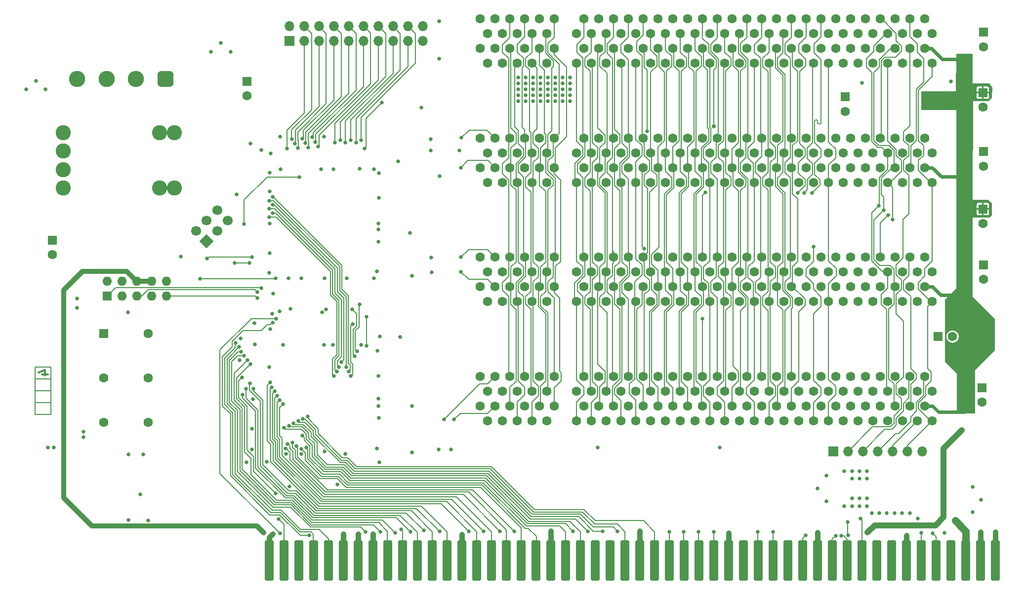
<source format=gbr>
%TF.GenerationSoftware,KiCad,Pcbnew,7.0.9*%
%TF.CreationDate,2024-02-25T17:12:22+01:00*%
%TF.ProjectId,Prometheus,50726f6d-6574-4686-9575-732e6b696361,rev?*%
%TF.SameCoordinates,Original*%
%TF.FileFunction,Copper,L4,Bot*%
%TF.FilePolarity,Positive*%
%FSLAX46Y46*%
G04 Gerber Fmt 4.6, Leading zero omitted, Abs format (unit mm)*
G04 Created by KiCad (PCBNEW 7.0.9) date 2024-02-25 17:12:22*
%MOMM*%
%LPD*%
G01*
G04 APERTURE LIST*
G04 Aperture macros list*
%AMRoundRect*
0 Rectangle with rounded corners*
0 $1 Rounding radius*
0 $2 $3 $4 $5 $6 $7 $8 $9 X,Y pos of 4 corners*
0 Add a 4 corners polygon primitive as box body*
4,1,4,$2,$3,$4,$5,$6,$7,$8,$9,$2,$3,0*
0 Add four circle primitives for the rounded corners*
1,1,$1+$1,$2,$3*
1,1,$1+$1,$4,$5*
1,1,$1+$1,$6,$7*
1,1,$1+$1,$8,$9*
0 Add four rect primitives between the rounded corners*
20,1,$1+$1,$2,$3,$4,$5,0*
20,1,$1+$1,$4,$5,$6,$7,0*
20,1,$1+$1,$6,$7,$8,$9,0*
20,1,$1+$1,$8,$9,$2,$3,0*%
%AMHorizOval*
0 Thick line with rounded ends*
0 $1 width*
0 $2 $3 position (X,Y) of the first rounded end (center of the circle)*
0 $4 $5 position (X,Y) of the second rounded end (center of the circle)*
0 Add line between two ends*
20,1,$1,$2,$3,$4,$5,0*
0 Add two circle primitives to create the rounded ends*
1,1,$1,$2,$3*
1,1,$1,$4,$5*%
%AMRotRect*
0 Rectangle, with rotation*
0 The origin of the aperture is its center*
0 $1 length*
0 $2 width*
0 $3 Rotation angle, in degrees counterclockwise*
0 Add horizontal line*
21,1,$1,$2,0,0,$3*%
G04 Aperture macros list end*
%ADD10C,0.300000*%
%TA.AperFunction,NonConductor*%
%ADD11C,0.300000*%
%TD*%
%TA.AperFunction,ComponentPad*%
%ADD12R,1.600000X1.600000*%
%TD*%
%TA.AperFunction,ComponentPad*%
%ADD13C,1.600000*%
%TD*%
%TA.AperFunction,ComponentPad*%
%ADD14R,1.700000X1.700000*%
%TD*%
%TA.AperFunction,ComponentPad*%
%ADD15O,1.700000X1.700000*%
%TD*%
%TA.AperFunction,ComponentPad*%
%ADD16C,2.600000*%
%TD*%
%TA.AperFunction,SMDPad,CuDef*%
%ADD17RoundRect,0.400000X0.400000X3.100000X-0.400000X3.100000X-0.400000X-3.100000X0.400000X-3.100000X0*%
%TD*%
%TA.AperFunction,ComponentPad*%
%ADD18RotRect,1.700000X1.700000X135.000000*%
%TD*%
%TA.AperFunction,ComponentPad*%
%ADD19HorizOval,1.700000X0.000000X0.000000X0.000000X0.000000X0*%
%TD*%
%TA.AperFunction,ComponentPad*%
%ADD20RoundRect,0.695000X-0.695000X-0.695000X0.695000X-0.695000X0.695000X0.695000X-0.695000X0.695000X0*%
%TD*%
%TA.AperFunction,ComponentPad*%
%ADD21C,2.780000*%
%TD*%
%TA.AperFunction,ComponentPad*%
%ADD22O,1.600000X1.600000*%
%TD*%
%TA.AperFunction,ViaPad*%
%ADD23C,0.670000*%
%TD*%
%TA.AperFunction,ViaPad*%
%ADD24C,0.656400*%
%TD*%
%TA.AperFunction,ViaPad*%
%ADD25C,0.711200*%
%TD*%
%TA.AperFunction,Conductor*%
%ADD26C,0.152400*%
%TD*%
%TA.AperFunction,Conductor*%
%ADD27C,0.609600*%
%TD*%
%TA.AperFunction,Conductor*%
%ADD28C,1.000000*%
%TD*%
%TA.AperFunction,Conductor*%
%ADD29C,0.812800*%
%TD*%
%TA.AperFunction,Conductor*%
%ADD30C,1.270000*%
%TD*%
%TA.AperFunction,Conductor*%
%ADD31C,0.914400*%
%TD*%
G04 APERTURE END LIST*
D10*
D11*
X-152596372Y7946632D02*
X-151596372Y7946632D01*
X-153167800Y8303775D02*
X-152096372Y8660918D01*
X-152096372Y8660918D02*
X-152096372Y7732347D01*
D12*
%TO.P,C303,1*%
%TO.N,+5V*%
X8572900Y5659400D03*
D13*
%TO.P,C303,2*%
%TO.N,GNDD*%
X8572900Y3159400D03*
%TD*%
D12*
%TO.P,C308,1*%
%TO.N,+12V*%
X-150825200Y30998800D03*
D13*
%TO.P,C308,2*%
%TO.N,GNDD*%
X-150825200Y28498800D03*
%TD*%
D12*
%TO.P,Q201/Q202,1,Tri-State*%
%TO.N,unconnected-(Q201/Q202-Tri-State-Pad1)*%
X-141964804Y14964625D03*
D13*
%TO.P,Q201/Q202,4,GND*%
%TO.N,GNDD*%
X-141964804Y7344625D03*
%TO.P,Q201/Q202,7,GND*%
X-141964804Y-275375D03*
%TO.P,Q201/Q202,8,OUT*%
%TO.N,SYSCLK_OSC*%
X-134344804Y-275375D03*
%TO.P,Q201/Q202,11,OUT*%
X-134344804Y7344625D03*
%TO.P,Q201/Q202,14,Vcc*%
%TO.N,VPP*%
X-134344804Y14964625D03*
%TD*%
%TO.P,X303,A1,TRST#*%
%TO.N,P-TRST*%
X0Y61341000D03*
%TO.P,X303,A2,+12V*%
%TO.N,+12V*%
X-1270000Y63881000D03*
%TO.P,X303,A3,TMS*%
%TO.N,P-TMS*%
X-2540000Y61341000D03*
%TO.P,X303,A4,TDI*%
%TO.N,P-TDI*%
X-3810000Y63881000D03*
%TO.P,X303,A5,+5V*%
%TO.N,+5V*%
X-5080000Y61341000D03*
%TO.P,X303,A6,INTA#*%
%TO.N,~{P-INTA}*%
X-6350000Y63881000D03*
%TO.P,X303,A7,INTC#*%
%TO.N,~{P-INTC}*%
X-7620000Y61341000D03*
%TO.P,X303,A8,+5V*%
%TO.N,+5V*%
X-8890000Y63881000D03*
%TO.P,X303,A9,RESERVED*%
%TO.N,unconnected-(X303-RESERVED-PadA9)*%
X-10160000Y61341000D03*
%TO.P,X303,A10,+5V*%
%TO.N,+5V*%
X-11430000Y63881000D03*
%TO.P,X303,A11,RESERVED*%
%TO.N,unconnected-(X303-RESERVED-PadA11)*%
X-12700000Y61341000D03*
%TO.P,X303,A12,GND*%
%TO.N,GNDD*%
X-13970000Y63881000D03*
%TO.P,X303,A13,GND*%
X-15240000Y61341000D03*
%TO.P,X303,A14,RESERVED*%
%TO.N,unconnected-(X303-RESERVED-PadA14)*%
X-16510000Y63881000D03*
%TO.P,X303,A15,RST#*%
%TO.N,~{P-RST}*%
X-17780000Y61341000D03*
%TO.P,X303,A16,+5V*%
%TO.N,+5V*%
X-19050000Y63881000D03*
%TO.P,X303,A17,GNT#*%
%TO.N,~{P-GNT3}*%
X-20320000Y61341000D03*
%TO.P,X303,A18,GND*%
%TO.N,GNDD*%
X-21590000Y63881000D03*
%TO.P,X303,A19,RESERVED*%
%TO.N,unconnected-(X303-RESERVED-PadA19)*%
X-22860000Y61341000D03*
%TO.P,X303,A20,AD[30]*%
%TO.N,P-AD30*%
X-24130000Y63881000D03*
%TO.P,X303,A21,+3.3V*%
%TO.N,+3V3*%
X-25400000Y61341000D03*
%TO.P,X303,A22,AD[28]*%
%TO.N,P-AD28*%
X-26670000Y63881000D03*
%TO.P,X303,A23,AD[26]*%
%TO.N,P-AD26*%
X-27940000Y61341000D03*
%TO.P,X303,A24,GND*%
%TO.N,GNDD*%
X-29210000Y63881000D03*
%TO.P,X303,A25,AD[24]*%
%TO.N,P-AD24*%
X-30480000Y61341000D03*
%TO.P,X303,A26,IDSEL*%
%TO.N,P-AD19*%
X-31750000Y63881000D03*
%TO.P,X303,A27,+3.3V*%
%TO.N,+3V3*%
X-33020000Y61341000D03*
%TO.P,X303,A28,AD[22]*%
%TO.N,P-AD22*%
X-34290000Y63881000D03*
%TO.P,X303,A29,AD[20]*%
%TO.N,P-AD20*%
X-35560000Y61341000D03*
%TO.P,X303,A30,GND*%
%TO.N,GNDD*%
X-36830000Y63881000D03*
%TO.P,X303,A31,AD[18]*%
%TO.N,P-AD18*%
X-38100000Y61341000D03*
%TO.P,X303,A32,AD[16]*%
%TO.N,P-AD16*%
X-39370000Y63881000D03*
%TO.P,X303,A33,+3.3V*%
%TO.N,+3V3*%
X-40640000Y61341000D03*
%TO.P,X303,A34,FRAME#*%
%TO.N,~{P-FRAME}*%
X-41910000Y63881000D03*
%TO.P,X303,A35,GND*%
%TO.N,GNDD*%
X-43180000Y61341000D03*
%TO.P,X303,A36,TRDY#*%
%TO.N,~{P-TRDY}*%
X-44450000Y63881000D03*
%TO.P,X303,A37,GND*%
%TO.N,GNDD*%
X-45720000Y61341000D03*
%TO.P,X303,A38,STOP#*%
%TO.N,~{P-STOP}*%
X-46990000Y63881000D03*
%TO.P,X303,A39,+3.3V*%
%TO.N,+3V3*%
X-48260000Y61341000D03*
%TO.P,X303,A40,SDONE*%
%TO.N,SDONE*%
X-49530000Y63881000D03*
%TO.P,X303,A41,SBO#*%
%TO.N,~{SBO}*%
X-50800000Y61341000D03*
%TO.P,X303,A42,GND*%
%TO.N,GNDD*%
X-52070000Y63881000D03*
%TO.P,X303,A43,PAR*%
%TO.N,P-PAR*%
X-53340000Y61341000D03*
%TO.P,X303,A44,AD[15]*%
%TO.N,P-AD15*%
X-54610000Y63881000D03*
%TO.P,X303,A45,+3.3V*%
%TO.N,+3V3*%
X-55880000Y61341000D03*
%TO.P,X303,A46,AD[13]*%
%TO.N,P-AD13*%
X-57150000Y63881000D03*
%TO.P,X303,A47,AD[11]*%
%TO.N,P-AD11*%
X-58420000Y61341000D03*
%TO.P,X303,A48,GND*%
%TO.N,GNDD*%
X-59690000Y63881000D03*
%TO.P,X303,A49,AD[09]*%
%TO.N,P-AD9*%
X-60960000Y61341000D03*
%TO.P,X303,A52,C/BE#[0]*%
%TO.N,~{P-CBE0}*%
X-64770000Y63881000D03*
%TO.P,X303,A53,+3.3V*%
%TO.N,+3V3*%
X-66040000Y61341000D03*
%TO.P,X303,A54,AD[06]*%
%TO.N,P-AD6*%
X-67310000Y63881000D03*
%TO.P,X303,A55,AD[04]*%
%TO.N,P-AD4*%
X-68580000Y61341000D03*
%TO.P,X303,A56,GND*%
%TO.N,GNDD*%
X-69850000Y63881000D03*
%TO.P,X303,A57,AD[02]*%
%TO.N,P-AD2*%
X-71120000Y61341000D03*
%TO.P,X303,A58,AD[00]*%
%TO.N,P-AD0*%
X-72390000Y63881000D03*
%TO.P,X303,A59,+5V*%
%TO.N,+5V*%
X-73660000Y61341000D03*
%TO.P,X303,A60,REQ64#*%
%TO.N,Net-(X303-REQ64#)*%
X-74930000Y63881000D03*
%TO.P,X303,A61,+5V*%
%TO.N,+5V*%
X-76200000Y61341000D03*
%TO.P,X303,A62,+5V*%
X-77470000Y63881000D03*
%TO.P,X303,B1,-12V*%
%TO.N,-12V*%
X0Y66421000D03*
%TO.P,X303,B2,TCK*%
%TO.N,P-TCK*%
X-1270000Y68961000D03*
%TO.P,X303,B3,GND*%
%TO.N,GNDD*%
X-2540000Y66421000D03*
%TO.P,X303,B4,TDO*%
%TO.N,P-TD1*%
X-3810000Y68961000D03*
%TO.P,X303,B5,+5V*%
%TO.N,+5V*%
X-5080000Y66421000D03*
%TO.P,X303,B6,+5V*%
X-6350000Y68961000D03*
%TO.P,X303,B7,INTB#*%
%TO.N,~{P-INTB}*%
X-7620000Y66421000D03*
%TO.P,X303,B8,INTD#*%
%TO.N,~{P-INTD}*%
X-8890000Y68961000D03*
%TO.P,X303,B9,PRSNT1#*%
%TO.N,unconnected-(X303-PRSNT1#-PadB9)*%
X-10160000Y66421000D03*
%TO.P,X303,B10,RESERVED*%
%TO.N,unconnected-(X303-RESERVED-PadB10)*%
X-11430000Y68961000D03*
%TO.P,X303,B11,PRSNT2#*%
%TO.N,unconnected-(X303-PRSNT2#-PadB11)*%
X-12700000Y66421000D03*
%TO.P,X303,B12,GND*%
%TO.N,GNDD*%
X-13970000Y68961000D03*
%TO.P,X303,B13,GND*%
X-15240000Y66421000D03*
%TO.P,X303,B14,RESERVED*%
%TO.N,unconnected-(X303-RESERVED-PadB14)*%
X-16510000Y68961000D03*
%TO.P,X303,B15,GND*%
%TO.N,GNDD*%
X-17780000Y66421000D03*
%TO.P,X303,B16,CLK*%
%TO.N,P-CLK3*%
X-19050000Y68961000D03*
%TO.P,X303,B17,GND*%
%TO.N,GNDD*%
X-20320000Y66421000D03*
%TO.P,X303,B18,REQ#*%
%TO.N,~{P-REQ3}*%
X-21590000Y68961000D03*
%TO.P,X303,B19,+5V*%
%TO.N,+5V*%
X-22860000Y66421000D03*
%TO.P,X303,B20,AD[31]*%
%TO.N,P-AD31*%
X-24130000Y68961000D03*
%TO.P,X303,B21,AD[29]*%
%TO.N,P-AD29*%
X-25400000Y66421000D03*
%TO.P,X303,B22,GND*%
%TO.N,GNDD*%
X-26670000Y68961000D03*
%TO.P,X303,B23,AD[27]*%
%TO.N,P-AD27*%
X-27940000Y66421000D03*
%TO.P,X303,B24,AD[25]*%
%TO.N,P-AD25*%
X-29210000Y68961000D03*
%TO.P,X303,B25,+3.3V*%
%TO.N,+3V3*%
X-30480000Y66421000D03*
%TO.P,X303,B26,C/BE#[3]*%
%TO.N,~{P-CBE3}*%
X-31750000Y68961000D03*
%TO.P,X303,B27,AD[23]*%
%TO.N,P-AD23*%
X-33020000Y66421000D03*
%TO.P,X303,B28,GND*%
%TO.N,GNDD*%
X-34290000Y68961000D03*
%TO.P,X303,B29,AD[21]*%
%TO.N,P-AD21*%
X-35560000Y66421000D03*
%TO.P,X303,B30,AD[19]*%
%TO.N,P-AD19*%
X-36830000Y68961000D03*
%TO.P,X303,B31,+3.3V*%
%TO.N,+3V3*%
X-38100000Y66421000D03*
%TO.P,X303,B32,AD[17]*%
%TO.N,P-AD17*%
X-39370000Y68961000D03*
%TO.P,X303,B33,C/BE#[2]*%
%TO.N,~{P-CBE2}*%
X-40640000Y66421000D03*
%TO.P,X303,B34,GND*%
%TO.N,GNDD*%
X-41910000Y68961000D03*
%TO.P,X303,B35,IRDY#*%
%TO.N,~{P-IRDY}*%
X-43180000Y66421000D03*
%TO.P,X303,B36,+3.3V*%
%TO.N,+3V3*%
X-44450000Y68961000D03*
%TO.P,X303,B37,DEVSEL#*%
%TO.N,~{P-DEVSEL}*%
X-45720000Y66421000D03*
%TO.P,X303,B38,GND*%
%TO.N,GNDD*%
X-46990000Y68961000D03*
%TO.P,X303,B39,LOCK#*%
%TO.N,~{P-LOCK}*%
X-48260000Y66421000D03*
%TO.P,X303,B40,PERR#*%
%TO.N,~{P-PERR}*%
X-49530000Y68961000D03*
%TO.P,X303,B41,+3.3V*%
%TO.N,+3V3*%
X-50800000Y66421000D03*
%TO.P,X303,B42,SERR#*%
%TO.N,~{P-SERR}*%
X-52070000Y68961000D03*
%TO.P,X303,B43,+3.3V*%
%TO.N,+3V3*%
X-53340000Y66421000D03*
%TO.P,X303,B44,C/BE#[1]*%
%TO.N,~{P-CBE1}*%
X-54610000Y68961000D03*
%TO.P,X303,B45,AD[14]*%
%TO.N,P-AD14*%
X-55880000Y66421000D03*
%TO.P,X303,B46,GND*%
%TO.N,GNDD*%
X-57150000Y68961000D03*
%TO.P,X303,B47,AD[12]*%
%TO.N,P-AD12*%
X-58420000Y66421000D03*
%TO.P,X303,B48,AD[10]*%
%TO.N,P-AD10*%
X-59690000Y68961000D03*
%TO.P,X303,B49,GND*%
%TO.N,GNDD*%
X-60960000Y66421000D03*
%TO.P,X303,B52,AD[08]*%
%TO.N,P-AD8*%
X-64770000Y68961000D03*
%TO.P,X303,B53,AD[07]*%
%TO.N,P-AD7*%
X-66040000Y66421000D03*
%TO.P,X303,B54,+3.3V*%
%TO.N,+3V3*%
X-67310000Y68961000D03*
%TO.P,X303,B55,AD[05]*%
%TO.N,P-AD5*%
X-68580000Y66421000D03*
%TO.P,X303,B56,AD[03]*%
%TO.N,P-AD3*%
X-69850000Y68961000D03*
%TO.P,X303,B57,GND*%
%TO.N,GNDD*%
X-71120000Y66421000D03*
%TO.P,X303,B58,AD[01]*%
%TO.N,P-AD1*%
X-72390000Y68961000D03*
%TO.P,X303,B59,+5V*%
%TO.N,+5V*%
X-73660000Y66421000D03*
%TO.P,X303,B60,ACK64#*%
%TO.N,Net-(X303-ACK64#)*%
X-74930000Y68961000D03*
%TO.P,X303,B61,+5V*%
%TO.N,+5V*%
X-76200000Y66421000D03*
%TO.P,X303,B62,+5V*%
X-77470000Y68961000D03*
%TD*%
D12*
%TO.P,C311,1*%
%TO.N,+3V3*%
X-117449600Y58267600D03*
D13*
%TO.P,C311,2*%
%TO.N,GNDD*%
X-117449600Y55767600D03*
%TD*%
D12*
%TO.P,C305,1*%
%TO.N,+5V*%
X8788400Y66695200D03*
D13*
%TO.P,C305,2*%
%TO.N,GNDD*%
X8788400Y64195200D03*
%TD*%
D12*
%TO.P,C307,1*%
%TO.N,+5V*%
X8829751Y26737558D03*
D13*
%TO.P,C307,2*%
%TO.N,GNDD*%
X8829751Y24237558D03*
%TD*%
%TO.P,X301,A1,TRST#*%
%TO.N,P-TRST*%
X0Y20447000D03*
%TO.P,X301,A2,+12V*%
%TO.N,+12V*%
X-1270000Y22987000D03*
%TO.P,X301,A3,TMS*%
%TO.N,P-TMS*%
X-2540000Y20447000D03*
%TO.P,X301,A4,TDI*%
%TO.N,P-TD2*%
X-3810000Y22987000D03*
%TO.P,X301,A5,+5V*%
%TO.N,+5V*%
X-5080000Y20447000D03*
%TO.P,X301,A6,INTA#*%
%TO.N,~{P-INTA}*%
X-6350000Y22987000D03*
%TO.P,X301,A7,INTC#*%
%TO.N,~{P-INTC}*%
X-7620000Y20447000D03*
%TO.P,X301,A8,+5V*%
%TO.N,+5V*%
X-8890000Y22987000D03*
%TO.P,X301,A9,RESERVED*%
%TO.N,unconnected-(X301-RESERVED-PadA9)*%
X-10160000Y20447000D03*
%TO.P,X301,A10,+5V*%
%TO.N,+5V*%
X-11430000Y22987000D03*
%TO.P,X301,A11,RESERVED*%
%TO.N,unconnected-(X301-RESERVED-PadA11)*%
X-12700000Y20447000D03*
%TO.P,X301,A12,GND*%
%TO.N,GNDD*%
X-13970000Y22987000D03*
%TO.P,X301,A13,GND*%
X-15240000Y20447000D03*
%TO.P,X301,A14,RESERVED*%
%TO.N,unconnected-(X301-RESERVED-PadA14)*%
X-16510000Y22987000D03*
%TO.P,X301,A15,RST#*%
%TO.N,~{P-RST}*%
X-17780000Y20447000D03*
%TO.P,X301,A16,+5V*%
%TO.N,+5V*%
X-19050000Y22987000D03*
%TO.P,X301,A17,GNT#*%
%TO.N,~{P-GNT1}*%
X-20320000Y20447000D03*
%TO.P,X301,A18,GND*%
%TO.N,GNDD*%
X-21590000Y22987000D03*
%TO.P,X301,A19,RESERVED*%
%TO.N,unconnected-(X301-RESERVED-PadA19)*%
X-22860000Y20447000D03*
%TO.P,X301,A20,AD[30]*%
%TO.N,P-AD30*%
X-24130000Y22987000D03*
%TO.P,X301,A21,+3.3V*%
%TO.N,+3V3*%
X-25400000Y20447000D03*
%TO.P,X301,A22,AD[28]*%
%TO.N,P-AD28*%
X-26670000Y22987000D03*
%TO.P,X301,A23,AD[26]*%
%TO.N,P-AD26*%
X-27940000Y20447000D03*
%TO.P,X301,A24,GND*%
%TO.N,GNDD*%
X-29210000Y22987000D03*
%TO.P,X301,A25,AD[24]*%
%TO.N,P-AD24*%
X-30480000Y20447000D03*
%TO.P,X301,A26,IDSEL*%
%TO.N,P-AD17*%
X-31750000Y22987000D03*
%TO.P,X301,A27,+3.3V*%
%TO.N,+3V3*%
X-33020000Y20447000D03*
%TO.P,X301,A28,AD[22]*%
%TO.N,P-AD22*%
X-34290000Y22987000D03*
%TO.P,X301,A29,AD[20]*%
%TO.N,P-AD20*%
X-35560000Y20447000D03*
%TO.P,X301,A30,GND*%
%TO.N,GNDD*%
X-36830000Y22987000D03*
%TO.P,X301,A31,AD[18]*%
%TO.N,P-AD18*%
X-38100000Y20447000D03*
%TO.P,X301,A32,AD[16]*%
%TO.N,P-AD16*%
X-39370000Y22987000D03*
%TO.P,X301,A33,+3.3V*%
%TO.N,+3V3*%
X-40640000Y20447000D03*
%TO.P,X301,A34,FRAME#*%
%TO.N,~{P-FRAME}*%
X-41910000Y22987000D03*
%TO.P,X301,A35,GND*%
%TO.N,GNDD*%
X-43180000Y20447000D03*
%TO.P,X301,A36,TRDY#*%
%TO.N,~{P-TRDY}*%
X-44450000Y22987000D03*
%TO.P,X301,A37,GND*%
%TO.N,GNDD*%
X-45720000Y20447000D03*
%TO.P,X301,A38,STOP#*%
%TO.N,~{P-STOP}*%
X-46990000Y22987000D03*
%TO.P,X301,A39,+3.3V*%
%TO.N,+3V3*%
X-48260000Y20447000D03*
%TO.P,X301,A40,SDONE*%
%TO.N,SDONE*%
X-49530000Y22987000D03*
%TO.P,X301,A41,SBO#*%
%TO.N,~{SBO}*%
X-50800000Y20447000D03*
%TO.P,X301,A42,GND*%
%TO.N,GNDD*%
X-52070000Y22987000D03*
%TO.P,X301,A43,PAR*%
%TO.N,P-PAR*%
X-53340000Y20447000D03*
%TO.P,X301,A44,AD[15]*%
%TO.N,P-AD15*%
X-54610000Y22987000D03*
%TO.P,X301,A45,+3.3V*%
%TO.N,+3V3*%
X-55880000Y20447000D03*
%TO.P,X301,A46,AD[13]*%
%TO.N,P-AD13*%
X-57150000Y22987000D03*
%TO.P,X301,A47,AD[11]*%
%TO.N,P-AD11*%
X-58420000Y20447000D03*
%TO.P,X301,A48,GND*%
%TO.N,GNDD*%
X-59690000Y22987000D03*
%TO.P,X301,A49,AD[09]*%
%TO.N,P-AD9*%
X-60960000Y20447000D03*
%TO.P,X301,A52,C/BE#[0]*%
%TO.N,~{P-CBE0}*%
X-64770000Y22987000D03*
%TO.P,X301,A53,+3.3V*%
%TO.N,+3V3*%
X-66040000Y20447000D03*
%TO.P,X301,A54,AD[06]*%
%TO.N,P-AD6*%
X-67310000Y22987000D03*
%TO.P,X301,A55,AD[04]*%
%TO.N,P-AD4*%
X-68580000Y20447000D03*
%TO.P,X301,A56,GND*%
%TO.N,GNDD*%
X-69850000Y22987000D03*
%TO.P,X301,A57,AD[02]*%
%TO.N,P-AD2*%
X-71120000Y20447000D03*
%TO.P,X301,A58,AD[00]*%
%TO.N,P-AD0*%
X-72390000Y22987000D03*
%TO.P,X301,A59,+5V*%
%TO.N,+5V*%
X-73660000Y20447000D03*
%TO.P,X301,A60,REQ64#*%
%TO.N,Net-(X301-REQ64#)*%
X-74930000Y22987000D03*
%TO.P,X301,A61,+5V*%
%TO.N,+5V*%
X-76200000Y20447000D03*
%TO.P,X301,A62,+5V*%
X-77470000Y22987000D03*
%TO.P,X301,B1,-12V*%
%TO.N,-12V*%
X0Y25527000D03*
%TO.P,X301,B2,TCK*%
%TO.N,P-TCK*%
X-1270000Y28067000D03*
%TO.P,X301,B3,GND*%
%TO.N,GNDD*%
X-2540000Y25527000D03*
%TO.P,X301,B4,TDO*%
%TO.N,P-TD3*%
X-3810000Y28067000D03*
%TO.P,X301,B5,+5V*%
%TO.N,+5V*%
X-5080000Y25527000D03*
%TO.P,X301,B6,+5V*%
X-6350000Y28067000D03*
%TO.P,X301,B7,INTB#*%
%TO.N,~{P-INTB}*%
X-7620000Y25527000D03*
%TO.P,X301,B8,INTD#*%
%TO.N,~{P-INTD}*%
X-8890000Y28067000D03*
%TO.P,X301,B9,PRSNT1#*%
%TO.N,unconnected-(X301-PRSNT1#-PadB9)*%
X-10160000Y25527000D03*
%TO.P,X301,B10,RESERVED*%
%TO.N,unconnected-(X301-RESERVED-PadB10)*%
X-11430000Y28067000D03*
%TO.P,X301,B11,PRSNT2#*%
%TO.N,unconnected-(X301-PRSNT2#-PadB11)*%
X-12700000Y25527000D03*
%TO.P,X301,B12,GND*%
%TO.N,GNDD*%
X-13970000Y28067000D03*
%TO.P,X301,B13,GND*%
X-15240000Y25527000D03*
%TO.P,X301,B14,RESERVED*%
%TO.N,unconnected-(X301-RESERVED-PadB14)*%
X-16510000Y28067000D03*
%TO.P,X301,B15,GND*%
%TO.N,GNDD*%
X-17780000Y25527000D03*
%TO.P,X301,B16,CLK*%
%TO.N,P-CLK1*%
X-19050000Y28067000D03*
%TO.P,X301,B17,GND*%
%TO.N,GNDD*%
X-20320000Y25527000D03*
%TO.P,X301,B18,REQ#*%
%TO.N,~{P-REQ1}*%
X-21590000Y28067000D03*
%TO.P,X301,B19,+5V*%
%TO.N,+5V*%
X-22860000Y25527000D03*
%TO.P,X301,B20,AD[31]*%
%TO.N,P-AD31*%
X-24130000Y28067000D03*
%TO.P,X301,B21,AD[29]*%
%TO.N,P-AD29*%
X-25400000Y25527000D03*
%TO.P,X301,B22,GND*%
%TO.N,GNDD*%
X-26670000Y28067000D03*
%TO.P,X301,B23,AD[27]*%
%TO.N,P-AD27*%
X-27940000Y25527000D03*
%TO.P,X301,B24,AD[25]*%
%TO.N,P-AD25*%
X-29210000Y28067000D03*
%TO.P,X301,B25,+3.3V*%
%TO.N,+3V3*%
X-30480000Y25527000D03*
%TO.P,X301,B26,C/BE#[3]*%
%TO.N,~{P-CBE3}*%
X-31750000Y28067000D03*
%TO.P,X301,B27,AD[23]*%
%TO.N,P-AD23*%
X-33020000Y25527000D03*
%TO.P,X301,B28,GND*%
%TO.N,GNDD*%
X-34290000Y28067000D03*
%TO.P,X301,B29,AD[21]*%
%TO.N,P-AD21*%
X-35560000Y25527000D03*
%TO.P,X301,B30,AD[19]*%
%TO.N,P-AD19*%
X-36830000Y28067000D03*
%TO.P,X301,B31,+3.3V*%
%TO.N,+3V3*%
X-38100000Y25527000D03*
%TO.P,X301,B32,AD[17]*%
%TO.N,P-AD17*%
X-39370000Y28067000D03*
%TO.P,X301,B33,C/BE#[2]*%
%TO.N,~{P-CBE2}*%
X-40640000Y25527000D03*
%TO.P,X301,B34,GND*%
%TO.N,GNDD*%
X-41910000Y28067000D03*
%TO.P,X301,B35,IRDY#*%
%TO.N,~{P-IRDY}*%
X-43180000Y25527000D03*
%TO.P,X301,B36,+3.3V*%
%TO.N,+3V3*%
X-44450000Y28067000D03*
%TO.P,X301,B37,DEVSEL#*%
%TO.N,~{P-DEVSEL}*%
X-45720000Y25527000D03*
%TO.P,X301,B38,GND*%
%TO.N,GNDD*%
X-46990000Y28067000D03*
%TO.P,X301,B39,LOCK#*%
%TO.N,~{P-LOCK}*%
X-48260000Y25527000D03*
%TO.P,X301,B40,PERR#*%
%TO.N,~{P-PERR}*%
X-49530000Y28067000D03*
%TO.P,X301,B41,+3.3V*%
%TO.N,+3V3*%
X-50800000Y25527000D03*
%TO.P,X301,B42,SERR#*%
%TO.N,~{P-SERR}*%
X-52070000Y28067000D03*
%TO.P,X301,B43,+3.3V*%
%TO.N,+3V3*%
X-53340000Y25527000D03*
%TO.P,X301,B44,C/BE#[1]*%
%TO.N,~{P-CBE1}*%
X-54610000Y28067000D03*
%TO.P,X301,B45,AD[14]*%
%TO.N,P-AD14*%
X-55880000Y25527000D03*
%TO.P,X301,B46,GND*%
%TO.N,GNDD*%
X-57150000Y28067000D03*
%TO.P,X301,B47,AD[12]*%
%TO.N,P-AD12*%
X-58420000Y25527000D03*
%TO.P,X301,B48,AD[10]*%
%TO.N,P-AD10*%
X-59690000Y28067000D03*
%TO.P,X301,B49,GND*%
%TO.N,GNDD*%
X-60960000Y25527000D03*
%TO.P,X301,B52,AD[08]*%
%TO.N,P-AD8*%
X-64770000Y28067000D03*
%TO.P,X301,B53,AD[07]*%
%TO.N,P-AD7*%
X-66040000Y25527000D03*
%TO.P,X301,B54,+3.3V*%
%TO.N,+3V3*%
X-67310000Y28067000D03*
%TO.P,X301,B55,AD[05]*%
%TO.N,P-AD5*%
X-68580000Y25527000D03*
%TO.P,X301,B56,AD[03]*%
%TO.N,P-AD3*%
X-69850000Y28067000D03*
%TO.P,X301,B57,GND*%
%TO.N,GNDD*%
X-71120000Y25527000D03*
%TO.P,X301,B58,AD[01]*%
%TO.N,P-AD1*%
X-72390000Y28067000D03*
%TO.P,X301,B59,+5V*%
%TO.N,+5V*%
X-73660000Y25527000D03*
%TO.P,X301,B60,ACK64#*%
%TO.N,Net-(X301-ACK64#)*%
X-74930000Y28067000D03*
%TO.P,X301,B61,+5V*%
%TO.N,+5V*%
X-76200000Y25527000D03*
%TO.P,X301,B62,+5V*%
X-77470000Y28067000D03*
%TD*%
D12*
%TO.P,C300,1*%
%TO.N,+5V*%
X8761278Y46171022D03*
D13*
%TO.P,C300,2*%
%TO.N,GNDD*%
X8761278Y43671022D03*
%TD*%
D14*
%TO.P,SV2,1,Pin_1*%
%TO.N,GNDD*%
X-110185200Y65176400D03*
D15*
%TO.P,SV2,2,Pin_2*%
X-110185200Y67716400D03*
%TO.P,SV2,3,Pin_3*%
%TO.N,DEBUG15*%
X-107645200Y65176400D03*
%TO.P,SV2,4,Pin_4*%
%TO.N,DEBUG14*%
X-107645200Y67716400D03*
%TO.P,SV2,5,Pin_5*%
%TO.N,DEBUG13*%
X-105105200Y65176400D03*
%TO.P,SV2,6,Pin_6*%
%TO.N,DEBUG12*%
X-105105200Y67716400D03*
%TO.P,SV2,7,Pin_7*%
%TO.N,DEBUG11*%
X-102565200Y65176400D03*
%TO.P,SV2,8,Pin_8*%
%TO.N,DEBUG10*%
X-102565200Y67716400D03*
%TO.P,SV2,9,Pin_9*%
%TO.N,DEBUG9*%
X-100025200Y65176400D03*
%TO.P,SV2,10,Pin_10*%
%TO.N,DEBUG8*%
X-100025200Y67716400D03*
%TO.P,SV2,11,Pin_11*%
%TO.N,DEBUG7*%
X-97485200Y65176400D03*
%TO.P,SV2,12,Pin_12*%
%TO.N,DEBUG6*%
X-97485200Y67716400D03*
%TO.P,SV2,13,Pin_13*%
%TO.N,DEBUG5*%
X-94945200Y65176400D03*
%TO.P,SV2,14,Pin_14*%
%TO.N,DEBUG4*%
X-94945200Y67716400D03*
%TO.P,SV2,15,Pin_15*%
%TO.N,DEBUG3*%
X-92405200Y65176400D03*
%TO.P,SV2,16,Pin_16*%
%TO.N,DEBUG2*%
X-92405200Y67716400D03*
%TO.P,SV2,17,Pin_17*%
%TO.N,DEBUG1*%
X-89865200Y65176400D03*
%TO.P,SV2,18,Pin_18*%
%TO.N,DEBUG0*%
X-89865200Y67716400D03*
%TO.P,SV2,19,Pin_19*%
%TO.N,GNDD*%
X-87325200Y65176400D03*
%TO.P,SV2,20,Pin_20*%
X-87325200Y67716400D03*
%TD*%
D13*
%TO.P,X300,A1,TRST#*%
%TO.N,P-TRST*%
X0Y0D03*
%TO.P,X300,A2,+12V*%
%TO.N,+12V*%
X-1270000Y2540000D03*
%TO.P,X300,A3,TMS*%
%TO.N,P-TMS*%
X-2540000Y0D03*
%TO.P,X300,A4,TDI*%
%TO.N,P-TD3*%
X-3810000Y2540000D03*
%TO.P,X300,A5,+5V*%
%TO.N,+5V*%
X-5080000Y0D03*
%TO.P,X300,A6,INTA#*%
%TO.N,~{P-INTA}*%
X-6350000Y2540000D03*
%TO.P,X300,A7,INTC#*%
%TO.N,~{P-INTC}*%
X-7620000Y0D03*
%TO.P,X300,A8,+5V*%
%TO.N,+5V*%
X-8890000Y2540000D03*
%TO.P,X300,A9,RESERVED*%
%TO.N,unconnected-(X300-RESERVED-PadA9)*%
X-10160000Y0D03*
%TO.P,X300,A10,+5V*%
%TO.N,+5V*%
X-11430000Y2540000D03*
%TO.P,X300,A11,RESERVED*%
%TO.N,unconnected-(X300-RESERVED-PadA11)*%
X-12700000Y0D03*
%TO.P,X300,A12,GND*%
%TO.N,GNDD*%
X-13970000Y2540000D03*
%TO.P,X300,A13,GND*%
X-15240000Y0D03*
%TO.P,X300,A14,RESERVED*%
%TO.N,unconnected-(X300-RESERVED-PadA14)*%
X-16510000Y2540000D03*
%TO.P,X300,A15,RST#*%
%TO.N,~{P-RST}*%
X-17780000Y0D03*
%TO.P,X300,A16,+5V*%
%TO.N,+5V*%
X-19050000Y2540000D03*
%TO.P,X300,A17,GNT#*%
%TO.N,~{P-GNT0}*%
X-20320000Y0D03*
%TO.P,X300,A18,GND*%
%TO.N,GNDD*%
X-21590000Y2540000D03*
%TO.P,X300,A19,RESERVED*%
%TO.N,unconnected-(X300-RESERVED-PadA19)*%
X-22860000Y0D03*
%TO.P,X300,A20,AD[30]*%
%TO.N,P-AD30*%
X-24130000Y2540000D03*
%TO.P,X300,A21,+3.3V*%
%TO.N,+3V3*%
X-25400000Y0D03*
%TO.P,X300,A22,AD[28]*%
%TO.N,P-AD28*%
X-26670000Y2540000D03*
%TO.P,X300,A23,AD[26]*%
%TO.N,P-AD26*%
X-27940000Y0D03*
%TO.P,X300,A24,GND*%
%TO.N,GNDD*%
X-29210000Y2540000D03*
%TO.P,X300,A25,AD[24]*%
%TO.N,P-AD24*%
X-30480000Y0D03*
%TO.P,X300,A26,IDSEL*%
%TO.N,P-AD16*%
X-31750000Y2540000D03*
%TO.P,X300,A27,+3.3V*%
%TO.N,+3V3*%
X-33020000Y0D03*
%TO.P,X300,A28,AD[22]*%
%TO.N,P-AD22*%
X-34290000Y2540000D03*
%TO.P,X300,A29,AD[20]*%
%TO.N,P-AD20*%
X-35560000Y0D03*
%TO.P,X300,A30,GND*%
%TO.N,GNDD*%
X-36830000Y2540000D03*
%TO.P,X300,A31,AD[18]*%
%TO.N,P-AD18*%
X-38100000Y0D03*
%TO.P,X300,A32,AD[16]*%
%TO.N,P-AD16*%
X-39370000Y2540000D03*
%TO.P,X300,A33,+3.3V*%
%TO.N,+3V3*%
X-40640000Y0D03*
%TO.P,X300,A34,FRAME#*%
%TO.N,~{P-FRAME}*%
X-41910000Y2540000D03*
%TO.P,X300,A35,GND*%
%TO.N,GNDD*%
X-43180000Y0D03*
%TO.P,X300,A36,TRDY#*%
%TO.N,~{P-TRDY}*%
X-44450000Y2540000D03*
%TO.P,X300,A37,GND*%
%TO.N,GNDD*%
X-45720000Y0D03*
%TO.P,X300,A38,STOP#*%
%TO.N,~{P-STOP}*%
X-46990000Y2540000D03*
%TO.P,X300,A39,+3.3V*%
%TO.N,+3V3*%
X-48260000Y0D03*
%TO.P,X300,A40,SDONE*%
%TO.N,SDONE*%
X-49530000Y2540000D03*
%TO.P,X300,A41,SBO#*%
%TO.N,~{SBO}*%
X-50800000Y0D03*
%TO.P,X300,A42,GND*%
%TO.N,GNDD*%
X-52070000Y2540000D03*
%TO.P,X300,A43,PAR*%
%TO.N,P-PAR*%
X-53340000Y0D03*
%TO.P,X300,A44,AD[15]*%
%TO.N,P-AD15*%
X-54610000Y2540000D03*
%TO.P,X300,A45,+3.3V*%
%TO.N,+3V3*%
X-55880000Y0D03*
%TO.P,X300,A46,AD[13]*%
%TO.N,P-AD13*%
X-57150000Y2540000D03*
%TO.P,X300,A47,AD[11]*%
%TO.N,P-AD11*%
X-58420000Y0D03*
%TO.P,X300,A48,GND*%
%TO.N,GNDD*%
X-59690000Y2540000D03*
%TO.P,X300,A49,AD[09]*%
%TO.N,P-AD9*%
X-60960000Y0D03*
%TO.P,X300,A52,C/BE#[0]*%
%TO.N,~{P-CBE0}*%
X-64770000Y2540000D03*
%TO.P,X300,A53,+3.3V*%
%TO.N,+3V3*%
X-66040000Y0D03*
%TO.P,X300,A54,AD[06]*%
%TO.N,P-AD6*%
X-67310000Y2540000D03*
%TO.P,X300,A55,AD[04]*%
%TO.N,P-AD4*%
X-68580000Y0D03*
%TO.P,X300,A56,GND*%
%TO.N,GNDD*%
X-69850000Y2540000D03*
%TO.P,X300,A57,AD[02]*%
%TO.N,P-AD2*%
X-71120000Y0D03*
%TO.P,X300,A58,AD[00]*%
%TO.N,P-AD0*%
X-72390000Y2540000D03*
%TO.P,X300,A59,+5V*%
%TO.N,+5V*%
X-73660000Y0D03*
%TO.P,X300,A60,REQ64#*%
%TO.N,Net-(X300-REQ64#)*%
X-74930000Y2540000D03*
%TO.P,X300,A61,+5V*%
%TO.N,+5V*%
X-76200000Y0D03*
%TO.P,X300,A62,+5V*%
X-77470000Y2540000D03*
%TO.P,X300,B1,-12V*%
%TO.N,-12V*%
X0Y5080000D03*
%TO.P,X300,B2,TCK*%
%TO.N,P-TCK*%
X-1270000Y7620000D03*
%TO.P,X300,B3,GND*%
%TO.N,GNDD*%
X-2540000Y5080000D03*
%TO.P,X300,B4,TDO*%
%TO.N,P-TDO*%
X-3810000Y7620000D03*
%TO.P,X300,B5,+5V*%
%TO.N,+5V*%
X-5080000Y5080000D03*
%TO.P,X300,B6,+5V*%
X-6350000Y7620000D03*
%TO.P,X300,B7,INTB#*%
%TO.N,~{P-INTB}*%
X-7620000Y5080000D03*
%TO.P,X300,B8,INTD#*%
%TO.N,~{P-INTD}*%
X-8890000Y7620000D03*
%TO.P,X300,B9,PRSNT1#*%
%TO.N,unconnected-(X300-PRSNT1#-PadB9)*%
X-10160000Y5080000D03*
%TO.P,X300,B10,RESERVED*%
%TO.N,unconnected-(X300-RESERVED-PadB10)*%
X-11430000Y7620000D03*
%TO.P,X300,B11,PRSNT2#*%
%TO.N,unconnected-(X300-PRSNT2#-PadB11)*%
X-12700000Y5080000D03*
%TO.P,X300,B12,GND*%
%TO.N,GNDD*%
X-13970000Y7620000D03*
%TO.P,X300,B13,GND*%
X-15240000Y5080000D03*
%TO.P,X300,B14,RESERVED*%
%TO.N,unconnected-(X300-RESERVED-PadB14)*%
X-16510000Y7620000D03*
%TO.P,X300,B15,GND*%
%TO.N,GNDD*%
X-17780000Y5080000D03*
%TO.P,X300,B16,CLK*%
%TO.N,P-CLK0*%
X-19050000Y7620000D03*
%TO.P,X300,B17,GND*%
%TO.N,GNDD*%
X-20320000Y5080000D03*
%TO.P,X300,B18,REQ#*%
%TO.N,~{P-REQ0}*%
X-21590000Y7620000D03*
%TO.P,X300,B19,+5V*%
%TO.N,+5V*%
X-22860000Y5080000D03*
%TO.P,X300,B20,AD[31]*%
%TO.N,P-AD31*%
X-24130000Y7620000D03*
%TO.P,X300,B21,AD[29]*%
%TO.N,P-AD29*%
X-25400000Y5080000D03*
%TO.P,X300,B22,GND*%
%TO.N,GNDD*%
X-26670000Y7620000D03*
%TO.P,X300,B23,AD[27]*%
%TO.N,P-AD27*%
X-27940000Y5080000D03*
%TO.P,X300,B24,AD[25]*%
%TO.N,P-AD25*%
X-29210000Y7620000D03*
%TO.P,X300,B25,+3.3V*%
%TO.N,+3V3*%
X-30480000Y5080000D03*
%TO.P,X300,B26,C/BE#[3]*%
%TO.N,~{P-CBE3}*%
X-31750000Y7620000D03*
%TO.P,X300,B27,AD[23]*%
%TO.N,P-AD23*%
X-33020000Y5080000D03*
%TO.P,X300,B28,GND*%
%TO.N,GNDD*%
X-34290000Y7620000D03*
%TO.P,X300,B29,AD[21]*%
%TO.N,P-AD21*%
X-35560000Y5080000D03*
%TO.P,X300,B30,AD[19]*%
%TO.N,P-AD19*%
X-36830000Y7620000D03*
%TO.P,X300,B31,+3.3V*%
%TO.N,+3V3*%
X-38100000Y5080000D03*
%TO.P,X300,B32,AD[17]*%
%TO.N,P-AD17*%
X-39370000Y7620000D03*
%TO.P,X300,B33,C/BE#[2]*%
%TO.N,~{P-CBE2}*%
X-40640000Y5080000D03*
%TO.P,X300,B34,GND*%
%TO.N,GNDD*%
X-41910000Y7620000D03*
%TO.P,X300,B35,IRDY#*%
%TO.N,~{P-IRDY}*%
X-43180000Y5080000D03*
%TO.P,X300,B36,+3.3V*%
%TO.N,+3V3*%
X-44450000Y7620000D03*
%TO.P,X300,B37,DEVSEL#*%
%TO.N,~{P-DEVSEL}*%
X-45720000Y5080000D03*
%TO.P,X300,B38,GND*%
%TO.N,GNDD*%
X-46990000Y7620000D03*
%TO.P,X300,B39,LOCK#*%
%TO.N,~{P-LOCK}*%
X-48260000Y5080000D03*
%TO.P,X300,B40,PERR#*%
%TO.N,~{P-PERR}*%
X-49530000Y7620000D03*
%TO.P,X300,B41,+3.3V*%
%TO.N,+3V3*%
X-50800000Y5080000D03*
%TO.P,X300,B42,SERR#*%
%TO.N,~{P-SERR}*%
X-52070000Y7620000D03*
%TO.P,X300,B43,+3.3V*%
%TO.N,+3V3*%
X-53340000Y5080000D03*
%TO.P,X300,B44,C/BE#[1]*%
%TO.N,~{P-CBE1}*%
X-54610000Y7620000D03*
%TO.P,X300,B45,AD[14]*%
%TO.N,P-AD14*%
X-55880000Y5080000D03*
%TO.P,X300,B46,GND*%
%TO.N,GNDD*%
X-57150000Y7620000D03*
%TO.P,X300,B47,AD[12]*%
%TO.N,P-AD12*%
X-58420000Y5080000D03*
%TO.P,X300,B48,AD[10]*%
%TO.N,P-AD10*%
X-59690000Y7620000D03*
%TO.P,X300,B49,GND*%
%TO.N,GNDD*%
X-60960000Y5080000D03*
%TO.P,X300,B52,AD[08]*%
%TO.N,P-AD8*%
X-64770000Y7620000D03*
%TO.P,X300,B53,AD[07]*%
%TO.N,P-AD7*%
X-66040000Y5080000D03*
%TO.P,X300,B54,+3.3V*%
%TO.N,+3V3*%
X-67310000Y7620000D03*
%TO.P,X300,B55,AD[05]*%
%TO.N,P-AD5*%
X-68580000Y5080000D03*
%TO.P,X300,B56,AD[03]*%
%TO.N,P-AD3*%
X-69850000Y7620000D03*
%TO.P,X300,B57,GND*%
%TO.N,GNDD*%
X-71120000Y5080000D03*
%TO.P,X300,B58,AD[01]*%
%TO.N,P-AD1*%
X-72390000Y7620000D03*
%TO.P,X300,B59,+5V*%
%TO.N,+5V*%
X-73660000Y5080000D03*
%TO.P,X300,B60,ACK64#*%
%TO.N,Net-(X300-ACK64#)*%
X-74930000Y7620000D03*
%TO.P,X300,B61,+5V*%
%TO.N,+5V*%
X-76200000Y5080000D03*
%TO.P,X300,B62,+5V*%
X-77470000Y7620000D03*
%TD*%
D16*
%TO.P,VR300,1,GND*%
%TO.N,GNDD*%
X-148939500Y49446500D03*
%TO.P,VR300,2,TRACK*%
%TO.N,+12V*%
X-148939500Y46271500D03*
%TO.P,VR300,3,VIN*%
X-148939500Y43096500D03*
%TO.P,VR300,4,~{INHIBIT}*%
%TO.N,unconnected-(VR300-~{INHIBIT}-Pad4)*%
X-148939500Y39921500D03*
%TO.P,VR300,5,VADJ*%
%TO.N,Net-(VR300-VADJ)*%
X-132429500Y39921500D03*
X-129889500Y39921500D03*
%TO.P,VR300,6,VOUT*%
%TO.N,+3V3*%
X-132429500Y49446500D03*
X-129889500Y49446500D03*
%TD*%
D12*
%TO.P,C302,1*%
%TO.N,+12V*%
X8699502Y36332800D03*
D13*
%TO.P,C302,2*%
%TO.N,GNDD*%
X8699502Y33832800D03*
%TD*%
D17*
%TO.P,U1,1,GND*%
%TO.N,GNDD*%
X10820400Y-23977600D03*
%TO.P,U1,3,GND*%
X8280400Y-23977600D03*
%TO.P,U1,5,+5VDC*%
%TO.N,VCC*%
X5740400Y-23977600D03*
%TO.P,U1,7,~{OWN}*%
%TO.N,unconnected-(U1-~{OWN}-Pad7)*%
X3200400Y-23977600D03*
%TO.P,U1,9,~{SLAVEN}*%
%TO.N,~{SLAVEN}*%
X660400Y-23977600D03*
%TO.P,U1,11,~{CFGOUTN}*%
%TO.N,~{CFGOUT}*%
X-1879600Y-23977600D03*
%TO.P,U1,13,GND*%
%TO.N,GNDD*%
X-4419600Y-23977600D03*
%TO.P,U1,15,CDAC*%
%TO.N,unconnected-(U1-CDAC-Pad15)*%
X-6959600Y-23977600D03*
%TO.P,U1,17,~{CINH}*%
%TO.N,~{CINH}*%
X-9499600Y-23977600D03*
%TO.P,U1,19,~{INT2}*%
%TO.N,~{INT2}*%
X-12039600Y-23977600D03*
%TO.P,U1,21,A5*%
%TO.N,SA5*%
X-14579600Y-23977600D03*
%TO.P,U1,23,A6*%
%TO.N,SA6*%
X-17119600Y-23977600D03*
%TO.P,U1,25,GND*%
%TO.N,GNDD*%
X-19659600Y-23977600D03*
%TO.P,U1,27,A2*%
%TO.N,SA2*%
X-22199600Y-23977600D03*
%TO.P,U1,29,~{LOCK}*%
%TO.N,unconnected-(U1-~{LOCK}-Pad29)*%
X-24739600Y-23977600D03*
%TO.P,U1,31,FC0*%
%TO.N,FC0*%
X-27279600Y-23977600D03*
%TO.P,U1,33,FC1*%
%TO.N,FC1*%
X-29819600Y-23977600D03*
%TO.P,U1,35,FC2*%
%TO.N,FC2*%
X-32359600Y-23977600D03*
%TO.P,U1,37,GND*%
%TO.N,GNDD*%
X-34899600Y-23977600D03*
%TO.P,U1,39,AD13*%
%TO.N,AD13*%
X-37439600Y-23977600D03*
%TO.P,U1,41,AD14*%
%TO.N,AD14*%
X-39979600Y-23977600D03*
%TO.P,U1,43,AD15*%
%TO.N,AD15*%
X-42519600Y-23977600D03*
%TO.P,U1,45,AD16*%
%TO.N,AD16*%
X-45059600Y-23977600D03*
%TO.P,U1,47,AD17*%
%TO.N,AD17*%
X-47599600Y-23977600D03*
%TO.P,U1,49,GND*%
%TO.N,GNDD*%
X-50139600Y-23977600D03*
%TO.P,U1,51,~{DS0}*%
%TO.N,~{DS0}*%
X-52679600Y-23977600D03*
%TO.P,U1,53,~{RESET}*%
%TO.N,unconnected-(U1-~{RESET}-Pad53)*%
X-55219600Y-23977600D03*
%TO.P,U1,55,~{HALT}*%
%TO.N,unconnected-(U1-~{HALT}-Pad55)*%
X-57759600Y-23977600D03*
%TO.P,U1,57,AD22*%
%TO.N,AD22*%
X-60299600Y-23977600D03*
%TO.P,U1,59,AD23*%
%TO.N,AD23*%
X-62839600Y-23977600D03*
%TO.P,U1,61,GND*%
%TO.N,GNDD*%
X-65379600Y-23977600D03*
%TO.P,U1,63,AD31*%
%TO.N,AD31*%
X-67919600Y-23977600D03*
%TO.P,U1,65,AD30*%
%TO.N,AD30*%
X-70459600Y-23977600D03*
%TO.P,U1,67,AD29*%
%TO.N,AD29*%
X-72999600Y-23977600D03*
%TO.P,U1,69,AD28*%
%TO.N,AD28*%
X-75539600Y-23977600D03*
%TO.P,U1,71,AD27*%
%TO.N,AD27*%
X-78079600Y-23977600D03*
%TO.P,U1,73,GND*%
%TO.N,GNDD*%
X-80619600Y-23977600D03*
%TO.P,U1,75,SD0*%
%TO.N,SD0*%
X-83159600Y-23977600D03*
%TO.P,U1,77,SD1*%
%TO.N,SD1*%
X-85699600Y-23977600D03*
%TO.P,U1,79,SD2*%
%TO.N,SD2*%
X-88239600Y-23977600D03*
%TO.P,U1,81,SD3*%
%TO.N,SD3*%
X-90779600Y-23977600D03*
%TO.P,U1,83,SD4*%
%TO.N,SD4*%
X-93319600Y-23977600D03*
%TO.P,U1,85,GND*%
%TO.N,GNDD*%
X-95859600Y-23977600D03*
%TO.P,U1,87,GND*%
X-98399600Y-23977600D03*
%TO.P,U1,89,GND*%
X-100939600Y-23977600D03*
%TO.P,U1,91,SENSEZ3*%
%TO.N,SENSEZ3*%
X-103479600Y-23977600D03*
%TO.P,U1,93,DOE*%
%TO.N,DOE*%
X-106019600Y-23977600D03*
%TO.P,U1,95,~{BCLR}*%
%TO.N,unconnected-(U1-~{BCLR}-Pad95)*%
X-108559600Y-23977600D03*
%TO.P,U1,97,~{FCS}*%
%TO.N,~{FCS}*%
X-111099600Y-23977600D03*
%TO.P,U1,99,GND*%
%TO.N,GNDD*%
X-113639600Y-23977600D03*
%TD*%
D12*
%TO.P,C304,1*%
%TO.N,GNDD*%
X1002021Y14451931D03*
D13*
%TO.P,C304,2*%
%TO.N,-12V*%
X3502021Y14451931D03*
%TD*%
D18*
%TO.P,SV3,1,Pin_1*%
%TO.N,OPT2*%
X-124350692Y30755785D03*
D19*
%TO.P,SV3,2,Pin_2*%
%TO.N,GNDD*%
X-126146743Y32551836D03*
%TO.P,SV3,3,Pin_3*%
%TO.N,OPT1*%
X-122554641Y32551836D03*
%TO.P,SV3,4,Pin_4*%
%TO.N,GNDD*%
X-124350692Y34347887D03*
%TO.P,SV3,5,Pin_5*%
%TO.N,OPT0*%
X-120758590Y34347887D03*
%TO.P,SV3,6,Pin_6*%
%TO.N,GNDD*%
X-122554641Y36143939D03*
%TD*%
D20*
%TO.P,CON300,1,Pin_1*%
%TO.N,+12V*%
X-131371986Y58644321D03*
D21*
%TO.P,CON300,2,Pin_2*%
%TO.N,GNDD*%
X-136451986Y58644321D03*
%TO.P,CON300,3,Pin_3*%
X-141520886Y58640221D03*
%TO.P,CON300,4,Pin_4*%
%TO.N,+5V*%
X-146601086Y58640221D03*
%TD*%
D12*
%TO.P,C306,1*%
%TO.N,+12V*%
X-14941691Y55562759D03*
D13*
%TO.P,C306,2*%
%TO.N,GNDD*%
X-14941691Y53062759D03*
%TD*%
D12*
%TO.P,C301,1*%
%TO.N,+12V*%
X8686800Y56297200D03*
D13*
%TO.P,C301,2*%
%TO.N,GNDD*%
X8686800Y53797200D03*
%TD*%
D12*
%TO.P,CON200,1,Pin_1*%
%TO.N,TCK*%
X-141427200Y21386800D03*
D22*
%TO.P,CON200,2,Pin_2*%
%TO.N,GNDD*%
X-141427200Y23926800D03*
%TO.P,CON200,3,Pin_3*%
%TO.N,TDO*%
X-138887200Y21386800D03*
%TO.P,CON200,4,Pin_4*%
%TO.N,VDD*%
X-138887200Y23926800D03*
%TO.P,CON200,5,Pin_5*%
%TO.N,TMS*%
X-136347200Y21386800D03*
%TO.P,CON200,6,Pin_6*%
%TO.N,VCC*%
X-136347200Y23926800D03*
%TO.P,CON200,7,Pin_7*%
%TO.N,unconnected-(CON200-Pin_7-Pad7)*%
X-133807200Y21386800D03*
%TO.P,CON200,8,Pin_8*%
%TO.N,VCC*%
X-133807200Y23926800D03*
%TO.P,CON200,9,Pin_9*%
%TO.N,TDI*%
X-131267200Y21386800D03*
%TO.P,CON200,10,Pin_10*%
%TO.N,GNDD*%
X-131267200Y23926800D03*
%TD*%
D13*
%TO.P,X302,A1,TRST#*%
%TO.N,P-TRST*%
X0Y40895000D03*
%TO.P,X302,A2,+12V*%
%TO.N,+12V*%
X-1270000Y43435000D03*
%TO.P,X302,A3,TMS*%
%TO.N,P-TMS*%
X-2540000Y40895000D03*
%TO.P,X302,A4,TDI*%
%TO.N,P-TD1*%
X-3810000Y43435000D03*
%TO.P,X302,A5,+5V*%
%TO.N,+5V*%
X-5080000Y40895000D03*
%TO.P,X302,A6,INTA#*%
%TO.N,~{P-INTA}*%
X-6350000Y43435000D03*
%TO.P,X302,A7,INTC#*%
%TO.N,~{P-INTC}*%
X-7620000Y40895000D03*
%TO.P,X302,A8,+5V*%
%TO.N,+5V*%
X-8890000Y43435000D03*
%TO.P,X302,A9,RESERVED*%
%TO.N,unconnected-(X302-RESERVED-PadA9)*%
X-10160000Y40895000D03*
%TO.P,X302,A10,+5V*%
%TO.N,+5V*%
X-11430000Y43435000D03*
%TO.P,X302,A11,RESERVED*%
%TO.N,unconnected-(X302-RESERVED-PadA11)*%
X-12700000Y40895000D03*
%TO.P,X302,A12,GND*%
%TO.N,GNDD*%
X-13970000Y43435000D03*
%TO.P,X302,A13,GND*%
X-15240000Y40895000D03*
%TO.P,X302,A14,RESERVED*%
%TO.N,unconnected-(X302-RESERVED-PadA14)*%
X-16510000Y43435000D03*
%TO.P,X302,A15,RST#*%
%TO.N,~{P-RST}*%
X-17780000Y40895000D03*
%TO.P,X302,A16,+5V*%
%TO.N,+5V*%
X-19050000Y43435000D03*
%TO.P,X302,A17,GNT#*%
%TO.N,~{P-GNT2}*%
X-20320000Y40895000D03*
%TO.P,X302,A18,GND*%
%TO.N,GNDD*%
X-21590000Y43435000D03*
%TO.P,X302,A19,RESERVED*%
%TO.N,unconnected-(X302-RESERVED-PadA19)*%
X-22860000Y40895000D03*
%TO.P,X302,A20,AD[30]*%
%TO.N,P-AD30*%
X-24130000Y43435000D03*
%TO.P,X302,A21,+3.3V*%
%TO.N,+3V3*%
X-25400000Y40895000D03*
%TO.P,X302,A22,AD[28]*%
%TO.N,P-AD28*%
X-26670000Y43435000D03*
%TO.P,X302,A23,AD[26]*%
%TO.N,P-AD26*%
X-27940000Y40895000D03*
%TO.P,X302,A24,GND*%
%TO.N,GNDD*%
X-29210000Y43435000D03*
%TO.P,X302,A25,AD[24]*%
%TO.N,P-AD24*%
X-30480000Y40895000D03*
%TO.P,X302,A26,IDSEL*%
%TO.N,P-AD18*%
X-31750000Y43435000D03*
%TO.P,X302,A27,+3.3V*%
%TO.N,+3V3*%
X-33020000Y40895000D03*
%TO.P,X302,A28,AD[22]*%
%TO.N,P-AD22*%
X-34290000Y43435000D03*
%TO.P,X302,A29,AD[20]*%
%TO.N,P-AD20*%
X-35560000Y40895000D03*
%TO.P,X302,A30,GND*%
%TO.N,GNDD*%
X-36830000Y43435000D03*
%TO.P,X302,A31,AD[18]*%
%TO.N,P-AD18*%
X-38100000Y40895000D03*
%TO.P,X302,A32,AD[16]*%
%TO.N,P-AD16*%
X-39370000Y43435000D03*
%TO.P,X302,A33,+3.3V*%
%TO.N,+3V3*%
X-40640000Y40895000D03*
%TO.P,X302,A34,FRAME#*%
%TO.N,~{P-FRAME}*%
X-41910000Y43435000D03*
%TO.P,X302,A35,GND*%
%TO.N,GNDD*%
X-43180000Y40895000D03*
%TO.P,X302,A36,TRDY#*%
%TO.N,~{P-TRDY}*%
X-44450000Y43435000D03*
%TO.P,X302,A37,GND*%
%TO.N,GNDD*%
X-45720000Y40895000D03*
%TO.P,X302,A38,STOP#*%
%TO.N,~{P-STOP}*%
X-46990000Y43435000D03*
%TO.P,X302,A39,+3.3V*%
%TO.N,+3V3*%
X-48260000Y40895000D03*
%TO.P,X302,A40,SDONE*%
%TO.N,SDONE*%
X-49530000Y43435000D03*
%TO.P,X302,A41,SBO#*%
%TO.N,~{SBO}*%
X-50800000Y40895000D03*
%TO.P,X302,A42,GND*%
%TO.N,GNDD*%
X-52070000Y43435000D03*
%TO.P,X302,A43,PAR*%
%TO.N,P-PAR*%
X-53340000Y40895000D03*
%TO.P,X302,A44,AD[15]*%
%TO.N,P-AD15*%
X-54610000Y43435000D03*
%TO.P,X302,A45,+3.3V*%
%TO.N,+3V3*%
X-55880000Y40895000D03*
%TO.P,X302,A46,AD[13]*%
%TO.N,P-AD13*%
X-57150000Y43435000D03*
%TO.P,X302,A47,AD[11]*%
%TO.N,P-AD11*%
X-58420000Y40895000D03*
%TO.P,X302,A48,GND*%
%TO.N,GNDD*%
X-59690000Y43435000D03*
%TO.P,X302,A49,AD[09]*%
%TO.N,P-AD9*%
X-60960000Y40895000D03*
%TO.P,X302,A52,C/BE#[0]*%
%TO.N,~{P-CBE0}*%
X-64770000Y43435000D03*
%TO.P,X302,A53,+3.3V*%
%TO.N,+3V3*%
X-66040000Y40895000D03*
%TO.P,X302,A54,AD[06]*%
%TO.N,P-AD6*%
X-67310000Y43435000D03*
%TO.P,X302,A55,AD[04]*%
%TO.N,P-AD4*%
X-68580000Y40895000D03*
%TO.P,X302,A56,GND*%
%TO.N,GNDD*%
X-69850000Y43435000D03*
%TO.P,X302,A57,AD[02]*%
%TO.N,P-AD2*%
X-71120000Y40895000D03*
%TO.P,X302,A58,AD[00]*%
%TO.N,P-AD0*%
X-72390000Y43435000D03*
%TO.P,X302,A59,+5V*%
%TO.N,+5V*%
X-73660000Y40895000D03*
%TO.P,X302,A60,REQ64#*%
%TO.N,Net-(X302-REQ64#)*%
X-74930000Y43435000D03*
%TO.P,X302,A61,+5V*%
%TO.N,+5V*%
X-76200000Y40895000D03*
%TO.P,X302,A62,+5V*%
X-77470000Y43435000D03*
%TO.P,X302,B1,-12V*%
%TO.N,-12V*%
X0Y45975000D03*
%TO.P,X302,B2,TCK*%
%TO.N,P-TCK*%
X-1270000Y48515000D03*
%TO.P,X302,B3,GND*%
%TO.N,GNDD*%
X-2540000Y45975000D03*
%TO.P,X302,B4,TDO*%
%TO.N,P-TD2*%
X-3810000Y48515000D03*
%TO.P,X302,B5,+5V*%
%TO.N,+5V*%
X-5080000Y45975000D03*
%TO.P,X302,B6,+5V*%
X-6350000Y48515000D03*
%TO.P,X302,B7,INTB#*%
%TO.N,~{P-INTB}*%
X-7620000Y45975000D03*
%TO.P,X302,B8,INTD#*%
%TO.N,~{P-INTD}*%
X-8890000Y48515000D03*
%TO.P,X302,B9,PRSNT1#*%
%TO.N,unconnected-(X302-PRSNT1#-PadB9)*%
X-10160000Y45975000D03*
%TO.P,X302,B10,RESERVED*%
%TO.N,unconnected-(X302-RESERVED-PadB10)*%
X-11430000Y48515000D03*
%TO.P,X302,B11,PRSNT2#*%
%TO.N,unconnected-(X302-PRSNT2#-PadB11)*%
X-12700000Y45975000D03*
%TO.P,X302,B12,GND*%
%TO.N,GNDD*%
X-13970000Y48515000D03*
%TO.P,X302,B13,GND*%
X-15240000Y45975000D03*
%TO.P,X302,B14,RESERVED*%
%TO.N,unconnected-(X302-RESERVED-PadB14)*%
X-16510000Y48515000D03*
%TO.P,X302,B15,GND*%
%TO.N,GNDD*%
X-17780000Y45975000D03*
%TO.P,X302,B16,CLK*%
%TO.N,P-CLK2*%
X-19050000Y48515000D03*
%TO.P,X302,B17,GND*%
%TO.N,GNDD*%
X-20320000Y45975000D03*
%TO.P,X302,B18,REQ#*%
%TO.N,~{P-REQ2}*%
X-21590000Y48515000D03*
%TO.P,X302,B19,+5V*%
%TO.N,+5V*%
X-22860000Y45975000D03*
%TO.P,X302,B20,AD[31]*%
%TO.N,P-AD31*%
X-24130000Y48515000D03*
%TO.P,X302,B21,AD[29]*%
%TO.N,P-AD29*%
X-25400000Y45975000D03*
%TO.P,X302,B22,GND*%
%TO.N,GNDD*%
X-26670000Y48515000D03*
%TO.P,X302,B23,AD[27]*%
%TO.N,P-AD27*%
X-27940000Y45975000D03*
%TO.P,X302,B24,AD[25]*%
%TO.N,P-AD25*%
X-29210000Y48515000D03*
%TO.P,X302,B25,+3.3V*%
%TO.N,+3V3*%
X-30480000Y45975000D03*
%TO.P,X302,B26,C/BE#[3]*%
%TO.N,~{P-CBE3}*%
X-31750000Y48515000D03*
%TO.P,X302,B27,AD[23]*%
%TO.N,P-AD23*%
X-33020000Y45975000D03*
%TO.P,X302,B28,GND*%
%TO.N,GNDD*%
X-34290000Y48515000D03*
%TO.P,X302,B29,AD[21]*%
%TO.N,P-AD21*%
X-35560000Y45975000D03*
%TO.P,X302,B30,AD[19]*%
%TO.N,P-AD19*%
X-36830000Y48515000D03*
%TO.P,X302,B31,+3.3V*%
%TO.N,+3V3*%
X-38100000Y45975000D03*
%TO.P,X302,B32,AD[17]*%
%TO.N,P-AD17*%
X-39370000Y48515000D03*
%TO.P,X302,B33,C/BE#[2]*%
%TO.N,~{P-CBE2}*%
X-40640000Y45975000D03*
%TO.P,X302,B34,GND*%
%TO.N,GNDD*%
X-41910000Y48515000D03*
%TO.P,X302,B35,IRDY#*%
%TO.N,~{P-IRDY}*%
X-43180000Y45975000D03*
%TO.P,X302,B36,+3.3V*%
%TO.N,+3V3*%
X-44450000Y48515000D03*
%TO.P,X302,B37,DEVSEL#*%
%TO.N,~{P-DEVSEL}*%
X-45720000Y45975000D03*
%TO.P,X302,B38,GND*%
%TO.N,GNDD*%
X-46990000Y48515000D03*
%TO.P,X302,B39,LOCK#*%
%TO.N,~{P-LOCK}*%
X-48260000Y45975000D03*
%TO.P,X302,B40,PERR#*%
%TO.N,~{P-PERR}*%
X-49530000Y48515000D03*
%TO.P,X302,B41,+3.3V*%
%TO.N,+3V3*%
X-50800000Y45975000D03*
%TO.P,X302,B42,SERR#*%
%TO.N,~{P-SERR}*%
X-52070000Y48515000D03*
%TO.P,X302,B43,+3.3V*%
%TO.N,+3V3*%
X-53340000Y45975000D03*
%TO.P,X302,B44,C/BE#[1]*%
%TO.N,~{P-CBE1}*%
X-54610000Y48515000D03*
%TO.P,X302,B45,AD[14]*%
%TO.N,P-AD14*%
X-55880000Y45975000D03*
%TO.P,X302,B46,GND*%
%TO.N,GNDD*%
X-57150000Y48515000D03*
%TO.P,X302,B47,AD[12]*%
%TO.N,P-AD12*%
X-58420000Y45975000D03*
%TO.P,X302,B48,AD[10]*%
%TO.N,P-AD10*%
X-59690000Y48515000D03*
%TO.P,X302,B49,GND*%
%TO.N,GNDD*%
X-60960000Y45975000D03*
%TO.P,X302,B52,AD[08]*%
%TO.N,P-AD8*%
X-64770000Y48515000D03*
%TO.P,X302,B53,AD[07]*%
%TO.N,P-AD7*%
X-66040000Y45975000D03*
%TO.P,X302,B54,+3.3V*%
%TO.N,+3V3*%
X-67310000Y48515000D03*
%TO.P,X302,B55,AD[05]*%
%TO.N,P-AD5*%
X-68580000Y45975000D03*
%TO.P,X302,B56,AD[03]*%
%TO.N,P-AD3*%
X-69850000Y48515000D03*
%TO.P,X302,B57,GND*%
%TO.N,GNDD*%
X-71120000Y45975000D03*
%TO.P,X302,B58,AD[01]*%
%TO.N,P-AD1*%
X-72390000Y48515000D03*
%TO.P,X302,B59,+5V*%
%TO.N,+5V*%
X-73660000Y45975000D03*
%TO.P,X302,B60,ACK64#*%
%TO.N,Net-(X302-ACK64#)*%
X-74930000Y48515000D03*
%TO.P,X302,B61,+5V*%
%TO.N,+5V*%
X-76200000Y45975000D03*
%TO.P,X302,B62,+5V*%
X-77470000Y48515000D03*
%TD*%
D14*
%TO.P,SV1,1,Pin_1*%
%TO.N,GNDD*%
X-16967200Y-5257124D03*
D15*
%TO.P,SV1,2,Pin_2*%
%TO.N,P-TDI*%
X-14427200Y-5257124D03*
%TO.P,SV1,3,Pin_3*%
%TO.N,P-TDO*%
X-11887200Y-5257124D03*
%TO.P,SV1,4,Pin_4*%
%TO.N,P-TCK*%
X-9347200Y-5257124D03*
%TO.P,SV1,5,Pin_5*%
%TO.N,P-TMS*%
X-6807200Y-5257124D03*
%TO.P,SV1,6,Pin_6*%
%TO.N,P-TRST*%
X-4267200Y-5257124D03*
%TO.P,SV1,7,Pin_7*%
%TO.N,+5V*%
X-1727200Y-5257124D03*
%TD*%
D23*
%TO.N,+12V*%
X2032000Y54899000D03*
X2032000Y55930800D03*
X1016000Y54899000D03*
X-63000Y55915000D03*
X-1143000Y54899000D03*
X-1143000Y55915000D03*
X1016000Y55915000D03*
X-1143000Y53883000D03*
X1016000Y53883000D03*
X-63000Y54899000D03*
X2032000Y53883000D03*
X-63000Y53883000D03*
%TO.N,+5V*%
X-57302400Y-4622800D03*
X-85902804Y48361600D03*
X-36423600Y-4572000D03*
X-82499200Y-4927600D03*
X-85851992Y28041600D03*
X-84480400Y68580000D03*
X-84429600Y41960804D03*
X-85902800Y46380400D03*
X-12014200Y57937400D03*
X-84624804Y-4919602D03*
X-85801196Y25501600D03*
X-84531200Y62128398D03*
%TO.N,-12V*%
X-11053000Y-19154000D03*
X5047000Y-1654000D03*
%TO.N,DEBUG5*%
X-102353000Y47746000D03*
%TO.N,DEBUG4*%
X-101453000Y48146000D03*
%TO.N,DEBUG3*%
X-100553000Y47746000D03*
%TO.N,DEBUG2*%
X-99653000Y48146000D03*
%TO.N,DEBUG1*%
X-98753000Y47746000D03*
%TO.N,DEBUG0*%
X-97853000Y48146000D03*
%TO.N,DEBUG6*%
X-105253000Y47046000D03*
%TO.N,DEBUG7*%
X-105719400Y47849009D03*
%TO.N,DEBUG8*%
X-106264200Y48646000D03*
%TO.N,DEBUG9*%
X-106941800Y46846000D03*
%TO.N,DEBUG10*%
X-107449665Y47646540D03*
%TO.N,DEBUG11*%
X-107964200Y48446000D03*
%TO.N,DEBUG12*%
X-108727615Y46769527D03*
%TO.N,DEBUG13*%
X-109264200Y47546000D03*
%TO.N,DEBUG14*%
X-109764200Y48346000D03*
%TO.N,DEBUG15*%
X-110553000Y46746000D03*
%TO.N,VCC*%
X3947000Y-17154000D03*
D24*
X-148853000Y-5954000D03*
X-148853000Y-7354000D03*
D23*
X4847000Y-18054000D03*
X-114553000Y-19254000D03*
X5747000Y-18954000D03*
%TO.N,~{SLAVEN}*%
X-96953000Y17846000D03*
X47000Y-19354000D03*
X-96935246Y12842632D03*
%TO.N,~{CFGOUT}*%
X-1853000Y-19254000D03*
X-99353000Y16546000D03*
X-99641800Y7646000D03*
%TO.N,~{INT2}*%
X-12253000Y-16754000D03*
%TO.N,~{INT6}*%
X-14453000Y-17354000D03*
X-14392516Y-19693516D03*
%TO.N,SA5*%
X-100023600Y8446000D03*
X-15553000Y-19754000D03*
X-113053000Y38446000D03*
%TO.N,SA6*%
X-16553000Y-19754000D03*
X-113653000Y37746000D03*
X-100430000Y9246000D03*
%TO.N,SA4*%
X-101253000Y10046000D03*
X-113053000Y37046000D03*
%TO.N,SA3*%
X-113653000Y36346000D03*
X-101664200Y9246000D03*
%TO.N,SA7*%
X-113653000Y34946000D03*
X-102516000Y7646000D03*
%TO.N,SA2*%
X-102064200Y8446000D03*
X-113053000Y35646000D03*
X-21653000Y-19654000D03*
%TO.N,FC0*%
X-27253000Y-19054000D03*
%TO.N,FC1*%
X-29853000Y-19054000D03*
%TO.N,AD13*%
X-37453000Y-19054000D03*
%TO.N,AD14*%
X-40053000Y-19054000D03*
%TO.N,AD15*%
X-42553000Y-19054000D03*
%TO.N,AD16*%
X-45053000Y-19054000D03*
%TO.N,AD17*%
X-107053000Y746000D03*
%TO.N,~{DS0}*%
X-107853000Y357200D03*
%TO.N,AD18*%
X-53953000Y-18954000D03*
X-108653000Y-49200D03*
%TO.N,AD19*%
X-56453000Y-18954000D03*
X-109453000Y-454000D03*
%TO.N,AD20*%
X-110253000Y-854000D03*
X-59053000Y-18954000D03*
%TO.N,AD22*%
X-111053000Y-1242800D03*
%TO.N,AD21*%
X-61553000Y-18954000D03*
X-107920816Y-2521816D03*
%TO.N,AD23*%
X-107299127Y-4581527D03*
%TO.N,AD31*%
X-108142828Y-4819660D03*
%TO.N,AD30*%
X-108953000Y-4354000D03*
%TO.N,~{DTACK}*%
X-109612828Y-3756055D03*
X-71653000Y-18954000D03*
%TO.N,AD29*%
X-110457802Y-3963234D03*
%TO.N,READ*%
X-74053000Y-18954000D03*
X-110789369Y-4767577D03*
%TO.N,AD28*%
X-111284649Y2862233D03*
%TO.N,~{DS2}*%
X-111843495Y3529013D03*
X-76853000Y-18954000D03*
%TO.N,AD27*%
X-112231210Y4307847D03*
%TO.N,~{DS3}*%
X-79453000Y-18954000D03*
X-112735391Y5016865D03*
%TO.N,SD0*%
X-113232019Y5758345D03*
%TO.N,AD26*%
X-113436400Y6604000D03*
X-84453000Y-18954000D03*
%TO.N,SD1*%
X-116341800Y5446000D03*
%TO.N,AD25*%
X-87153000Y-18854000D03*
X-116953000Y6446000D03*
%TO.N,SD2*%
X-117603600Y5446000D03*
%TO.N,AD24*%
X-89453000Y-19054000D03*
X-118214800Y4446000D03*
D24*
%TO.N,SD3*%
X-112553000Y-12454000D03*
D23*
X-91053000Y-18654000D03*
X-118253000Y7446000D03*
%TO.N,SD7*%
X-116819695Y9728028D03*
X-92053000Y-19254000D03*
%TO.N,SD4*%
X-117353909Y10414701D03*
%TO.N,SD6*%
X-117906800Y11125200D03*
X-94553000Y-19054000D03*
%TO.N,SD5*%
X-97153000Y-19054000D03*
X-118414800Y11836400D03*
%TO.N,SENSEZ3*%
X-118753000Y12646000D03*
%TO.N,DOE*%
X-119341800Y13357516D03*
%TO.N,~{IORST}*%
X-106753000Y-19665200D03*
X-113053000Y16846000D03*
D24*
%TO.N,~{FCS}*%
X-112014000Y-16865600D03*
D23*
X-112522000Y24485600D03*
X-125453000Y24346000D03*
%TO.N,~{DS1}*%
X-111753000Y-19354800D03*
X-112453000Y17546000D03*
%TO.N,MASTERCLK*%
X-117053000Y27046000D03*
X-119553000Y27046000D03*
%TO.N,TDI*%
X-115653000Y21046000D03*
%TO.N,TMS*%
X-115653000Y22046000D03*
X-98953000Y11046000D03*
X-99441800Y19146000D03*
%TO.N,TCK*%
X-114953000Y22746000D03*
X-98153000Y19946000D03*
X-98553000Y11946000D03*
%TO.N,SYSCLK*%
X-116553000Y28046000D03*
X-124253000Y27846000D03*
%TO.N,~{P-GNT0}*%
X-20353000Y29846000D03*
%TO.N,~{P-INTC}*%
X-6753000Y34493200D03*
%TO.N,~{P-INTD}*%
X-7518400Y35306000D03*
%TO.N,~{P-INTA}*%
X-8280400Y36118800D03*
%TO.N,~{P-INTB}*%
X-9144000Y36931598D03*
%TO.N,P-CLK3*%
X-20575513Y39117509D03*
%TO.N,~{P-GNT3}*%
X-21894800Y39116000D03*
%TO.N,~{P-REQ3}*%
X-23012400Y39116000D03*
%TO.N,TDO*%
X-117906800Y33782000D03*
X-108458000Y41808400D03*
%TO.N,+3V3*%
X-63295200Y58877200D03*
X-64566800Y54877200D03*
X-67106800Y56877200D03*
X-67106800Y55877200D03*
X-65835200Y55877200D03*
X-65835200Y57877200D03*
X-68376800Y55877200D03*
X-70916800Y56877200D03*
X-68376800Y54877200D03*
X-63295200Y55877200D03*
X-70916800Y57877200D03*
X-63295200Y56877200D03*
X-62025200Y56877200D03*
X-62025200Y54877200D03*
X-65835200Y54877200D03*
X-69646800Y54877200D03*
X-67106800Y54877200D03*
X-67106800Y58877200D03*
X-62025200Y58877200D03*
X-65835200Y56877200D03*
X-63295200Y57877200D03*
X-69646800Y56877200D03*
X-64566800Y56877200D03*
X-69646800Y55877200D03*
X-68376800Y57877200D03*
X-97253000Y46746000D03*
X-65835200Y58877200D03*
X-64566800Y55877200D03*
X-67106800Y57877200D03*
X-68376800Y58877200D03*
X-70916800Y55877200D03*
X-69646800Y57877200D03*
X-68376800Y56877200D03*
X-64566800Y57877200D03*
X-70916800Y58877200D03*
X-63295200Y54877200D03*
X-70916800Y54877200D03*
X-62025200Y57877200D03*
X-64566800Y58877200D03*
X-62025200Y55877200D03*
X-94353000Y54546000D03*
X-69646800Y58877200D03*
%TO.N,GNDD*%
X-153553000Y58346000D03*
X-109981462Y19197391D03*
X-97840806Y13004800D03*
X-103853000Y19146000D03*
X-50140000Y-18942000D03*
X2082800Y-19202400D03*
X-108153200Y-5689600D03*
X-120253000Y63346000D03*
X-95653000Y24446000D03*
X-117528000Y-7104000D03*
X-116587600Y-1354000D03*
X-87528400Y53746402D03*
X-102633700Y43197704D03*
X-111753000Y48746000D03*
X-81053000Y46346000D03*
X-18153000Y-9454000D03*
X-151953000Y56846000D03*
X-91178000Y14396000D03*
X-94953000Y3746000D03*
X-18153000Y-13854000D03*
X-113153000Y18346000D03*
X-111853000Y18746000D03*
X-116587600Y-4954000D03*
X-108153000Y24446000D03*
X-94953000Y32846000D03*
X6947000Y-15654000D03*
X-19660000Y-19169000D03*
X-116453000Y3721000D03*
X-104603000Y18596000D03*
X-89178000Y-5404000D03*
X-89178000Y2496000D03*
X-123653000Y63346000D03*
X10820000Y-19069000D03*
X-95860000Y-19415000D03*
X-114953000Y46446000D03*
X-113353000Y45846000D03*
X-113005000Y-19396000D03*
X-118728000Y10396000D03*
X-110112966Y-11313966D03*
X-113478000Y15746000D03*
X-80620000Y-19534000D03*
X-113553000Y28746000D03*
X-100940000Y-19415000D03*
X-94945200Y7721602D03*
X-146553000Y20946000D03*
X-94953000Y33846000D03*
X-137778800Y-5791202D03*
X-94853000Y38246000D03*
X-2453000Y-16754000D03*
X-91553000Y44546000D03*
X-119253000Y38846000D03*
X-4420000Y-19623000D03*
X-113588800Y25349200D03*
X-34899600Y-19202400D03*
X8280000Y-19069000D03*
X-137853000Y18646000D03*
X6947000Y-11354000D03*
X-100628000Y-5654000D03*
X-134353000Y-17143400D03*
X-101953000Y-10954000D03*
X-100353000Y24446000D03*
X-19653000Y-11654000D03*
X-98400000Y-19415000D03*
X-135686800Y-12649200D03*
X-89153000Y24846000D03*
X-95053000Y11971000D03*
X-102717586Y13004800D03*
X-121953000Y64846000D03*
X-94953000Y2546000D03*
X-155253000Y56846000D03*
X-98153000Y43246000D03*
X-94728000Y-7154000D03*
X3200402Y58216800D03*
X-104253000Y48746000D03*
X-89458800Y32207200D03*
X-118528000Y14096000D03*
X8347000Y-13554000D03*
X-113553000Y33846000D03*
X-94853000Y42446000D03*
X-65380000Y-18942000D03*
D25*
%TO.N,P-AD17*%
X-37398042Y50484755D03*
D23*
X-39369000Y17463000D03*
X-38861000Y39153000D03*
%TO.N,Net-(X300-REQ64#)*%
X-81940400Y203202D03*
%TO.N,Net-(X301-REQ64#)*%
X-80753000Y25546000D03*
%TO.N,Net-(X302-REQ64#)*%
X-80753000Y43446000D03*
%TO.N,Net-(X302-ACK64#)*%
X-80653000Y48546000D03*
%TO.N,Net-(X300-ACK64#)*%
X-83681699Y217301D03*
%TO.N,Net-(X301-ACK64#)*%
X-80753000Y28046000D03*
%TO.N,VDD*%
X-12453000Y-14654000D03*
X-94853000Y521000D03*
X-12453000Y-9954000D03*
X-13753000Y-8654000D03*
X-128753000Y28146000D03*
X-13753000Y-13354000D03*
X-111653000Y43146000D03*
X-104153000Y24446000D03*
X-104267000Y13030200D03*
X-113588800Y9194794D03*
X-15053000Y-8654000D03*
X-12453000Y-8654000D03*
X-6453000Y-15854000D03*
X-112953000Y21846000D03*
X-113538000Y42570400D03*
X-94678000Y14446000D03*
X-111244400Y13012400D03*
X-11153000Y-8654000D03*
X-94894394Y30683200D03*
X-15053000Y-14654000D03*
X-116181200Y16776668D03*
X-113553000Y39346000D03*
X-116853000Y47546000D03*
X-13753000Y-9954000D03*
X-3853000Y-15854000D03*
X-116053000Y13121000D03*
X-104698800Y43180000D03*
X-95199200Y-4724400D03*
X-10353000Y-15854000D03*
D24*
X-150553000Y-4554000D03*
D23*
X-146553000Y19346000D03*
X-95707198Y43129200D03*
X-5153000Y-15854000D03*
X-104164084Y-5307284D03*
X-13753000Y-14654000D03*
X-114028000Y-7054000D03*
X-11153000Y-9954000D03*
X-110353000Y24446000D03*
X-12453000Y-13354000D03*
X-95199200Y25654000D03*
X-110706028Y-5654822D03*
X-7753000Y-15854000D03*
X-9053000Y-15854000D03*
D24*
X-151553000Y-4554000D03*
D23*
X-11153000Y-13354000D03*
X-11153000Y-14654000D03*
%TO.N,VPP*%
X-137753000Y-17054000D03*
X-135178800Y-5791204D03*
D24*
X-145453000Y-2854000D03*
X-145452991Y-1917809D03*
D23*
%TO.N,SDONE*%
X-49384611Y29521184D03*
X-48871200Y49682396D03*
%TD*%
D26*
%TO.N,*%
X-153713200Y1046000D02*
X-153734000Y1066800D01*
X-153734000Y7142000D02*
X-151007000Y7142000D01*
X-153734000Y9194800D02*
X-151007000Y9194800D01*
X-151007000Y9194800D02*
X-151007000Y1066800D01*
X-153734000Y3078000D02*
X-151027800Y3078000D01*
X-153734000Y1066800D02*
X-153734000Y9194800D01*
X-151007000Y1046000D02*
X-153713200Y1046000D01*
X-151007000Y5110000D02*
X-153734000Y5110000D01*
D27*
%TO.N,+12V*%
X-126500Y63881500D02*
X-1269500Y63881500D01*
X500Y43434500D02*
X-1269500Y43434500D01*
X64000Y22987500D02*
X-1269500Y22987500D01*
X500Y43434500D02*
X1588000Y41847000D01*
X1715000Y62040000D02*
X5715500Y62040000D01*
X64000Y22987500D02*
X1461000Y21590500D01*
X-126500Y63881500D02*
X1715000Y62040000D01*
X64000Y2540500D02*
X1080000Y1524500D01*
X1461000Y21590500D02*
X4509000Y21590500D01*
X1080000Y1524500D02*
X5525000Y1524500D01*
X64000Y2540500D02*
X-1269500Y2540500D01*
X1588000Y41847000D02*
X5715500Y41847000D01*
D28*
%TO.N,-12V*%
X-11053000Y-19154000D02*
X-9831400Y-17932400D01*
X1947000Y-16554000D02*
X1947000Y-4754000D01*
X1947000Y-4754000D02*
X5047000Y-1654000D01*
X568600Y-17932400D02*
X1947000Y-16554000D01*
X-9831400Y-17932400D02*
X568600Y-17932400D01*
D26*
%TO.N,DEBUG5*%
X-102353000Y47746000D02*
X-102353000Y51046000D01*
X-102353000Y51046000D02*
X-94943000Y58456000D01*
X-94943000Y58456000D02*
X-94943000Y65176000D01*
%TO.N,DEBUG4*%
X-101453000Y51246000D02*
X-101453000Y48146000D01*
X-93653000Y66426000D02*
X-94943000Y67716000D01*
X-101453000Y51246000D02*
X-93653000Y59046000D01*
X-93653000Y59046000D02*
X-93653000Y66426000D01*
%TO.N,DEBUG3*%
X-100553000Y51446000D02*
X-92403000Y59596000D01*
X-92403000Y59596000D02*
X-92403000Y65176000D01*
X-100553000Y47746000D02*
X-100553000Y51446000D01*
%TO.N,DEBUG2*%
X-99653000Y51646000D02*
X-91153000Y60146000D01*
X-91153000Y66466000D02*
X-92403000Y67716000D01*
X-91153000Y60146000D02*
X-91153000Y66466000D01*
X-99653000Y51646000D02*
X-99653000Y48146000D01*
%TO.N,DEBUG1*%
X-89863000Y60736000D02*
X-98753000Y51846000D01*
X-98753000Y47746000D02*
X-98753000Y51846000D01*
X-89863000Y60736000D02*
X-89863000Y65176000D01*
%TO.N,DEBUG0*%
X-88553000Y66406000D02*
X-89863000Y67716000D01*
X-97853000Y52046000D02*
X-88553000Y61346000D01*
X-88553000Y61346000D02*
X-88553000Y66406000D01*
X-97853000Y52046000D02*
X-97853000Y48146000D01*
%TO.N,DEBUG6*%
X-105108200Y47190800D02*
X-105253000Y47046000D01*
X-105108200Y48990800D02*
X-105108200Y47190800D01*
X-97483000Y67716000D02*
X-96253000Y66486000D01*
X-96253000Y66486000D02*
X-96253000Y57846000D01*
X-96253000Y57846000D02*
X-105108200Y48990800D01*
%TO.N,DEBUG7*%
X-97483000Y57316000D02*
X-105653000Y49146000D01*
X-105653000Y47915409D02*
X-105719400Y47849009D01*
X-97483000Y65176000D02*
X-97483000Y57316000D01*
X-105653000Y49146000D02*
X-105653000Y47915409D01*
%TO.N,DEBUG8*%
X-100023000Y67716000D02*
X-98753000Y66446000D01*
X-106053000Y49446000D02*
X-106053000Y48857200D01*
X-98753000Y66446000D02*
X-98753000Y56746000D01*
X-106053000Y48857200D02*
X-106264200Y48646000D01*
X-98753000Y56746000D02*
X-106053000Y49446000D01*
%TO.N,DEBUG9*%
X-106941800Y47290037D02*
X-106941800Y46846000D01*
X-106838465Y47393372D02*
X-106941800Y47290037D01*
X-100023000Y56176000D02*
X-106953000Y49246000D01*
X-106953000Y49246000D02*
X-106953000Y48014243D01*
X-100023000Y65176000D02*
X-100023000Y56176000D01*
X-106953000Y48014243D02*
X-106838465Y47899708D01*
X-106838465Y47899708D02*
X-106838465Y47393372D01*
%TO.N,DEBUG10*%
X-102563000Y67716000D02*
X-101253000Y66406000D01*
X-101253000Y66406000D02*
X-101253000Y55646000D01*
X-101253000Y55646000D02*
X-107353000Y49546000D01*
X-107353000Y47743205D02*
X-107449665Y47646540D01*
X-107353000Y49546000D02*
X-107353000Y47743205D01*
%TO.N,DEBUG11*%
X-102563000Y65176000D02*
X-102563000Y55036000D01*
X-107753000Y49846000D02*
X-107753000Y48657200D01*
X-102563000Y55036000D02*
X-107753000Y49846000D01*
X-107753000Y48657200D02*
X-107964200Y48446000D01*
%TO.N,DEBUG12*%
X-103853000Y66466000D02*
X-103853000Y54446000D01*
X-105103000Y67716000D02*
X-103853000Y66466000D01*
X-108653000Y46844142D02*
X-108727615Y46769527D01*
X-108753000Y48046000D02*
X-108653000Y47946000D01*
X-108653000Y47946000D02*
X-108653000Y46844142D01*
X-108753000Y49546000D02*
X-108753000Y48046000D01*
X-103853000Y54446000D02*
X-108753000Y49546000D01*
%TO.N,DEBUG13*%
X-109153000Y49846000D02*
X-109153000Y47657200D01*
X-105103000Y65176000D02*
X-105103000Y53896000D01*
X-109153000Y47657200D02*
X-109264200Y47546000D01*
X-105103000Y53896000D02*
X-109153000Y49846000D01*
%TO.N,DEBUG14*%
X-109778800Y48360600D02*
X-109764200Y48346000D01*
X-106353000Y66426000D02*
X-106353000Y53346000D01*
X-106353000Y53346000D02*
X-109778800Y49920200D01*
X-109778800Y49920200D02*
X-109778800Y48360600D01*
X-107643000Y67716000D02*
X-106353000Y66426000D01*
%TO.N,DEBUG15*%
X-110553000Y49873400D02*
X-107645200Y52781200D01*
X-110553000Y46746000D02*
X-110553000Y49873400D01*
X-107645200Y52781200D02*
X-107645200Y65176400D01*
D29*
%TO.N,VCC*%
X-148853000Y-5954000D02*
X-148853000Y22446000D01*
D30*
X5748000Y-18955000D02*
X3947000Y-17154000D01*
D29*
X-148853000Y-7354000D02*
X-148853000Y-13254000D01*
X-138083000Y25646000D02*
X-136353000Y23916000D01*
X-148853000Y22446000D02*
X-145653000Y25646000D01*
X-133818000Y23916000D02*
X-133807200Y23926800D01*
X-115722200Y-18084800D02*
X-114553000Y-19254000D01*
D30*
X5748000Y-18955000D02*
X5748000Y-23979000D01*
D29*
X-148853000Y-7354000D02*
X-148853000Y-5954000D01*
X-148853000Y-13254000D02*
X-144022200Y-18084800D01*
X-145653000Y25646000D02*
X-138083000Y25646000D01*
X-144022200Y-18084800D02*
X-115722200Y-18084800D01*
X-136353000Y23916000D02*
X-133818000Y23916000D01*
D26*
%TO.N,P-TRST*%
X0Y40895000D02*
X-251977Y40895000D01*
X-1253000Y26146000D02*
X-1253000Y24846000D01*
X-1076200Y5922800D02*
X-1076200Y4255777D01*
X-193800Y8382000D02*
X-193800Y6805200D01*
X-1076200Y4255777D02*
X-2346200Y2985777D01*
X-2346200Y42989223D02*
X-2346200Y44646823D01*
X-2346200Y2094223D02*
X-251977Y0D01*
X0Y27399000D02*
X-1253000Y26146000D01*
X-251977Y0D02*
X0Y0D01*
X-799999Y19647001D02*
X-799999Y8988199D01*
X-193800Y6805200D02*
X-1076200Y5922800D01*
X-1253000Y24846000D02*
X-2381400Y23717600D01*
X-1463800Y47186823D02*
X-2346200Y48069223D01*
X-2381400Y22576423D02*
X-251977Y20447000D01*
X-251977Y40895000D02*
X-2346200Y42989223D01*
X-2346200Y2985777D02*
X-2346200Y2094223D01*
X0Y20447000D02*
X-799999Y19647001D01*
X0Y59082232D02*
X0Y61341000D01*
X-251977Y20447000D02*
X0Y20447000D01*
X-799999Y8988199D02*
X-193800Y8382000D01*
X0Y40895000D02*
X0Y27399000D01*
X0Y0D02*
X-4267200Y-4267200D01*
X-2381400Y23717600D02*
X-2381400Y22576423D01*
X-2346200Y44646823D02*
X-1463800Y45529223D01*
X-2346200Y56736032D02*
X0Y59082232D01*
X-1463800Y45529223D02*
X-1463800Y47186823D01*
X-2346200Y48069223D02*
X-2346200Y56736032D01*
X-4267200Y-4267200D02*
X-4267200Y-5257124D01*
%TO.N,P-TMS*%
X-6807200Y-4267200D02*
X-6807200Y-5257124D01*
X-2540000Y0D02*
X-6807200Y-4267200D01*
%TO.N,P-TCK*%
X-1269500Y7620500D02*
X-1428600Y7461400D01*
X-1428600Y4401745D02*
X-2698600Y3131745D01*
X-1428600Y7461400D02*
X-1428600Y4401745D01*
X-3651400Y-93377D02*
X-5739223Y-2181200D01*
X-2698600Y1631055D02*
X-3651400Y678255D01*
X-3651400Y678255D02*
X-3651400Y-93377D01*
X-2698600Y3131745D02*
X-2698600Y1631055D01*
X-6271276Y-2181200D02*
X-9347200Y-5257124D01*
X-5739223Y-2181200D02*
X-6271276Y-2181200D01*
%TO.N,P-TDO*%
X-6191400Y-792400D02*
X-6875400Y-1476400D01*
X-6191400Y420209D02*
X-6191400Y-792400D01*
X-3968600Y3929200D02*
X-4921400Y2976400D01*
X-4921400Y2976400D02*
X-4921400Y1690209D01*
X-3968600Y7461400D02*
X-3968600Y3929200D01*
X-4921400Y1690209D02*
X-6191400Y420209D01*
X-8106476Y-1476400D02*
X-11887200Y-5257124D01*
X-8106476Y-1476400D02*
X-6875400Y-1476400D01*
X-3810000Y7620000D02*
X-3968600Y7461400D01*
%TO.N,P-TDI*%
X-4003800Y47186823D02*
X-4886200Y48069223D01*
X-5273800Y3751823D02*
X-6156200Y4634223D01*
X-14427200Y-5257124D02*
X-10246276Y-1076200D01*
X-4003800Y35518600D02*
X-4003800Y42106824D01*
X-4886200Y48069223D02*
X-4886200Y49571400D01*
X-5238600Y22576423D02*
X-5238600Y24163623D01*
X-4886200Y44643800D02*
X-4003800Y45526200D01*
X-4927600Y17119600D02*
X-6156200Y18348200D01*
X-10246276Y-1076200D02*
X-7174223Y-1076200D01*
X-4003800Y45526200D02*
X-4003800Y47186823D01*
X-4886200Y42989223D02*
X-4886200Y44643800D01*
X-6156200Y4634223D02*
X-6156200Y6289800D01*
X-6156200Y25081223D02*
X-6156200Y26738824D01*
X-6543800Y-445777D02*
X-6543800Y824223D01*
X-6156200Y18348200D02*
X-6156200Y21658823D01*
X-6156200Y26738824D02*
X-4978400Y27916624D01*
X-6543800Y824223D02*
X-5273800Y2094223D01*
X-6156200Y21658823D02*
X-5238600Y22576423D01*
X-7174223Y-1076200D02*
X-6543800Y-445777D01*
X-4927600Y7518400D02*
X-4927600Y17119600D01*
X-4978400Y34544000D02*
X-4003800Y35518600D01*
X-4886200Y49571400D02*
X-3810000Y50647600D01*
X-5238600Y24163623D02*
X-6156200Y25081223D01*
X-4003800Y42106824D02*
X-4886200Y42989223D01*
X-5273800Y2094223D02*
X-5273800Y3751823D01*
X-6156200Y6289800D02*
X-4927600Y7518400D01*
X-4978400Y27916624D02*
X-4978400Y34544000D01*
X-3810000Y50647600D02*
X-3810000Y63881000D01*
%TO.N,P-TD3*%
X-3651400Y21306423D02*
X-4886200Y22541223D01*
X-3651400Y8995031D02*
X-3651400Y21306423D01*
X-2698600Y8042231D02*
X-3651400Y8995031D01*
X-4886200Y22541223D02*
X-4886200Y24060400D01*
X-3809500Y2540500D02*
X-3616200Y2733800D01*
X-4003800Y27873200D02*
X-3810000Y28067000D01*
X-3616200Y6280168D02*
X-2698600Y7197768D01*
X-2698600Y7197768D02*
X-2698600Y8042231D01*
X-4886200Y24060400D02*
X-4003800Y24942800D01*
X-3616200Y2733800D02*
X-3616200Y6280168D01*
X-4003800Y24942800D02*
X-4003800Y27873200D01*
%TO.N,P-TD1*%
X-2733800Y48069223D02*
X-2733800Y56846800D01*
X-2553000Y64646000D02*
X-3809500Y65902500D01*
X-1463800Y62156800D02*
X-2553000Y63246000D01*
X-3809500Y67411600D02*
X-3810000Y67412100D01*
X-2553000Y63246000D02*
X-2553000Y64646000D01*
X-3810000Y67412100D02*
X-3810000Y68961000D01*
X-3809500Y65902500D02*
X-3809500Y67411600D01*
X-2733800Y56846800D02*
X-1463800Y58116800D01*
X-1463800Y58116800D02*
X-1463800Y62156800D01*
X-3651400Y43593600D02*
X-3651400Y47151623D01*
X-3809500Y67411600D02*
X-3809500Y68961500D01*
X-3651400Y47151623D02*
X-2733800Y48069223D01*
X-3810000Y43435000D02*
X-3651400Y43593600D01*
%TO.N,~{SLAVEN}*%
X647000Y-19954000D02*
X647000Y-23958000D01*
X-96953000Y12860386D02*
X-96935246Y12842632D01*
X647000Y-19954000D02*
X47000Y-19354000D01*
X-96953000Y17846000D02*
X-96953000Y12860386D01*
%TO.N,~{CFGOUT}*%
X-99653000Y10046000D02*
X-99353000Y9746000D01*
X-99653000Y16246000D02*
X-99653000Y10046000D01*
X-99353000Y16546000D02*
X-99653000Y16246000D01*
X-99353000Y7934800D02*
X-99641800Y7646000D01*
X-99353000Y9746000D02*
X-99353000Y7934800D01*
X-1853000Y-23960000D02*
X-1853000Y-19254000D01*
%TO.N,~{INT2}*%
X-12032000Y-16975000D02*
X-12253000Y-16754000D01*
X-12032000Y-16975000D02*
X-12032000Y-23979000D01*
%TO.N,~{INT6}*%
X-14453000Y-19633032D02*
X-14392516Y-19693516D01*
X-14453000Y-17354000D02*
X-14453000Y-19633032D01*
%TO.N,SA5*%
X-99753000Y8716600D02*
X-100023600Y8446000D01*
X-15553000Y-19754000D02*
X-15196400Y-19754000D01*
X-15196400Y-19754000D02*
X-14579600Y-20370800D01*
X-99753000Y9546000D02*
X-99753000Y8716600D01*
X-101153000Y26646000D02*
X-101153000Y22546000D01*
X-113053000Y38446000D02*
X-112953000Y38446000D01*
X-14579600Y-20370800D02*
X-14579600Y-23977600D01*
X-112953000Y38446000D02*
X-101153000Y26646000D01*
X-100053000Y21446000D02*
X-100053000Y9846000D01*
X-100053000Y9846000D02*
X-99753000Y9546000D01*
X-101153000Y22546000D02*
X-100053000Y21446000D01*
%TO.N,SA6*%
X-17153000Y-20354000D02*
X-17153000Y-23938000D01*
X-101553000Y26446000D02*
X-101553000Y22346000D01*
X-112853000Y37746000D02*
X-101553000Y26446000D01*
X-101553000Y22346000D02*
X-100430000Y21223000D01*
X-100430000Y21223000D02*
X-100430000Y9246000D01*
X-113653000Y37746000D02*
X-112853000Y37746000D01*
X-17153000Y-20354000D02*
X-16553000Y-19754000D01*
%TO.N,SA4*%
X-100853000Y10446000D02*
X-100853000Y21046000D01*
X-100853000Y21046000D02*
X-101953000Y22146000D01*
X-101953000Y26246000D02*
X-101953000Y22146000D01*
X-101953000Y26246000D02*
X-112753000Y37046000D01*
X-112753000Y37046000D02*
X-113053000Y37046000D01*
X-101253000Y10046000D02*
X-100853000Y10446000D01*
%TO.N,SA3*%
X-101953000Y9534800D02*
X-101664200Y9246000D01*
X-102353000Y21946000D02*
X-101253000Y20846000D01*
X-101253000Y20846000D02*
X-101253000Y10946000D01*
X-112653000Y36346000D02*
X-102353000Y26046000D01*
X-101253000Y10946000D02*
X-101953000Y10246000D01*
X-102353000Y26046000D02*
X-102353000Y21946000D01*
X-101953000Y10246000D02*
X-101953000Y9534800D01*
X-113653000Y36346000D02*
X-112653000Y36346000D01*
%TO.N,SA7*%
X-103153000Y25646000D02*
X-103153000Y21546000D01*
X-102053000Y20446000D02*
X-102053000Y11346000D01*
X-102753000Y7883000D02*
X-102516000Y7646000D01*
X-112453000Y34946000D02*
X-103153000Y25646000D01*
X-102053000Y11346000D02*
X-102753000Y10646000D01*
X-102753000Y10646000D02*
X-102753000Y7883000D01*
X-103153000Y21546000D02*
X-102053000Y20446000D01*
X-113653000Y34946000D02*
X-112453000Y34946000D01*
%TO.N,SA2*%
X-101653000Y20646000D02*
X-101653000Y11146000D01*
X-113053000Y35646000D02*
X-112553000Y35646000D01*
X-102753000Y25846000D02*
X-102753000Y21746000D01*
X-102353000Y10446000D02*
X-102353000Y8734800D01*
X-102353000Y8734800D02*
X-102064200Y8446000D01*
X-112553000Y35646000D02*
X-102753000Y25846000D01*
X-22153000Y-20154000D02*
X-21653000Y-19654000D01*
X-22153000Y-20154000D02*
X-22153000Y-23940000D01*
X-101653000Y11146000D02*
X-102353000Y10446000D01*
X-102753000Y21746000D02*
X-101653000Y20646000D01*
%TO.N,FC0*%
X-27253000Y-23960000D02*
X-27253000Y-19054000D01*
%TO.N,FC1*%
X-29853000Y-23938000D02*
X-29853000Y-19054000D01*
%TO.N,AD13*%
X-37453000Y-23958000D02*
X-37453000Y-19054000D01*
%TO.N,AD14*%
X-40053000Y-23898000D02*
X-40053000Y-19054000D01*
%TO.N,AD15*%
X-42553000Y-23938000D02*
X-42553000Y-19054000D01*
%TO.N,AD16*%
X-45053000Y-23978000D02*
X-45053000Y-19054000D01*
%TO.N,AD17*%
X-59653000Y-15254000D02*
X-68153000Y-15254000D01*
X-75553000Y-7854000D02*
X-68153000Y-15254000D01*
X-107053000Y446000D02*
X-107053000Y746000D01*
X-107053000Y446000D02*
X-105253000Y-1354000D01*
X-105253000Y-1354000D02*
X-105253000Y-2154000D01*
X-98653000Y-7854000D02*
X-100153000Y-6354000D01*
X-100153000Y-6354000D02*
X-101053000Y-6354000D01*
X-57753000Y-17154000D02*
X-49453000Y-17154000D01*
X-49453000Y-17154000D02*
X-47553000Y-19054000D01*
X-59653000Y-15254000D02*
X-57753000Y-17154000D01*
X-98653000Y-7854000D02*
X-75553000Y-7854000D01*
X-47553000Y-23940000D02*
X-47553000Y-19054000D01*
X-101053000Y-6354000D02*
X-105253000Y-2154000D01*
%TO.N,~{DS0}*%
X-53953000Y-17754000D02*
X-57853000Y-17754000D01*
X-107564200Y357200D02*
X-107853000Y357200D01*
X-98853000Y-8254000D02*
X-100353000Y-6754000D01*
X-100353000Y-6754000D02*
X-101253000Y-6754000D01*
X-68353000Y-15654000D02*
X-75753000Y-8254000D01*
X-75753000Y-8254000D02*
X-98853000Y-8254000D01*
X-105653000Y-2354000D02*
X-105653000Y-1554000D01*
X-101253000Y-6754000D02*
X-105653000Y-2354000D01*
X-59953000Y-15654000D02*
X-68353000Y-15654000D01*
X-57853000Y-17754000D02*
X-59953000Y-15654000D01*
X-52653000Y-23960000D02*
X-52653000Y-19054000D01*
X-52653000Y-19054000D02*
X-53953000Y-17754000D01*
X-105653000Y-1554000D02*
X-107564200Y357200D01*
%TO.N,AD18*%
X-99053000Y-8654000D02*
X-100553000Y-7154000D01*
X-75953000Y-8654000D02*
X-99053000Y-8654000D01*
X-58053000Y-18254000D02*
X-60253000Y-16054000D01*
X-106053000Y-2554000D02*
X-106053000Y-1754000D01*
X-100553000Y-7154000D02*
X-101453000Y-7154000D01*
X-68553000Y-16054000D02*
X-75953000Y-8654000D01*
X-60253000Y-16054000D02*
X-68553000Y-16054000D01*
X-107553000Y-254000D02*
X-108448200Y-254000D01*
X-108448200Y-254000D02*
X-108653000Y-49200D01*
X-54653000Y-18254000D02*
X-58053000Y-18254000D01*
X-53953000Y-18954000D02*
X-54653000Y-18254000D01*
X-106053000Y-1754000D02*
X-107553000Y-254000D01*
X-101453000Y-7154000D02*
X-106053000Y-2554000D01*
%TO.N,AD19*%
X-60553000Y-16454000D02*
X-68753000Y-16454000D01*
X-100753000Y-7554000D02*
X-103653000Y-7554000D01*
X-76153000Y-9054000D02*
X-99253000Y-9054000D01*
X-107746600Y-660400D02*
X-109246600Y-660400D01*
X-99253000Y-9054000D02*
X-100753000Y-7554000D01*
X-109246600Y-660400D02*
X-109453000Y-454000D01*
X-103653000Y-7554000D02*
X-105453000Y-5754000D01*
X-105453000Y-3754000D02*
X-106453000Y-2754000D01*
X-106453000Y-2754000D02*
X-106453000Y-1954000D01*
X-105453000Y-5754000D02*
X-105453000Y-3754000D01*
X-56453000Y-18954000D02*
X-58053000Y-18954000D01*
X-106453000Y-1954000D02*
X-107746600Y-660400D01*
X-68753000Y-16454000D02*
X-76153000Y-9054000D01*
X-58053000Y-18954000D02*
X-60553000Y-16454000D01*
%TO.N,AD20*%
X-99453000Y-9454000D02*
X-100953000Y-7954000D01*
X-100953000Y-7954000D02*
X-103853000Y-7954000D01*
X-68953000Y-16854000D02*
X-76353000Y-9454000D01*
X-110040200Y-1066800D02*
X-110253000Y-854000D01*
X-59053000Y-18954000D02*
X-61153000Y-16854000D01*
X-105853000Y-3954000D02*
X-106853000Y-2954000D01*
X-106853000Y-2154000D02*
X-107940200Y-1066800D01*
X-103853000Y-7954000D02*
X-105853000Y-5954000D01*
X-61153000Y-16854000D02*
X-68953000Y-16854000D01*
X-106853000Y-2954000D02*
X-106853000Y-2154000D01*
X-76353000Y-9454000D02*
X-99453000Y-9454000D01*
X-107940200Y-1066800D02*
X-110040200Y-1066800D01*
X-105853000Y-5954000D02*
X-105853000Y-3954000D01*
%TO.N,AD22*%
X-106253000Y-6154000D02*
X-106253000Y-4154000D01*
X-99653000Y-9854000D02*
X-101153000Y-8354000D01*
X-106253000Y-4154000D02*
X-107253000Y-3154000D01*
X-108105064Y-1473200D02*
X-110822600Y-1473200D01*
X-69153000Y-17254000D02*
X-76553000Y-9854000D01*
X-76553000Y-9854000D02*
X-99653000Y-9854000D01*
X-104053000Y-8354000D02*
X-106253000Y-6154000D01*
X-107253000Y-3154000D02*
X-107253000Y-2325264D01*
X-60253000Y-19054000D02*
X-62053000Y-17254000D01*
X-62053000Y-17254000D02*
X-69153000Y-17254000D01*
X-110822600Y-1473200D02*
X-111053000Y-1242800D01*
X-60253000Y-23940000D02*
X-60253000Y-19054000D01*
X-101153000Y-8354000D02*
X-104053000Y-8354000D01*
X-107253000Y-2325264D02*
X-108105064Y-1473200D01*
%TO.N,AD21*%
X-62853000Y-17654000D02*
X-69353000Y-17654000D01*
X-61553000Y-18954000D02*
X-62853000Y-17654000D01*
X-106653000Y-4354000D02*
X-107653000Y-3354000D01*
X-69353000Y-17654000D02*
X-76753000Y-10254000D01*
X-104253000Y-8754000D02*
X-106653000Y-6354000D01*
X-76753000Y-10254000D02*
X-99853000Y-10254000D01*
X-106653000Y-6354000D02*
X-106653000Y-4354000D01*
X-107653000Y-3354000D02*
X-107653000Y-2789632D01*
X-101353000Y-8754000D02*
X-104253000Y-8754000D01*
X-99853000Y-10254000D02*
X-101353000Y-8754000D01*
X-107653000Y-2789632D02*
X-107920816Y-2521816D01*
%TO.N,AD23*%
X-100053000Y-10654000D02*
X-101553000Y-9154000D01*
X-101553000Y-9154000D02*
X-104453000Y-9154000D01*
X-104453000Y-9154000D02*
X-107053000Y-6554000D01*
X-107053000Y-6554000D02*
X-107053000Y-4827654D01*
X-63853000Y-18054000D02*
X-69553000Y-18054000D01*
X-76953000Y-10654000D02*
X-100053000Y-10654000D01*
X-69553000Y-18054000D02*
X-76953000Y-10654000D01*
X-62853000Y-19054000D02*
X-63853000Y-18054000D01*
X-62853000Y-23958000D02*
X-62853000Y-19054000D01*
X-107053000Y-4827654D02*
X-107299127Y-4581527D01*
%TO.N,AD31*%
X-100253000Y-11054000D02*
X-101753000Y-9554000D01*
X-77153000Y-11054000D02*
X-100253000Y-11054000D01*
X-101753000Y-9554000D02*
X-104653000Y-9554000D01*
X-104653000Y-9554000D02*
X-107453000Y-6754000D01*
X-107453000Y-5509488D02*
X-108142828Y-4819660D01*
X-107453000Y-6754000D02*
X-107453000Y-5509488D01*
X-69253000Y-18454000D02*
X-69753000Y-18454000D01*
X-69753000Y-18454000D02*
X-77153000Y-11054000D01*
X-67853000Y-23920000D02*
X-67853000Y-19854000D01*
X-67853000Y-19854000D02*
X-69253000Y-18454000D01*
%TO.N,AD30*%
X-70453000Y-23978000D02*
X-70453000Y-18354000D01*
X-77353000Y-11454000D02*
X-100453000Y-11454000D01*
X-108813600Y-4493400D02*
X-108953000Y-4354000D01*
X-100453000Y-11454000D02*
X-101953000Y-9954000D01*
X-70453000Y-18354000D02*
X-77353000Y-11454000D01*
X-101953000Y-9954000D02*
X-105053000Y-9954000D01*
X-108813600Y-6193400D02*
X-108813600Y-4493400D01*
X-105053000Y-9954000D02*
X-108813600Y-6193400D01*
%TO.N,~{DTACK}*%
X-78753000Y-11854000D02*
X-103651368Y-11854000D01*
X-103651368Y-11854000D02*
X-109166000Y-6339368D01*
X-109166000Y-5041000D02*
X-109612828Y-4594172D01*
X-109612828Y-4594172D02*
X-109612828Y-3756055D01*
X-109166000Y-6339368D02*
X-109166000Y-5041000D01*
X-71653000Y-18954000D02*
X-78753000Y-11854000D01*
%TO.N,AD29*%
X-79453000Y-12254000D02*
X-103953000Y-12254000D01*
X-109553000Y-6654000D02*
X-109553000Y-5254000D01*
X-110053000Y-4368036D02*
X-110457802Y-3963234D01*
X-103953000Y-12254000D02*
X-109553000Y-6654000D01*
X-110053000Y-4754000D02*
X-110053000Y-4368036D01*
X-72953000Y-18754000D02*
X-79453000Y-12254000D01*
X-72953000Y-23940000D02*
X-72953000Y-18754000D01*
X-109553000Y-5254000D02*
X-110053000Y-4754000D01*
%TO.N,READ*%
X-110078800Y-6728200D02*
X-110078800Y-5417675D01*
X-110728898Y-4767577D02*
X-110789369Y-4767577D01*
X-110078800Y-5417675D02*
X-110728898Y-4767577D01*
X-104153000Y-12654000D02*
X-110078800Y-6728200D01*
X-74053000Y-18954000D02*
X-80353000Y-12654000D01*
X-80353000Y-12654000D02*
X-104153000Y-12654000D01*
%TO.N,AD28*%
X-111853000Y-2554000D02*
X-111853000Y2293882D01*
X-104353000Y-13054000D02*
X-111455200Y-5951800D01*
X-111455200Y-5951800D02*
X-111455200Y-2951800D01*
X-111455200Y-2951800D02*
X-111853000Y-2554000D01*
X-81553000Y-13054000D02*
X-104353000Y-13054000D01*
X-111853000Y2293882D02*
X-111284649Y2862233D01*
X-75553000Y-19054000D02*
X-81553000Y-13054000D01*
X-75553000Y-23958000D02*
X-75553000Y-19054000D01*
%TO.N,~{DS2}*%
X-104553000Y-13454000D02*
X-111807600Y-6199400D01*
X-111807600Y-3199400D02*
X-112253000Y-2754000D01*
X-111807600Y-6199400D02*
X-111807600Y-3199400D01*
X-76853000Y-18954000D02*
X-82353000Y-13454000D01*
X-82353000Y-13454000D02*
X-104553000Y-13454000D01*
X-112253000Y3119508D02*
X-111843495Y3529013D01*
X-112253000Y-2754000D02*
X-112253000Y3119508D01*
%TO.N,AD27*%
X-112160000Y-6447000D02*
X-112160000Y-3447000D01*
X-78053000Y-19054000D02*
X-83253000Y-13854000D01*
X-78053000Y-23960000D02*
X-78053000Y-19054000D01*
X-112653000Y-2954000D02*
X-112653000Y3886057D01*
X-83253000Y-13854000D02*
X-104753000Y-13854000D01*
X-112653000Y3886057D02*
X-112231210Y4307847D01*
X-104753000Y-13854000D02*
X-112160000Y-6447000D01*
X-112160000Y-3447000D02*
X-112653000Y-2954000D01*
%TO.N,~{DS3}*%
X-112553000Y-6654000D02*
X-112553000Y-3654000D01*
X-112553000Y-3654000D02*
X-113053000Y-3154000D01*
X-113053000Y4699256D02*
X-112735391Y5016865D01*
X-79453000Y-18954000D02*
X-84153000Y-14254000D01*
X-84153000Y-14254000D02*
X-104953000Y-14254000D01*
X-113053000Y-3154000D02*
X-113053000Y4699256D01*
X-104953000Y-14254000D02*
X-112553000Y-6654000D01*
%TO.N,SD0*%
X-105153000Y-14654000D02*
X-112953000Y-6854000D01*
X-87553000Y-14654000D02*
X-105153000Y-14654000D01*
X-83153000Y-19054000D02*
X-87553000Y-14654000D01*
X-113487200Y5503164D02*
X-113232019Y5758345D01*
X-113487200Y-3319800D02*
X-113487200Y5503164D01*
X-112953000Y-3854000D02*
X-113487200Y-3319800D01*
X-112953000Y-6854000D02*
X-112953000Y-3854000D01*
X-83153000Y-23954000D02*
X-83153000Y-19054000D01*
%TO.N,AD26*%
X-113953000Y-3454000D02*
X-113953000Y6087400D01*
X-113353000Y-4054000D02*
X-113953000Y-3454000D01*
X-113953000Y6087400D02*
X-113436400Y6604000D01*
X-84453000Y-18954000D02*
X-88353000Y-15054000D01*
X-113353000Y-7054000D02*
X-113353000Y-4054000D01*
X-88353000Y-15054000D02*
X-105353000Y-15054000D01*
X-105353000Y-15054000D02*
X-113353000Y-7054000D01*
%TO.N,SD1*%
X-114753000Y-7538300D02*
X-114753000Y3546000D01*
X-108953000Y-12054000D02*
X-110237300Y-12054000D01*
X-105553000Y-15454000D02*
X-108953000Y-12054000D01*
X-114753000Y3546000D02*
X-116341800Y5134800D01*
X-89253000Y-15454000D02*
X-105553000Y-15454000D01*
X-110237300Y-12054000D02*
X-114753000Y-7538300D01*
X-116341800Y5134800D02*
X-116341800Y5446000D01*
X-85653000Y-19054000D02*
X-89253000Y-15454000D01*
X-85653000Y-23940000D02*
X-85653000Y-19054000D01*
%TO.N,AD25*%
X-105753000Y-15854000D02*
X-90153000Y-15854000D01*
X-115153000Y-7754000D02*
X-110453000Y-12454000D01*
X-90153000Y-15854000D02*
X-87153000Y-18854000D01*
X-115153000Y3346000D02*
X-115153000Y-7754000D01*
X-116992400Y5185400D02*
X-115153000Y3346000D01*
X-110453000Y-12454000D02*
X-109153000Y-12454000D01*
X-109153000Y-12454000D02*
X-105753000Y-15854000D01*
X-116953000Y6446000D02*
X-116992400Y6406600D01*
X-116992400Y6406600D02*
X-116992400Y5185400D01*
%TO.N,SD2*%
X-105953000Y-16254000D02*
X-109353000Y-12854000D01*
X-91153000Y-16254000D02*
X-105953000Y-16254000D01*
X-117603600Y3896600D02*
X-117603600Y5446000D01*
X-110653000Y-12854000D02*
X-115553000Y-7954000D01*
X-88253000Y-23958000D02*
X-88253000Y-19154000D01*
X-88253000Y-19154000D02*
X-91153000Y-16254000D01*
X-115553000Y1846000D02*
X-117603600Y3896600D01*
X-109353000Y-12854000D02*
X-110653000Y-12854000D01*
X-115553000Y-7954000D02*
X-115553000Y1846000D01*
%TO.N,AD24*%
X-110853000Y-13254000D02*
X-115976400Y-8130600D01*
X-109553000Y-13254000D02*
X-110853000Y-13254000D01*
X-89453000Y-19054000D02*
X-91853000Y-16654000D01*
X-115976400Y1669400D02*
X-118214800Y3907800D01*
X-106153000Y-16654000D02*
X-109553000Y-13254000D01*
X-118214800Y3907800D02*
X-118214800Y4446000D01*
X-91853000Y-16654000D02*
X-106153000Y-16654000D01*
X-115976400Y-8130600D02*
X-115976400Y1669400D01*
%TO.N,SD3*%
X-118853000Y3946000D02*
X-118853000Y6846000D01*
X-117453000Y2546000D02*
X-118853000Y3946000D01*
X-116353000Y-6154000D02*
X-116353000Y-8654000D01*
X-90772000Y-23979000D02*
X-90772000Y-18935000D01*
X-118253000Y7446000D02*
X-118853000Y6846000D01*
X-90772000Y-18935000D02*
X-91053000Y-18654000D01*
X-116353000Y-8654000D02*
X-112553000Y-12454000D01*
X-117453000Y-5054000D02*
X-116353000Y-6154000D01*
X-117453000Y2546000D02*
X-117453000Y-5054000D01*
%TO.N,SD7*%
X-119253000Y7316786D02*
X-116841758Y9728028D01*
X-106253000Y-17054000D02*
X-109653000Y-13654000D01*
X-117853000Y2346000D02*
X-119253000Y3746000D01*
X-116753000Y-6454000D02*
X-117853000Y-5354000D01*
X-116841758Y9728028D02*
X-116819695Y9728028D01*
X-94253000Y-17054000D02*
X-106253000Y-17054000D01*
X-119253000Y3746000D02*
X-119253000Y7316786D01*
X-92053000Y-19254000D02*
X-94253000Y-17054000D01*
X-117853000Y-5354000D02*
X-117853000Y2346000D01*
X-116753000Y-9254000D02*
X-116753000Y-6454000D01*
X-109653000Y-13654000D02*
X-112353000Y-13654000D01*
X-112353000Y-13654000D02*
X-116753000Y-9254000D01*
%TO.N,SD4*%
X-109753000Y-14054000D02*
X-112553000Y-14054000D01*
X-106353000Y-17454000D02*
X-109753000Y-14054000D01*
X-119653000Y3546000D02*
X-119653000Y8115610D01*
X-118253000Y2146000D02*
X-119653000Y3546000D01*
X-93353000Y-18954000D02*
X-94853000Y-17454000D01*
X-118253000Y-8354000D02*
X-118253000Y2146000D01*
X-94853000Y-17454000D02*
X-106353000Y-17454000D01*
X-119653000Y8115610D02*
X-117353909Y10414701D01*
X-112553000Y-14054000D02*
X-118253000Y-8354000D01*
X-93353000Y-23938000D02*
X-93353000Y-18954000D01*
%TO.N,SD6*%
X-120053000Y10146000D02*
X-119073800Y11125200D01*
X-94553000Y-19054000D02*
X-95753000Y-17854000D01*
X-106453000Y-17854000D02*
X-109853000Y-14454000D01*
X-112753000Y-14454000D02*
X-118653000Y-8554000D01*
X-119073800Y11125200D02*
X-117906800Y11125200D01*
X-118653000Y-8554000D02*
X-118653000Y1946000D01*
X-118653000Y1946000D02*
X-120053000Y3346000D01*
X-95753000Y-17854000D02*
X-106453000Y-17854000D01*
X-109853000Y-14454000D02*
X-112753000Y-14454000D01*
X-120053000Y3346000D02*
X-120053000Y10146000D01*
%TO.N,SD5*%
X-120453000Y3146000D02*
X-120453000Y10346000D01*
X-97153000Y-19054000D02*
X-97953000Y-18254000D01*
X-118962600Y11836400D02*
X-118414800Y11836400D01*
X-97953000Y-18254000D02*
X-106553000Y-18254000D01*
X-109953000Y-14854000D02*
X-112953000Y-14854000D01*
X-119053000Y-8754000D02*
X-119053000Y1746000D01*
X-120453000Y10346000D02*
X-118962600Y11836400D01*
X-106553000Y-18254000D02*
X-109953000Y-14854000D01*
X-112953000Y-14854000D02*
X-119053000Y-8754000D01*
X-119053000Y1746000D02*
X-120453000Y3146000D01*
%TO.N,SENSEZ3*%
X-105053000Y-18654000D02*
X-108314464Y-18654000D01*
X-108314464Y-18654000D02*
X-111614464Y-15354000D01*
X-119453000Y1546000D02*
X-120853000Y2946000D01*
X-113153000Y-15354000D02*
X-119453000Y-9054000D01*
X-111614464Y-15354000D02*
X-113153000Y-15354000D01*
X-120853000Y10546000D02*
X-118753000Y12646000D01*
X-103472000Y-23979000D02*
X-103472000Y-20235000D01*
X-103472000Y-20235000D02*
X-105053000Y-18654000D01*
X-120853000Y2946000D02*
X-120853000Y10546000D01*
X-119453000Y-9054000D02*
X-119453000Y1546000D01*
%TO.N,DOE*%
X-106053000Y-23938000D02*
X-106053000Y-19454000D01*
X-119853000Y1346000D02*
X-121253000Y2746000D01*
X-121253000Y2746000D02*
X-121253000Y10746000D01*
X-121253000Y10746000D02*
X-119453000Y12546000D01*
X-108412832Y-19054000D02*
X-111712832Y-15754000D01*
X-119453000Y12546000D02*
X-119453000Y13246316D01*
X-119453000Y13246316D02*
X-119341800Y13357516D01*
X-111712832Y-15754000D02*
X-113353000Y-15754000D01*
X-106453000Y-19054000D02*
X-108412832Y-19054000D01*
X-119853000Y-9254000D02*
X-119853000Y1346000D01*
X-106053000Y-19454000D02*
X-106453000Y-19054000D01*
X-113353000Y-15754000D02*
X-119853000Y-9254000D01*
%TO.N,~{IORST}*%
X-108300000Y-19665200D02*
X-106753000Y-19665200D01*
X-120253000Y-9454000D02*
X-113553000Y-16154000D01*
X-121653000Y10946000D02*
X-121653000Y2546000D01*
X-114953000Y15446000D02*
X-118153000Y15446000D01*
X-113553000Y-16154000D02*
X-111811200Y-16154000D01*
X-111811200Y-16154000D02*
X-108300000Y-19665200D01*
X-121653000Y2546000D02*
X-120253000Y1146000D01*
X-119953000Y13646000D02*
X-119953000Y12646000D01*
X-120253000Y1146000D02*
X-120253000Y-9454000D01*
X-118153000Y15446000D02*
X-119953000Y13646000D01*
X-119953000Y12646000D02*
X-121653000Y10946000D01*
X-113453000Y16446000D02*
X-113953000Y16446000D01*
X-113053000Y16846000D02*
X-113453000Y16446000D01*
X-113953000Y16446000D02*
X-114953000Y15446000D01*
%TO.N,~{FCS}*%
X-111092000Y-17787600D02*
X-112014000Y-16865600D01*
X-112661600Y24346000D02*
X-112522000Y24485600D01*
X-111092000Y-23979000D02*
X-111092000Y-17787600D01*
X-125453000Y24346000D02*
X-112661600Y24346000D01*
%TO.N,~{DS1}*%
X-122053000Y12146000D02*
X-122053000Y-9054800D01*
X-122053000Y-9054800D02*
X-111753000Y-19354800D01*
X-116653000Y17546000D02*
X-122053000Y12146000D01*
X-112453000Y17546000D02*
X-116653000Y17546000D01*
%TO.N,MASTERCLK*%
X-117053000Y27046000D02*
X-119553000Y27046000D01*
%TO.N,TDI*%
X-115983000Y21376000D02*
X-115653000Y21046000D01*
X-115983000Y21376000D02*
X-131273000Y21376000D01*
%TO.N,TMS*%
X-134356600Y22463000D02*
X-135432800Y21386800D01*
X-98653000Y16246000D02*
X-98653000Y18357200D01*
X-98953000Y11046000D02*
X-99253000Y11346000D01*
X-99253000Y11346000D02*
X-99253000Y15646000D01*
X-99253000Y15646000D02*
X-98653000Y16246000D01*
X-98653000Y18357200D02*
X-99441800Y19146000D01*
X-115653000Y22046000D02*
X-116070000Y22463000D01*
X-135432800Y21386800D02*
X-136347200Y21386800D01*
X-116070000Y22463000D02*
X-134356600Y22463000D01*
%TO.N,TCK*%
X-114953000Y22746000D02*
X-115016200Y22809200D01*
X-141433000Y21376000D02*
X-139993600Y22815400D01*
X-98253000Y16046000D02*
X-98853000Y15446000D01*
X-115016200Y22809200D02*
X-115917832Y22809200D01*
X-98853000Y15446000D02*
X-98853000Y12246000D01*
X-98853000Y12246000D02*
X-98553000Y11946000D01*
X-115917832Y22809200D02*
X-115924032Y22815400D01*
X-98253000Y19846000D02*
X-98153000Y19946000D01*
X-98253000Y19846000D02*
X-98253000Y16046000D01*
X-115924032Y22815400D02*
X-139998600Y22815400D01*
X-139998600Y22815400D02*
X-141427200Y21386800D01*
%TO.N,P-AD7*%
X-65877600Y5242400D02*
X-65877600Y18484768D01*
X-64963800Y60756800D02*
X-64963800Y61786777D01*
X-65849000Y46166000D02*
X-65849000Y49123600D01*
X-66040000Y25527000D02*
X-65849000Y25718000D01*
X-66040000Y5080000D02*
X-65877600Y5242400D01*
X-64963800Y40449223D02*
X-64963800Y41340777D01*
X-66040000Y45975000D02*
X-65849000Y46166000D01*
X-66230000Y25337000D02*
X-66040000Y25527000D01*
X-66230000Y42606977D02*
X-66230000Y45785000D01*
X-65877600Y18484768D02*
X-67119000Y19726168D01*
X-64963800Y41340777D02*
X-66230000Y42606977D01*
X-65849000Y25718000D02*
X-65849000Y39564023D01*
X-65206400Y60514200D02*
X-64963800Y60756800D01*
X-66230000Y22162000D02*
X-66230000Y25337000D01*
X-67119000Y21273000D02*
X-66230000Y22162000D01*
X-65206400Y49766200D02*
X-65206400Y60514200D01*
X-65849000Y49123600D02*
X-65206400Y49766200D01*
X-64963800Y61786777D02*
X-66230000Y63052977D01*
X-66230000Y63052977D02*
X-66230000Y66231000D01*
X-66230000Y66231000D02*
X-66040000Y66421000D01*
X-65849000Y39564023D02*
X-64963800Y40449223D01*
X-66230000Y45785000D02*
X-66040000Y45975000D01*
X-67119000Y19726168D02*
X-67119000Y21273000D01*
%TO.N,P-AD3*%
X-69849500Y65850000D02*
X-71119500Y64580000D01*
X-70040000Y41795200D02*
X-70040000Y28257000D01*
X-70040000Y7810000D02*
X-69850000Y7620000D01*
X-70040000Y21273000D02*
X-70040000Y7810000D01*
X-70961400Y42716600D02*
X-70040000Y41795200D01*
X-69850000Y49912000D02*
X-69850000Y48515000D01*
X-69849500Y67259200D02*
X-69849500Y68961500D01*
X-69659000Y45276000D02*
X-70961400Y43973600D01*
X-69659000Y27876000D02*
X-69850000Y28067000D01*
X-69849500Y67259200D02*
X-69850000Y67259700D01*
X-70961400Y43973600D02*
X-70961400Y42716600D01*
X-70281058Y50343058D02*
X-69850000Y49912000D01*
X-69659000Y27876000D02*
X-69659000Y24765500D01*
X-69850000Y67259700D02*
X-69850000Y68961000D01*
X-70281058Y60630542D02*
X-70281058Y50343058D01*
X-70040000Y62167000D02*
X-70040000Y60871600D01*
X-71119500Y63246500D02*
X-70040000Y62167000D01*
X-70929000Y22162000D02*
X-70040000Y21273000D01*
X-70929000Y23495500D02*
X-70929000Y22162000D01*
X-69850000Y48515000D02*
X-69659000Y48324000D01*
X-69659000Y48324000D02*
X-69659000Y45276000D01*
X-69659000Y24765500D02*
X-70929000Y23495500D01*
X-70040000Y60871600D02*
X-70281058Y60630542D01*
X-71119500Y64580000D02*
X-71119500Y63246500D01*
X-70040000Y28257000D02*
X-69850000Y28067000D01*
X-69849500Y67259200D02*
X-69849500Y65850000D01*
%TO.N,P-AD1*%
X-73659500Y23686000D02*
X-73659500Y22453600D01*
X-72583800Y48708800D02*
X-72390000Y48515000D01*
X-72580000Y24765500D02*
X-73659500Y23686000D01*
X-72548600Y7778600D02*
X-72390000Y7620000D01*
X-72389500Y65786500D02*
X-73660000Y64516000D01*
X-72548600Y28225600D02*
X-72548600Y41306600D01*
X-72583800Y48321200D02*
X-72390000Y48515000D01*
X-72389500Y67208400D02*
X-72389500Y65786500D01*
X-72548600Y41306600D02*
X-73659500Y42417500D01*
X-73660000Y63246000D02*
X-72583800Y62169800D01*
X-72390000Y28067000D02*
X-72548600Y28225600D01*
X-73659500Y42417500D02*
X-73659500Y44069500D01*
X-73659500Y22453600D02*
X-72548600Y21342700D01*
X-72580000Y27877000D02*
X-72580000Y24765500D01*
X-72548600Y21342700D02*
X-72548600Y7778600D01*
X-72389500Y67208400D02*
X-72390000Y67208900D01*
X-72583800Y62169800D02*
X-72583800Y48708800D01*
X-72583800Y45145200D02*
X-72583800Y48321200D01*
X-73659500Y44069500D02*
X-72583800Y45145200D01*
X-72390000Y67208900D02*
X-72390000Y68961000D01*
X-72389500Y68961500D02*
X-72389500Y67208400D01*
X-72390000Y28067000D02*
X-72580000Y27877000D01*
X-73660000Y64516000D02*
X-73660000Y63246000D01*
%TO.N,P-AD10*%
X-60832500Y23495500D02*
X-59499000Y24829000D01*
X-59880000Y21273000D02*
X-60832500Y22225500D01*
X-60832500Y22225500D02*
X-60832500Y23495500D01*
X-59880000Y28257000D02*
X-59690000Y28067000D01*
X-59499000Y45339500D02*
X-60832500Y44006000D01*
X-59880000Y7811000D02*
X-59880000Y21273000D01*
X-59689500Y66903600D02*
X-59690000Y66904100D01*
X-59499000Y27876000D02*
X-59690000Y28067000D01*
X-59880000Y41720000D02*
X-59880000Y28257000D01*
X-59499000Y24829000D02*
X-59499000Y27876000D01*
X-59880000Y62167000D02*
X-59880000Y48705000D01*
X-59690000Y48515000D02*
X-59499000Y48324000D01*
X-60832500Y44006000D02*
X-60832500Y42672500D01*
X-59689500Y65786500D02*
X-60896000Y64580000D01*
X-59690000Y66904100D02*
X-59690000Y68961000D01*
X-59880000Y48705000D02*
X-59690000Y48515000D01*
X-59689500Y7620500D02*
X-59880000Y7811000D01*
X-59499000Y48324000D02*
X-59499000Y45339500D01*
X-60896000Y63183000D02*
X-59880000Y62167000D01*
X-60896000Y64580000D02*
X-60896000Y63183000D01*
X-60832500Y42672500D02*
X-59880000Y41720000D01*
X-59689500Y66903600D02*
X-59689500Y65786500D01*
%TO.N,P-AD12*%
X-58610000Y25337000D02*
X-58420000Y25527000D01*
X-58420000Y45975000D02*
X-58610000Y46165000D01*
X-58610000Y22162000D02*
X-58610000Y25337000D01*
X-58610000Y45785000D02*
X-58420000Y45975000D01*
X-58419500Y64973200D02*
X-58420000Y64973700D01*
X-58613800Y5273800D02*
X-58613800Y19118823D01*
X-58420000Y64973700D02*
X-58420000Y66421000D01*
X-59499000Y62167000D02*
X-58419500Y63246500D01*
X-59499000Y41720000D02*
X-58610000Y42609000D01*
X-58610000Y42609000D02*
X-58610000Y45785000D01*
X-58420000Y25527000D02*
X-58610000Y25717000D01*
X-58610000Y46165000D02*
X-58610000Y59969400D01*
X-58610000Y39395400D02*
X-59499000Y40284400D01*
X-59499000Y60858400D02*
X-59499000Y62167000D01*
X-58610000Y59969400D02*
X-59499000Y60858400D01*
X-59499000Y40284400D02*
X-59499000Y41720000D01*
X-58610000Y25717000D02*
X-58610000Y39395400D01*
X-58419500Y63246500D02*
X-58419500Y64973200D01*
X-58613800Y19118823D02*
X-59499000Y20004023D01*
X-58419500Y64973200D02*
X-58419500Y66421500D01*
X-59499000Y21273000D02*
X-58610000Y22162000D01*
X-59499000Y20004023D02*
X-59499000Y21273000D01*
X-58420000Y5080000D02*
X-58613800Y5273800D01*
%TO.N,P-AD14*%
X-56959000Y40452022D02*
X-55689000Y39182022D01*
X-56070000Y22098500D02*
X-56959000Y21209500D01*
X-55721400Y46133600D02*
X-55721400Y59660423D01*
X-56070000Y25337000D02*
X-56070000Y22098500D01*
X-56070000Y25337000D02*
X-55880000Y25527000D01*
X-55880000Y45975000D02*
X-56070000Y45785000D01*
X-55689000Y39182022D02*
X-55689000Y25718000D01*
X-56070000Y42545500D02*
X-56959000Y41656500D01*
X-55689000Y18547000D02*
X-56959000Y19817000D01*
X-55689000Y25718000D02*
X-55880000Y25527000D01*
X-56956200Y60895223D02*
X-56956200Y62461400D01*
X-56959000Y21209500D02*
X-56959000Y19817000D01*
X-56070000Y66231000D02*
X-55880000Y66421000D01*
X-55721400Y59660423D02*
X-56956200Y60895223D01*
X-56070000Y63347600D02*
X-56070000Y66231000D01*
X-55689000Y5271000D02*
X-55880000Y5080000D01*
X-56956200Y62461400D02*
X-56070000Y63347600D01*
X-56959000Y41656500D02*
X-56959000Y40452022D01*
X-56070000Y45785000D02*
X-56070000Y42545500D01*
X-55689000Y5271000D02*
X-55689000Y18547000D01*
X-55880000Y45975000D02*
X-55721400Y46133600D01*
%TO.N,P-AD19*%
X-36829500Y21082500D02*
X-37909000Y22162000D01*
X-36830000Y67361300D02*
X-36830000Y68961000D01*
X-36829500Y30480000D02*
X-36830000Y30479500D01*
X-36829500Y65682668D02*
X-37941400Y64570768D01*
X-36829500Y67360800D02*
X-36829500Y65682668D01*
X-37020000Y27877000D02*
X-36830000Y28067000D01*
X-36667600Y48677400D02*
X-36830000Y48515000D01*
X-37941400Y64570768D02*
X-37941400Y63392200D01*
X-37909000Y44323500D02*
X-37909000Y42545500D01*
X-37020000Y48325000D02*
X-36830000Y48515000D01*
X-36829500Y68961500D02*
X-36829500Y67360800D01*
X-37020000Y24702000D02*
X-37020000Y27877000D01*
X-36830000Y30479500D02*
X-36830000Y28067000D01*
X-36829500Y41466000D02*
X-36829500Y30480000D01*
X-37020000Y45212500D02*
X-37909000Y44323500D01*
X-37909000Y23813000D02*
X-37020000Y24702000D01*
X-37909000Y42545500D02*
X-36829500Y41466000D01*
X-37941400Y63392200D02*
X-36667600Y62118400D01*
X-36829500Y7620500D02*
X-36829500Y21082500D01*
X-37909000Y22162000D02*
X-37909000Y23813000D01*
X-36667600Y62118400D02*
X-36667600Y48677400D01*
X-37020000Y48325000D02*
X-37020000Y45212500D01*
X-36829500Y67360800D02*
X-36830000Y67361300D01*
%TO.N,P-AD21*%
X-35366200Y46168800D02*
X-35366200Y60012823D01*
X-35369000Y18923500D02*
X-34480000Y19812500D01*
X-34480000Y19812500D02*
X-34480000Y21273000D01*
X-35559500Y64109600D02*
X-35560000Y64110100D01*
X-35560000Y64110100D02*
X-35560000Y66421000D01*
X-34480000Y60899023D02*
X-34480000Y62167000D01*
X-34480000Y40453023D02*
X-34480000Y41720000D01*
X-35366200Y42606200D02*
X-35366200Y45781200D01*
X-34480000Y62167000D02*
X-35559500Y63246500D01*
X-35559500Y66421500D02*
X-35559500Y64109600D01*
X-35369000Y25336000D02*
X-35560000Y25527000D01*
X-35560000Y45975000D02*
X-35366200Y46168800D01*
X-35369000Y22162000D02*
X-35369000Y25336000D01*
X-34480000Y41720000D02*
X-35366200Y42606200D01*
X-35366200Y25720800D02*
X-35366200Y39566823D01*
X-35369000Y5271000D02*
X-35369000Y18923500D01*
X-35366200Y39566823D02*
X-34480000Y40453023D01*
X-35559500Y63246500D02*
X-35559500Y64109600D01*
X-34480000Y21273000D02*
X-35369000Y22162000D01*
X-35560000Y25527000D02*
X-35366200Y25720800D01*
X-35366200Y60012823D02*
X-34480000Y60899023D01*
X-35369000Y5271000D02*
X-35560000Y5080000D01*
X-35366200Y45781200D02*
X-35560000Y45975000D01*
%TO.N,P-AD23*%
X-33210000Y42609000D02*
X-31940000Y41339000D01*
X-31940000Y40386000D02*
X-32829000Y39497000D01*
X-33020000Y66421000D02*
X-33210000Y66231000D01*
X-33210000Y25337000D02*
X-33020000Y25527000D01*
X-32829000Y5271000D02*
X-32829000Y18860000D01*
X-31940000Y19749000D02*
X-31940000Y21019000D01*
X-32829000Y60010023D02*
X-32829000Y46166000D01*
X-31940000Y41339000D02*
X-31940000Y40386000D01*
X-33210000Y45785000D02*
X-33020000Y45975000D01*
X-32829000Y39497000D02*
X-32829000Y25718000D01*
X-31940000Y21019000D02*
X-33210000Y22289000D01*
X-33210000Y63052977D02*
X-31943800Y61786777D01*
X-32829000Y25718000D02*
X-33020000Y25527000D01*
X-31943800Y61786777D02*
X-31943800Y60895223D01*
X-32829000Y46166000D02*
X-33020000Y45975000D01*
X-32829000Y5271000D02*
X-33020000Y5080000D01*
X-33210000Y22289000D02*
X-33210000Y25337000D01*
X-33210000Y66231000D02*
X-33210000Y63052977D01*
X-32829000Y18860000D02*
X-31940000Y19749000D01*
X-33210000Y45785000D02*
X-33210000Y42609000D01*
X-31943800Y60895223D02*
X-32829000Y60010023D01*
%TO.N,P-AD25*%
X-29209500Y65786500D02*
X-30479500Y64516500D01*
X-29400000Y7811000D02*
X-29400000Y21273000D01*
X-30289000Y23749500D02*
X-29400000Y24638500D01*
X-29209500Y67564000D02*
X-29209500Y65786500D01*
X-29400000Y49733200D02*
X-29400000Y50850800D01*
X-29210000Y48515000D02*
X-29400000Y48705000D01*
X-30289000Y22162000D02*
X-30289000Y23749500D01*
X-29210000Y45340000D02*
X-29210000Y48515000D01*
X-29400000Y48705000D02*
X-29400000Y49733200D01*
X-30321400Y44227600D02*
X-29209500Y45339500D01*
X-30479500Y63246500D02*
X-29400000Y62167000D01*
X-29400000Y21273000D02*
X-30289000Y22162000D01*
X-29209500Y67564000D02*
X-29210000Y67564500D01*
X-29209500Y68961500D02*
X-29209500Y67564000D01*
X-30479500Y64516500D02*
X-30479500Y63246500D01*
X-29400000Y62167000D02*
X-29400000Y50850800D01*
X-30321400Y42641400D02*
X-30321400Y44227600D01*
X-29210000Y67564500D02*
X-29210000Y68961000D01*
X-29209500Y45339500D02*
X-29210000Y45340000D01*
X-29209500Y7620500D02*
X-29400000Y7811000D01*
X-29400000Y24638500D02*
X-29400000Y41720000D01*
X-29400000Y41720000D02*
X-30321400Y42641400D01*
X-29400000Y50850800D02*
X-29400000Y48705000D01*
%TO.N,P-AD29*%
X-26511400Y60699568D02*
X-26511400Y62198100D01*
X-25209000Y18860000D02*
X-24320000Y19749000D01*
X-26511400Y41662200D02*
X-26511400Y40379568D01*
X-25241400Y46133600D02*
X-25241400Y59429568D01*
X-26511400Y62198100D02*
X-25590000Y63119500D01*
X-25209000Y5271000D02*
X-25209000Y18860000D01*
X-25241400Y59429568D02*
X-26511400Y60699568D01*
X-25558600Y42615000D02*
X-26511400Y41662200D01*
X-25590000Y25337000D02*
X-25400000Y25527000D01*
X-25558600Y45816400D02*
X-25558600Y42615000D01*
X-26511400Y40379568D02*
X-25209000Y39077168D01*
X-25590000Y22289000D02*
X-25590000Y25337000D01*
X-25209000Y25718000D02*
X-25400000Y25527000D01*
X-25590000Y63119500D02*
X-25590000Y66231000D01*
X-25400000Y45975000D02*
X-25558600Y45816400D01*
X-25400000Y45975000D02*
X-25241400Y46133600D01*
X-25209000Y5271000D02*
X-25400000Y5080000D01*
X-24320000Y19749000D02*
X-24320000Y21019000D01*
X-25209000Y39077168D02*
X-25209000Y25718000D01*
X-25590000Y66231000D02*
X-25400000Y66421000D01*
X-24320000Y21019000D02*
X-25590000Y22289000D01*
%TO.N,P-AD30*%
X-23967600Y63718600D02*
X-24130000Y63881000D01*
X-23050000Y38043500D02*
X-23939000Y38932500D01*
X-23939000Y26416500D02*
X-23050000Y27305500D01*
X-23053800Y59944600D02*
X-23967600Y60858400D01*
X-22859500Y18696500D02*
X-21789500Y19766500D01*
X-23939000Y23047977D02*
X-23939000Y26416500D01*
X-23053800Y48069223D02*
X-23053800Y59944600D01*
X-21789500Y19766500D02*
X-21789500Y19995523D01*
X-21789500Y19995523D02*
X-21783800Y20001223D01*
X-21783800Y20892777D02*
X-23939000Y23047977D01*
X-23939000Y47184023D02*
X-23053800Y48069223D01*
X-22859500Y6858500D02*
X-22859500Y18696500D01*
X-23967600Y60858400D02*
X-23967600Y63718600D01*
X-21783800Y20001223D02*
X-21783800Y20892777D01*
X-23050000Y27305500D02*
X-23050000Y38043500D01*
X-23939000Y38932500D02*
X-23939000Y47184023D01*
X-24129500Y2540500D02*
X-24129500Y5588500D01*
X-24129500Y5588500D02*
X-22859500Y6858500D01*
%TO.N,P-AD28*%
X-26669500Y2540500D02*
X-26479000Y2731000D01*
X-26670000Y43435000D02*
X-26479000Y43626000D01*
X-26479000Y43626000D02*
X-26479000Y47184023D01*
X-25590000Y6795000D02*
X-25590000Y18987000D01*
X-25590000Y27242000D02*
X-25590000Y38959800D01*
X-26479000Y2731000D02*
X-26479000Y5906000D01*
X-26863800Y63687200D02*
X-26670000Y63881000D01*
X-26863800Y40233600D02*
X-26863800Y43241200D01*
X-26479000Y26353000D02*
X-25590000Y27242000D01*
X-26863800Y60553600D02*
X-26863800Y63687200D01*
X-25590000Y18987000D02*
X-26479000Y19876000D01*
X-25593800Y59283600D02*
X-26863800Y60553600D01*
X-25590000Y38959800D02*
X-26863800Y40233600D01*
X-26479000Y47184023D02*
X-25593800Y48069223D01*
X-25593800Y48069223D02*
X-25593800Y59283600D01*
X-26863800Y43241200D02*
X-26670000Y43435000D01*
X-26479000Y5906000D02*
X-25590000Y6795000D01*
X-26479000Y19876000D02*
X-26479000Y26353000D01*
%TO.N,P-AD26*%
X-26860000Y4255000D02*
X-27939500Y3175500D01*
X-27749000Y23813000D02*
X-27749000Y21654000D01*
X-27749000Y20257000D02*
X-27749000Y6795000D01*
X-27749000Y6795000D02*
X-26860000Y5906000D01*
X-26860000Y46863500D02*
X-26860000Y45212500D01*
X-27777600Y61178600D02*
X-27777600Y47781100D01*
X-27749000Y27242000D02*
X-26860000Y26353000D01*
X-26860000Y24702000D02*
X-27749000Y23813000D01*
X-26860000Y45212500D02*
X-27749000Y44323500D01*
X-27940000Y40895000D02*
X-27749000Y40704000D01*
X-26860000Y5906000D02*
X-26860000Y4255000D01*
X-27777600Y61178600D02*
X-27940000Y61341000D01*
X-27749000Y41086000D02*
X-27940000Y40895000D01*
X-27749000Y44323500D02*
X-27749000Y41086000D01*
X-27939500Y21463500D02*
X-27939500Y20447500D01*
X-26860000Y26353000D02*
X-26860000Y24702000D01*
X-27939500Y20447500D02*
X-27749000Y20257000D01*
X-27777600Y47781100D02*
X-26860000Y46863500D01*
X-27939500Y3175500D02*
X-27939500Y500D01*
X-27749000Y21654000D02*
X-27939500Y21463500D01*
X-27749000Y40704000D02*
X-27749000Y27242000D01*
%TO.N,P-AD24*%
X-30480000Y40895000D02*
X-30480000Y27432000D01*
X-30479500Y500D02*
X-30479500Y3175500D01*
X-30479500Y20446500D02*
X-30670000Y20637000D01*
X-30479500Y61341500D02*
X-30479500Y47879500D01*
X-31559000Y46800000D02*
X-31559000Y45071800D01*
X-31559000Y26353000D02*
X-30480000Y27432000D01*
X-30673800Y44186600D02*
X-30673800Y41088800D01*
X-30479500Y47879500D02*
X-31559000Y46800000D01*
X-30670000Y23749500D02*
X-31559000Y24638500D01*
X-31813000Y4509000D02*
X-31813000Y5652000D01*
X-30670000Y20637000D02*
X-30670000Y23749500D01*
X-31559000Y45071800D02*
X-30673800Y44186600D01*
X-31813000Y5652000D02*
X-30479500Y6985500D01*
X-30479500Y3175500D02*
X-31813000Y4509000D01*
X-31559000Y24638500D02*
X-31559000Y26353000D01*
X-30479500Y6985500D02*
X-30479500Y20446500D01*
X-30673800Y41088800D02*
X-30480000Y40895000D01*
%TO.N,P-AD22*%
X-34289500Y2540500D02*
X-34289500Y5715500D01*
X-34127600Y22824600D02*
X-34290000Y22987000D01*
X-33210000Y59991600D02*
X-34127600Y60909200D01*
X-33210000Y27242000D02*
X-33210000Y39458400D01*
X-34290000Y45211500D02*
X-34289500Y45212000D01*
X-33210000Y6795000D02*
X-33210000Y8446000D01*
X-34127600Y40376000D02*
X-34127600Y43272600D01*
X-34127600Y60909200D02*
X-34127600Y63718600D01*
X-33210000Y39458400D02*
X-34127600Y40376000D01*
X-34289500Y45212000D02*
X-34289500Y46609500D01*
X-34289500Y5715500D02*
X-33210000Y6795000D01*
X-34127600Y63718600D02*
X-34290000Y63881000D01*
X-34127600Y9363600D02*
X-34127600Y22824600D01*
X-34290000Y43435000D02*
X-34290000Y45211500D01*
X-33210000Y47689000D02*
X-33210000Y59991600D01*
X-34289500Y46609500D02*
X-33210000Y47689000D01*
X-34290000Y26162000D02*
X-33210000Y27242000D01*
X-34127600Y43272600D02*
X-34290000Y43435000D01*
X-34290000Y22987000D02*
X-34290000Y26162000D01*
X-33210000Y8446000D02*
X-34127600Y9363600D01*
%TO.N,P-AD20*%
X-35559500Y500D02*
X-35559500Y3175500D01*
X-36829500Y4445500D02*
X-36829500Y5715500D01*
X-36639000Y47184023D02*
X-36639000Y45212500D01*
X-35750000Y6795000D02*
X-35750000Y20257000D01*
X-35750000Y44323500D02*
X-35750000Y41085000D01*
X-35560000Y40895000D02*
X-35718600Y40736400D01*
X-35750000Y23876500D02*
X-35750000Y20637000D01*
X-35718600Y40736400D02*
X-35718600Y27273400D01*
X-35712400Y61188600D02*
X-35712400Y60164992D01*
X-36639000Y24765500D02*
X-35750000Y23876500D01*
X-35712400Y60164992D02*
X-35718600Y60158791D01*
X-36829500Y5715500D02*
X-35750000Y6795000D01*
X-35718600Y60158791D02*
X-35718600Y48104423D01*
X-35750000Y20257000D02*
X-35560000Y20447000D01*
X-35718600Y27273400D02*
X-36639000Y26353000D01*
X-35750000Y41085000D02*
X-35560000Y40895000D01*
X-36639000Y45212500D02*
X-35750000Y44323500D01*
X-35559500Y61341500D02*
X-35712400Y61188600D01*
X-35718600Y48104423D02*
X-36639000Y47184023D01*
X-35559500Y3175500D02*
X-36829500Y4445500D01*
X-35750000Y20637000D02*
X-35560000Y20447000D01*
X-36639000Y26353000D02*
X-36639000Y24765500D01*
%TO.N,P-AD18*%
X-38290000Y23495500D02*
X-38290000Y20637000D01*
X-38099500Y39268400D02*
X-38099500Y27432500D01*
X-38100000Y39268900D02*
X-38099500Y39268400D01*
X-38290000Y44196500D02*
X-38290000Y41085000D01*
X-37941400Y47923254D02*
X-39179000Y46685654D01*
X-39179000Y45085500D02*
X-38290000Y44196500D01*
X-38099500Y3175500D02*
X-38099500Y500D01*
X-39179000Y46685654D02*
X-39179000Y45085500D01*
X-38290000Y41085000D02*
X-38100000Y40895000D01*
X-38099500Y18491200D02*
X-38100000Y18491700D01*
X-39179000Y5906000D02*
X-39179000Y4255000D01*
X-38100000Y18491700D02*
X-38100000Y20447000D01*
X-39179000Y26353000D02*
X-39179000Y24384500D01*
X-38099500Y6985500D02*
X-39179000Y5906000D01*
X-38099500Y27432500D02*
X-39179000Y26353000D01*
X-39179000Y4255000D02*
X-38099500Y3175500D01*
X-38099500Y61341500D02*
X-38099500Y50320469D01*
X-38099500Y18491200D02*
X-38099500Y6985500D01*
X-38099500Y50320469D02*
X-37941400Y50162369D01*
X-38100000Y40895000D02*
X-38100000Y39268900D01*
X-38290000Y20637000D02*
X-38100000Y20447000D01*
X-37941400Y50162369D02*
X-37941400Y47923254D01*
X-39179000Y24384500D02*
X-38290000Y23495500D01*
%TO.N,P-AD16*%
X-38537900Y60217300D02*
X-39179000Y60858400D01*
X-39179000Y63690000D02*
X-39179000Y60858400D01*
X-40449000Y27242000D02*
X-40449000Y38799000D01*
X-39179000Y19887655D02*
X-39179000Y22796000D01*
X-39560000Y43625000D02*
X-39370000Y43435000D01*
X-39560000Y5906000D02*
X-40449000Y6795000D01*
X-39370000Y22987000D02*
X-39560000Y23177000D01*
X-38537900Y50260500D02*
X-38293800Y50016400D01*
X-38537900Y50260500D02*
X-38537900Y60217300D01*
X-39370000Y2540000D02*
X-39560000Y2730000D01*
X-39179000Y43244000D02*
X-39370000Y43435000D01*
X-39560000Y46803022D02*
X-39560000Y43625000D01*
X-38293800Y48069223D02*
X-39560000Y46803022D01*
X-40449000Y18617655D02*
X-39179000Y19887655D01*
X-39179000Y22796000D02*
X-39370000Y22987000D01*
X-39179000Y63690000D02*
X-39370000Y63881000D01*
X-39560000Y23177000D02*
X-39560000Y26353000D01*
X-40449000Y6795000D02*
X-40449000Y18617655D01*
X-39179000Y40069000D02*
X-39179000Y43244000D01*
X-38293800Y50016400D02*
X-38293800Y48069223D01*
X-39560000Y26353000D02*
X-40449000Y27242000D01*
X-39560000Y2730000D02*
X-39560000Y5906000D01*
X-40449000Y38799000D02*
X-39179000Y40069000D01*
%TO.N,P-AD15*%
X-54419000Y40335200D02*
X-54419000Y43244000D01*
X-53530000Y27242000D02*
X-53530000Y39446200D01*
X-54419000Y26353000D02*
X-53530000Y27242000D01*
X-54800000Y5908023D02*
X-53533800Y7174223D01*
X-53533800Y19118823D02*
X-54419000Y20004023D01*
X-53530000Y47625500D02*
X-53530000Y49086000D01*
X-54419000Y23178000D02*
X-54419000Y26353000D01*
X-54419000Y43626000D02*
X-54610000Y43435000D01*
X-53530000Y39446200D02*
X-54419000Y40335200D01*
X-54419000Y43244000D02*
X-54610000Y43435000D01*
X-54419000Y49975000D02*
X-54419000Y63690000D01*
X-54800000Y2731000D02*
X-54800000Y5908023D01*
X-53533800Y7174223D02*
X-53533800Y19118823D01*
X-54610000Y22987000D02*
X-54419000Y23178000D01*
X-54419000Y63690000D02*
X-54610000Y63881000D01*
X-54419000Y20004023D02*
X-54419000Y22796000D01*
X-54419000Y46736500D02*
X-53530000Y47625500D01*
X-54419000Y43626000D02*
X-54419000Y46736500D01*
X-54419000Y22796000D02*
X-54610000Y22987000D01*
X-53530000Y49086000D02*
X-54419000Y49975000D01*
%TO.N,P-AD13*%
X-57340000Y22797000D02*
X-57150000Y22987000D01*
X-56073800Y49026300D02*
X-56073800Y47748700D01*
X-57340000Y43245000D02*
X-57150000Y43435000D01*
X-56959000Y23178000D02*
X-56959000Y26353000D01*
X-57150000Y22987000D02*
X-56959000Y23178000D01*
X-56959000Y5842500D02*
X-56959000Y2731000D01*
X-56959000Y2731000D02*
X-57150000Y2540000D01*
X-56073800Y47748700D02*
X-56959000Y46863500D01*
X-57340000Y40334654D02*
X-57340000Y40386000D01*
X-57150000Y63881000D02*
X-57340000Y63691000D01*
X-57340000Y63691000D02*
X-57340000Y50292500D01*
X-56070000Y27242000D02*
X-56070000Y39064654D01*
X-56959000Y26353000D02*
X-56070000Y27242000D01*
X-57340000Y40386000D02*
X-57340000Y43245000D01*
X-56070000Y6731500D02*
X-56959000Y5842500D01*
X-56959000Y43626000D02*
X-57150000Y43435000D01*
X-57340000Y9746500D02*
X-56070000Y8476500D01*
X-56070000Y8476500D02*
X-56070000Y6731500D01*
X-57340000Y50292500D02*
X-56073800Y49026300D01*
X-56959000Y46863500D02*
X-56959000Y43626000D01*
X-57340000Y22797000D02*
X-57340000Y9746500D01*
X-56070000Y39064654D02*
X-57340000Y40334654D01*
%TO.N,P-AD11*%
X-58229000Y27242000D02*
X-58229000Y40704000D01*
X-58420000Y20447000D02*
X-58229000Y20638000D01*
X-58229000Y44260000D02*
X-57340000Y45149000D01*
X-58229000Y41086000D02*
X-58229000Y44260000D01*
X-58229000Y6731500D02*
X-57340000Y5842500D01*
X-58229000Y61150000D02*
X-58420000Y61341000D01*
X-58229000Y47752500D02*
X-58229000Y61150000D01*
X-58229000Y40704000D02*
X-58420000Y40895000D01*
X-57340000Y25083000D02*
X-57340000Y26353000D01*
X-58229000Y24194000D02*
X-57340000Y25083000D01*
X-58420000Y40895000D02*
X-58229000Y41086000D01*
X-58420000Y20447000D02*
X-58229000Y20256000D01*
X-58229000Y20256000D02*
X-58229000Y6731500D01*
X-57340000Y46863500D02*
X-58229000Y47752500D01*
X-57340000Y45149000D02*
X-57340000Y46863500D01*
X-57340000Y26353000D02*
X-58229000Y27242000D01*
X-58229000Y20638000D02*
X-58229000Y24194000D01*
X-58419500Y3112000D02*
X-58419500Y500D01*
X-57340000Y5842500D02*
X-57340000Y4191500D01*
X-57340000Y4191500D02*
X-58419500Y3112000D01*
%TO.N,P-AD9*%
X-59880000Y46863500D02*
X-59880000Y45530000D01*
X-59880000Y25019500D02*
X-61277000Y23622500D01*
X-60959500Y27432500D02*
X-59880000Y26353000D01*
X-59880000Y26353000D02*
X-59880000Y25019500D01*
X-60959500Y39065200D02*
X-60960000Y39065700D01*
X-60959500Y39065200D02*
X-60959500Y27432500D01*
X-61213500Y44196500D02*
X-61213500Y41148500D01*
X-60959500Y61341500D02*
X-60959500Y47943000D01*
X-61277000Y23622500D02*
X-61277000Y20764000D01*
X-60959500Y3175500D02*
X-60959500Y500D01*
X-60959500Y6985500D02*
X-59689500Y5715500D01*
X-60960000Y18796500D02*
X-60960000Y20447000D01*
X-61277000Y20764000D02*
X-60960000Y20447000D01*
X-59689500Y5715500D02*
X-59689500Y4445500D01*
X-61213500Y41148500D02*
X-60960000Y40895000D01*
X-60959500Y18796000D02*
X-60960000Y18796500D01*
X-60960000Y39065700D02*
X-60960000Y40895000D01*
X-59689500Y4445500D02*
X-60959500Y3175500D01*
X-60959500Y47943000D02*
X-59880000Y46863500D01*
X-59880000Y45530000D02*
X-61213500Y44196500D01*
X-60959500Y18796000D02*
X-60959500Y6985500D01*
%TO.N,P-AD6*%
X-67309500Y41910000D02*
X-67310000Y41910500D01*
X-67119000Y5906000D02*
X-66230000Y6795000D01*
X-67309500Y40386500D02*
X-67309500Y41910000D01*
X-67310000Y61010800D02*
X-67310000Y63881000D01*
X-67119000Y2731000D02*
X-67119000Y5906000D01*
X-67310000Y2540000D02*
X-67119000Y2731000D01*
X-66230000Y18338800D02*
X-67500000Y19608800D01*
X-66484000Y49340000D02*
X-66484000Y60184800D01*
X-66230000Y49086000D02*
X-66484000Y49340000D01*
X-66230000Y27242000D02*
X-66230000Y39307000D01*
X-66230000Y47689000D02*
X-66230000Y49086000D01*
X-67119000Y46800000D02*
X-66230000Y47689000D01*
X-66230000Y6795000D02*
X-66230000Y18338800D01*
X-67500000Y19608800D02*
X-67500000Y22797000D01*
X-67500000Y22797000D02*
X-67310000Y22987000D01*
X-66230000Y39307000D02*
X-67309500Y40386500D01*
X-67119000Y26353000D02*
X-66230000Y27242000D01*
X-67310000Y22987000D02*
X-67119000Y23178000D01*
X-66484000Y60184800D02*
X-67310000Y61010800D01*
X-67119000Y43626000D02*
X-67119000Y46800000D01*
X-67119000Y23178000D02*
X-67119000Y26353000D01*
X-67310000Y43435000D02*
X-67119000Y43626000D01*
X-67310000Y41910500D02*
X-67310000Y43435000D01*
%TO.N,P-AD4*%
X-68579500Y3175500D02*
X-67500000Y4255000D01*
X-68389000Y47625500D02*
X-67500000Y46736500D01*
X-68580000Y20447000D02*
X-68389000Y20638000D01*
X-68389000Y40704000D02*
X-68580000Y40895000D01*
X-68389000Y23813000D02*
X-67500000Y24702000D01*
X-67500000Y5906000D02*
X-68389000Y6795000D01*
X-68580000Y61341000D02*
X-67747311Y60508311D01*
X-68389000Y49428400D02*
X-68389000Y47625500D01*
X-68389000Y20638000D02*
X-68389000Y23813000D01*
X-68389000Y6795000D02*
X-68389000Y20256000D01*
X-67500000Y24702000D02*
X-67500000Y26353000D01*
X-67500000Y4255000D02*
X-67500000Y5906000D01*
X-68389000Y20256000D02*
X-68580000Y20447000D01*
X-67747311Y60508311D02*
X-67747311Y50070089D01*
X-67500000Y45212500D02*
X-68389000Y44323500D01*
X-67747311Y50070089D02*
X-68389000Y49428400D01*
X-68389000Y27242000D02*
X-68389000Y40704000D01*
X-68389000Y41086000D02*
X-68580000Y40895000D01*
X-68389000Y44323500D02*
X-68389000Y41086000D01*
X-67500000Y46736500D02*
X-67500000Y45212500D01*
X-68579500Y500D02*
X-68579500Y3175500D01*
X-67500000Y26353000D02*
X-68389000Y27242000D01*
%TO.N,P-AD2*%
X-69849500Y5715500D02*
X-70929000Y6795000D01*
X-71577200Y50470200D02*
X-70961400Y49854400D01*
X-70929000Y6795000D02*
X-70929000Y20256000D01*
X-71310000Y23686000D02*
X-70040000Y24956000D01*
X-71577200Y60883800D02*
X-71577200Y50470200D01*
X-71120000Y20447000D02*
X-71310000Y20637000D01*
X-70929000Y20256000D02*
X-71120000Y20447000D01*
X-70929000Y27242000D02*
X-70929000Y40704000D01*
X-71120000Y61341000D02*
X-71577200Y60883800D01*
X-70961400Y49854400D02*
X-70961400Y47555800D01*
X-69849500Y4445500D02*
X-69849500Y5715500D01*
X-70040000Y45403000D02*
X-71313800Y44129200D01*
X-70929000Y40704000D02*
X-71120000Y40895000D01*
X-71313800Y44129200D02*
X-71313800Y41088800D01*
X-70040000Y24956000D02*
X-70040000Y26353000D01*
X-71310000Y20637000D02*
X-71310000Y23686000D01*
X-71313800Y41088800D02*
X-71120000Y40895000D01*
X-71119500Y500D02*
X-71119500Y3175500D01*
X-70040000Y26353000D02*
X-70929000Y27242000D01*
X-70040000Y46634400D02*
X-70040000Y45403000D01*
X-70961400Y47555800D02*
X-70040000Y46634400D01*
X-71119500Y3175500D02*
X-69849500Y4445500D01*
%TO.N,P-AD0*%
X-71313800Y19040600D02*
X-72196200Y19923000D01*
X-72196200Y40449223D02*
X-72196200Y43241200D01*
X-72389500Y2540500D02*
X-72389500Y5715500D01*
X-72389500Y5715500D02*
X-71313800Y6791200D01*
X-72199000Y43626000D02*
X-72199000Y46800000D01*
X-72199000Y23178000D02*
X-72199000Y26353000D01*
X-71313800Y47685200D02*
X-71313800Y49343800D01*
X-72199000Y46800000D02*
X-71313800Y47685200D01*
X-72231400Y50261400D02*
X-72231400Y63722400D01*
X-72390000Y22987000D02*
X-72199000Y23178000D01*
X-71310000Y27242000D02*
X-71310000Y39563023D01*
X-71310000Y39563023D02*
X-72196200Y40449223D01*
X-72196200Y43241200D02*
X-72390000Y43435000D01*
X-72196200Y22793200D02*
X-72390000Y22987000D01*
X-71313800Y49343800D02*
X-72231400Y50261400D01*
X-71313800Y6791200D02*
X-71313800Y19040600D01*
X-72196200Y19923000D02*
X-72196200Y22793200D01*
X-72390000Y43435000D02*
X-72199000Y43626000D01*
X-72199000Y26353000D02*
X-71310000Y27242000D01*
X-72231400Y63722400D02*
X-72390000Y63881000D01*
%TO.N,SYSCLK*%
X-124053000Y28046000D02*
X-124253000Y27846000D01*
X-116553000Y28046000D02*
X-124053000Y28046000D01*
%TO.N,~{P-SERR}*%
X-52070000Y50088300D02*
X-52070000Y48515000D01*
X-51879000Y48324000D02*
X-52070000Y48515000D01*
X-51879000Y27876000D02*
X-52070000Y28067000D01*
X-51879000Y48324000D02*
X-51879000Y45276000D01*
X-52069500Y65850000D02*
X-53339500Y64580000D01*
X-53149000Y23622500D02*
X-53149000Y21971500D01*
X-52069500Y29768800D02*
X-52070000Y29768300D01*
X-52069500Y65850000D02*
X-52069500Y67056000D01*
X-51879000Y26212800D02*
X-51879000Y25958800D01*
X-52069500Y67056000D02*
X-52070000Y67056500D01*
X-52070000Y29768300D02*
X-52070000Y28067000D01*
X-51879000Y45276000D02*
X-53149000Y44006000D01*
X-53149000Y21971500D02*
X-52069500Y20892000D01*
X-53149000Y42545500D02*
X-52069500Y41466000D01*
X-51879000Y26212800D02*
X-51879000Y27876000D01*
X-51879000Y24892500D02*
X-53149000Y23622500D01*
X-52069500Y67056000D02*
X-52069500Y68961500D01*
X-52069500Y61913000D02*
X-52069500Y50088800D01*
X-51879000Y25958800D02*
X-51879000Y24892500D01*
X-51879000Y25958800D02*
X-51879000Y27876000D01*
X-52069500Y41466000D02*
X-52069500Y29768800D01*
X-53339500Y63183000D02*
X-52069500Y61913000D01*
X-53149000Y44006000D02*
X-53149000Y42545500D01*
X-52069500Y50088800D02*
X-52070000Y50088300D01*
X-53339500Y64580000D02*
X-53339500Y63183000D01*
X-52069500Y20892000D02*
X-52069500Y7620500D01*
X-52070000Y67056500D02*
X-52070000Y68961000D01*
%TO.N,~{P-PERR}*%
X-49529500Y67360800D02*
X-49529500Y68961500D01*
X-49371400Y21623623D02*
X-48453800Y22541223D01*
X-49530000Y68961000D02*
X-49530000Y66169023D01*
X-49339000Y24993600D02*
X-49339000Y27876000D01*
X-49723800Y62552823D02*
X-49723800Y48708800D01*
X-49529500Y67360800D02*
X-49530000Y67361300D01*
X-49336200Y42106823D02*
X-48453800Y42989223D01*
X-49339000Y45516800D02*
X-49339000Y48324000D01*
X-49530000Y67361300D02*
X-49530000Y68961000D01*
X-49723800Y48708800D02*
X-49530000Y48515000D01*
X-48453800Y42989223D02*
X-48453800Y44631600D01*
X-49339000Y48324000D02*
X-49530000Y48515000D01*
X-49529500Y7620500D02*
X-49371400Y7778600D01*
X-49371400Y7778600D02*
X-49371400Y21623623D01*
X-49530000Y28067000D02*
X-48773800Y28823200D01*
X-48773800Y39883800D02*
X-49336200Y40446200D01*
X-48773800Y28823200D02*
X-48773800Y39883800D01*
X-50622200Y65076823D02*
X-50622200Y63451223D01*
X-50622200Y63451223D02*
X-49723800Y62552823D01*
X-49336200Y40446200D02*
X-49336200Y42106823D01*
X-49530000Y66169023D02*
X-50622200Y65076823D01*
X-48453800Y22541223D02*
X-48453800Y24108400D01*
X-48453800Y24108400D02*
X-49339000Y24993600D01*
X-48453800Y44631600D02*
X-49339000Y45516800D01*
X-49339000Y27876000D02*
X-49530000Y28067000D01*
%TO.N,~{P-DEVSEL}*%
X-45720000Y42800000D02*
X-45720000Y45975000D01*
X-45720000Y25527000D02*
X-45881400Y25688400D01*
X-45881400Y38906368D02*
X-44640000Y40147768D01*
X-45720000Y5080000D02*
X-45881400Y5241400D01*
X-45561400Y59977622D02*
X-44643800Y60895223D01*
X-45881400Y5241400D02*
X-45881400Y18763623D01*
X-44643800Y60895223D02*
X-44643800Y62525900D01*
X-45881400Y18763623D02*
X-44640000Y20005023D01*
X-45561400Y46133600D02*
X-45561400Y59977622D01*
X-45720000Y63602100D02*
X-45720000Y66421000D01*
X-44643800Y62525900D02*
X-45720000Y63602100D01*
X-45881400Y25688400D02*
X-45881400Y38906368D01*
X-45720000Y22416500D02*
X-45720000Y25527000D01*
X-45720000Y45975000D02*
X-45561400Y46133600D01*
X-44640000Y21336500D02*
X-45720000Y22416500D01*
X-44640000Y40147768D02*
X-44640000Y41720000D01*
X-44640000Y41720000D02*
X-45720000Y42800000D01*
X-44640000Y20005023D02*
X-44640000Y21336500D01*
%TO.N,~{P-IRDY}*%
X-42100000Y41720000D02*
X-42100000Y40300168D01*
X-43341400Y39058768D02*
X-43341400Y25688400D01*
X-43180000Y45975000D02*
X-43021400Y46133600D01*
X-42100000Y21273000D02*
X-43180000Y22353000D01*
X-43180000Y22353000D02*
X-43180000Y25527000D01*
X-42100000Y60858400D02*
X-42100000Y62167000D01*
X-43021400Y59937000D02*
X-42100000Y60858400D01*
X-43179500Y63246500D02*
X-43179500Y64820800D01*
X-43341400Y18763623D02*
X-42100000Y20005023D01*
X-43021400Y46133600D02*
X-43021400Y59937000D01*
X-43180000Y45975000D02*
X-43180000Y42800000D01*
X-43179500Y64820800D02*
X-43180000Y64821300D01*
X-42100000Y62167000D02*
X-43179500Y63246500D01*
X-43341400Y25688400D02*
X-43180000Y25527000D01*
X-43180000Y5080000D02*
X-43341400Y5241400D01*
X-42100000Y40300168D02*
X-43341400Y39058768D01*
X-43180000Y42800000D02*
X-42100000Y41720000D01*
X-43341400Y5241400D02*
X-43341400Y18763623D01*
X-43179500Y66421500D02*
X-43179500Y64820800D01*
X-43180000Y64821300D02*
X-43180000Y66421000D01*
X-42100000Y20005023D02*
X-42100000Y21273000D01*
%TO.N,~{P-CBE2}*%
X-40830000Y25717000D02*
X-40830000Y38926000D01*
X-39563800Y60895223D02*
X-39563800Y62475100D01*
X-40640000Y25527000D02*
X-40830000Y25717000D01*
X-39560000Y21273000D02*
X-40640000Y22353000D01*
X-40639500Y42799500D02*
X-40639500Y44043600D01*
X-40640000Y45975000D02*
X-40481400Y46133600D01*
X-39563800Y62475100D02*
X-40640000Y63551300D01*
X-40801400Y18763623D02*
X-39560000Y20005023D01*
X-40801400Y5241400D02*
X-40801400Y18763623D01*
X-40830000Y38926000D02*
X-39560000Y40196000D01*
X-40640000Y5080000D02*
X-40801400Y5241400D01*
X-39560000Y20005023D02*
X-39560000Y21273000D01*
X-40640000Y44044100D02*
X-40640000Y45975000D01*
X-40640000Y22353000D02*
X-40640000Y25527000D01*
X-40640000Y63551300D02*
X-40640000Y66421000D01*
X-40639500Y44043600D02*
X-40640000Y44044100D01*
X-40481400Y59977623D02*
X-39563800Y60895223D01*
X-39560000Y40196000D02*
X-39560000Y41720000D01*
X-40481400Y46133600D02*
X-40481400Y59977623D01*
X-39560000Y41720000D02*
X-40639500Y42799500D01*
%TO.N,~{P-GNT0}*%
X-19053000Y5646000D02*
X-20353000Y6946000D01*
X-21553000Y26146000D02*
X-20353000Y27346000D01*
X-20319500Y3079500D02*
X-20319500Y500D01*
X-20353000Y23546000D02*
X-21553000Y24746000D01*
X-20319500Y3079500D02*
X-19053000Y4346000D01*
X-20353000Y6946000D02*
X-20353000Y18346000D01*
X-19053000Y4346000D02*
X-19053000Y5646000D01*
X-19053000Y19646000D02*
X-19053000Y21246000D01*
X-20353000Y22546000D02*
X-20353000Y23546000D01*
X-19053000Y21246000D02*
X-20353000Y22546000D01*
X-20353000Y18346000D02*
X-19053000Y19646000D01*
X-21553000Y24746000D02*
X-21553000Y26146000D01*
X-20353000Y27346000D02*
X-20353000Y29846000D01*
%TO.N,~{P-INTC}*%
X-7212600Y40895000D02*
X-5273800Y42833800D01*
X-5273800Y42833800D02*
X-5273800Y44646823D01*
X-5273800Y44646823D02*
X-6156200Y45529223D01*
X-7620000Y40895000D02*
X-7212600Y40895000D01*
X-7620000Y40895000D02*
X-6753000Y40028000D01*
X-6753000Y40028000D02*
X-6753000Y34493200D01*
X-6156200Y46531544D02*
X-7620000Y47995345D01*
X-7620000Y47995345D02*
X-7620000Y61341000D01*
X-6156200Y45529223D02*
X-6156200Y46531544D01*
%TO.N,~{P-INTD}*%
X-6156200Y66479177D02*
X-6156200Y65209177D01*
X-8638023Y68961000D02*
X-6156200Y66479177D01*
X-6156200Y65209177D02*
X-5273800Y64326777D01*
X-8093200Y62417200D02*
X-8731400Y61779000D01*
X-5273800Y63435223D02*
X-6291823Y62417200D01*
X-8890000Y33934400D02*
X-7518400Y35306000D01*
X-8731400Y61779000D02*
X-8731400Y48673600D01*
X-8731400Y48673600D02*
X-8890000Y48515000D01*
X-6291823Y62417200D02*
X-8093200Y62417200D01*
X-8890000Y28067000D02*
X-8890000Y33934400D01*
X-5273800Y64326777D02*
X-5273800Y63435223D01*
X-8890000Y68961000D02*
X-8638023Y68961000D01*
%TO.N,~{P-INTA}*%
X-7363823Y47240800D02*
X-9137777Y47240800D01*
X-6543800Y2733800D02*
X-6543800Y6291823D01*
X-6508600Y43593600D02*
X-6508600Y46385577D01*
X-6543800Y25972777D02*
X-7190223Y26619200D01*
X-8696200Y38820600D02*
X-8696200Y41608456D01*
X-6543800Y23180800D02*
X-6543800Y25972777D01*
X-8696200Y41608456D02*
X-6869656Y43435000D01*
X-8964177Y26619200D02*
X-10001400Y27656423D01*
X-7127768Y63881000D02*
X-6350000Y63881000D01*
X-6350000Y2540000D02*
X-6543800Y2733800D01*
X-6508600Y22828400D02*
X-6350000Y22987000D01*
X-9083800Y61924968D02*
X-7127768Y63881000D01*
X-6350000Y22987000D02*
X-6543800Y23180800D01*
X-9083800Y60655200D02*
X-9083800Y61924968D01*
X-8280400Y36118800D02*
X-8280400Y38404800D01*
X-8280400Y38404800D02*
X-8696200Y38820600D01*
X-6350000Y43435000D02*
X-6508600Y43593600D01*
X-7426200Y7174223D02*
X-7426200Y19091400D01*
X-9966200Y48069223D02*
X-9966200Y59772800D01*
X-7426200Y19091400D02*
X-6508600Y20009000D01*
X-6543800Y6291823D02*
X-7426200Y7174223D01*
X-6508600Y46385577D02*
X-7363823Y47240800D01*
X-6508600Y20009000D02*
X-6508600Y22828400D01*
X-7190223Y26619200D02*
X-8964177Y26619200D01*
X-10001400Y27656423D02*
X-10001400Y34397800D01*
X-6869656Y43435000D02*
X-6350000Y43435000D01*
X-9966200Y59772800D02*
X-9083800Y60655200D01*
X-9137777Y47240800D02*
X-9966200Y48069223D01*
X-10001400Y34397800D02*
X-8280400Y36118800D01*
%TO.N,~{P-INTB}*%
X-11236200Y60706000D02*
X-11236200Y62165223D01*
X-9283745Y46888400D02*
X-10318600Y47923255D01*
X-10353800Y35721798D02*
X-9144000Y36931598D01*
X-9083800Y41719224D02*
X-7620000Y43183023D01*
X-7620000Y45975000D02*
X-8533400Y46888400D01*
X-9083800Y36991798D02*
X-9083800Y41719224D01*
X-7778600Y19083623D02*
X-8696200Y20001223D01*
X-11236200Y62165223D02*
X-9966200Y63435223D01*
X-7778600Y5238600D02*
X-7778600Y19083623D01*
X-9966200Y63435223D02*
X-9966200Y64326777D01*
X-10353800Y27432232D02*
X-10353800Y35721798D01*
X-7620000Y25527000D02*
X-8448568Y25527000D01*
X-8533400Y46888400D02*
X-9283745Y46888400D01*
X-8696200Y21640800D02*
X-7620000Y22717000D01*
X-9144000Y36931598D02*
X-9083800Y36991798D01*
X-9966200Y64326777D02*
X-7871977Y66421000D01*
X-7620000Y43183023D02*
X-7620000Y45975000D01*
X-7620000Y22717000D02*
X-7620000Y25527000D01*
X-10318600Y59788400D02*
X-11236200Y60706000D01*
X-8448568Y25527000D02*
X-10353800Y27432232D01*
X-7871977Y66421000D02*
X-7620000Y66421000D01*
X-7620000Y5080000D02*
X-7778600Y5238600D01*
X-10318600Y47923255D02*
X-10318600Y59788400D01*
X-8696200Y20001223D02*
X-8696200Y21640800D01*
%TO.N,~{P-RST}*%
X-17779500Y7112500D02*
X-17779500Y20447500D01*
X-17753000Y47846000D02*
X-16553000Y46646000D01*
X-17779500Y40894500D02*
X-17753000Y40868000D01*
X-16553000Y45146000D02*
X-17779500Y43919500D01*
X-17779500Y3219500D02*
X-16553000Y4446000D01*
X-17779500Y7112500D02*
X-16553000Y5886000D01*
X-16553000Y5886000D02*
X-16553000Y4446000D01*
X-16453000Y24846000D02*
X-17779500Y23519500D01*
X-16453000Y26146000D02*
X-16453000Y24846000D01*
X-17779500Y3219500D02*
X-17779500Y500D01*
X-17779500Y43919500D02*
X-17779500Y40894500D01*
X-17753000Y40868000D02*
X-17753000Y27446000D01*
X-17779500Y23519500D02*
X-17779500Y20447500D01*
X-17753000Y27446000D02*
X-16453000Y26146000D01*
X-16553000Y46646000D02*
X-16553000Y45146000D01*
X-17753000Y61315000D02*
X-17753000Y47846000D01*
%TO.N,P-CLK3*%
X-19809000Y51641200D02*
X-19605800Y51438000D01*
X-19605800Y51057000D02*
X-19478800Y50930000D01*
X-20150600Y47743600D02*
X-20150600Y51452000D01*
X-20575513Y39117509D02*
X-19243800Y40449222D01*
X-19049500Y65849500D02*
X-20253000Y64646000D01*
X-19243800Y41340777D02*
X-20150600Y42247577D01*
X-19243800Y40449222D02*
X-19243800Y41340777D01*
X-19049500Y68961500D02*
X-19049500Y65849500D01*
X-19174000Y50930000D02*
X-19174000Y50933000D01*
X-20150600Y44148400D02*
X-19053000Y45246000D01*
X-19605800Y51438000D02*
X-19605800Y51057000D01*
X-20150600Y42247577D02*
X-20150600Y44148400D01*
X-19174000Y50933000D02*
X-19053000Y51054000D01*
X-19053000Y45246000D02*
X-19053000Y46646000D01*
X-19478800Y50930000D02*
X-19174000Y50930000D01*
X-19053000Y46646000D02*
X-20150600Y47743600D01*
X-20253000Y63146000D02*
X-19053000Y61946000D01*
X-19961400Y51641200D02*
X-19809000Y51641200D01*
X-20150600Y51452000D02*
X-19961400Y51641200D01*
X-20253000Y64646000D02*
X-20253000Y63146000D01*
X-19053000Y61946000D02*
X-19053000Y51054000D01*
%TO.N,~{P-GNT3}*%
X-21431400Y39579400D02*
X-21894800Y39116000D01*
X-20503000Y42296000D02*
X-21431400Y41367600D01*
X-21431400Y41367600D02*
X-21431400Y39579400D01*
X-20503000Y44096000D02*
X-20503000Y42296000D01*
X-21403000Y46796000D02*
X-21403000Y44996000D01*
X-20319500Y61341500D02*
X-20503000Y61158000D01*
X-20503000Y61158000D02*
X-20503000Y47696000D01*
X-21403000Y44996000D02*
X-20503000Y44096000D01*
X-20503000Y47696000D02*
X-21403000Y46796000D01*
%TO.N,~{P-REQ3}*%
X-21755400Y45443600D02*
X-21755400Y46648400D01*
X-21589500Y67360800D02*
X-21590000Y67361300D01*
X-22701400Y47594400D02*
X-22701400Y59911600D01*
X-21590000Y67361300D02*
X-21590000Y68961000D01*
X-22853000Y63246000D02*
X-22853000Y64546000D01*
X-22853000Y64546000D02*
X-21589500Y65809500D01*
X-22701400Y59911600D02*
X-21653000Y60960000D01*
X-23012400Y39116000D02*
X-21783800Y40344600D01*
X-21589500Y68961500D02*
X-21589500Y67360800D01*
X-21755400Y46648400D02*
X-22701400Y47594400D01*
X-22953000Y42509977D02*
X-22953000Y44246000D01*
X-21653000Y60960000D02*
X-21653000Y62046000D01*
X-22953000Y44246000D02*
X-21755400Y45443600D01*
X-21783800Y41340777D02*
X-22953000Y42509977D01*
X-21783800Y40344600D02*
X-21783800Y41340777D01*
X-21653000Y62046000D02*
X-22853000Y63246000D01*
X-21589500Y65809500D02*
X-21589500Y67360800D01*
%TO.N,~{P-FRAME}*%
X-42989000Y6731500D02*
X-42989000Y18617655D01*
X-41719000Y19887655D02*
X-41719000Y22796000D01*
X-41719000Y43244000D02*
X-41719000Y40182800D01*
X-40833800Y59922400D02*
X-41719000Y60807600D01*
X-41909500Y2540500D02*
X-41909500Y5652000D01*
X-40833800Y48068223D02*
X-40833800Y59922400D01*
X-41910000Y26163000D02*
X-42989000Y27242000D01*
X-41909500Y46992523D02*
X-40833800Y48068223D01*
X-41910000Y44957500D02*
X-41909500Y44958000D01*
X-41910000Y43435000D02*
X-41910000Y44957500D01*
X-41910000Y22987000D02*
X-41910000Y26163000D01*
X-42989000Y18617655D02*
X-41719000Y19887655D01*
X-41909500Y44958000D02*
X-41909500Y46992523D01*
X-41719000Y63690000D02*
X-41910000Y63881000D01*
X-41719000Y22796000D02*
X-41910000Y22987000D01*
X-42989000Y27242000D02*
X-42989000Y38912800D01*
X-42989000Y38912800D02*
X-41719000Y40182800D01*
X-41909500Y5652000D02*
X-42989000Y6731500D01*
X-41910000Y43435000D02*
X-41719000Y43244000D01*
X-41719000Y60807600D02*
X-41719000Y63690000D01*
%TO.N,~{P-TRDY}*%
X-43373800Y59991600D02*
X-44291400Y60909200D01*
X-45529000Y6731500D02*
X-45529000Y18617655D01*
X-44291400Y63723400D02*
X-44291400Y61823600D01*
X-44449500Y5652000D02*
X-45529000Y6731500D01*
X-45529000Y27242000D02*
X-45529000Y38760400D01*
X-45529000Y38760400D02*
X-44259000Y40030400D01*
X-44449500Y2540500D02*
X-44449500Y5652000D01*
X-44291400Y60909200D02*
X-44291400Y61823600D01*
X-44259000Y19887655D02*
X-44259000Y22796000D01*
X-44450000Y46993023D02*
X-43373800Y48069223D01*
X-44291400Y63722400D02*
X-44450000Y63881000D01*
X-44259000Y40030400D02*
X-44259000Y43244000D01*
X-44259000Y22796000D02*
X-44450000Y22987000D01*
X-44449500Y63881500D02*
X-44291400Y63723400D01*
X-44450000Y22987000D02*
X-44450000Y26163000D01*
X-44450000Y43435000D02*
X-44450000Y46993023D01*
X-44259000Y43244000D02*
X-44450000Y43435000D01*
X-45529000Y18617655D02*
X-44259000Y19887655D01*
X-44291400Y61823600D02*
X-44291400Y63722400D01*
X-43373800Y48069223D02*
X-43373800Y59991600D01*
X-44450000Y26163000D02*
X-45529000Y27242000D01*
%TO.N,~{P-STOP}*%
X-46990000Y43435000D02*
X-46990000Y46993023D01*
X-46831400Y29747577D02*
X-46831400Y43276400D01*
X-46990000Y22987000D02*
X-46990000Y25806400D01*
X-46831400Y63722400D02*
X-46990000Y63881000D01*
X-48069000Y18617655D02*
X-46799000Y19887655D01*
X-46799000Y19887655D02*
X-46799000Y22796000D01*
X-48066200Y28512776D02*
X-46831400Y29747577D01*
X-46799000Y22796000D02*
X-46990000Y22987000D01*
X-46831400Y60749255D02*
X-46831400Y63722400D01*
X-48069000Y6795000D02*
X-48069000Y18617655D01*
X-46990000Y46993023D02*
X-45913800Y48069223D01*
X-48066200Y26882600D02*
X-48066200Y28512776D01*
X-46989500Y2540500D02*
X-46989500Y5715500D01*
X-45913800Y59831655D02*
X-46831400Y60749255D01*
X-46831400Y43276400D02*
X-46990000Y43435000D01*
X-46989500Y5715500D02*
X-48069000Y6795000D01*
X-45913800Y48069223D02*
X-45913800Y59831655D01*
X-46990000Y25806400D02*
X-48066200Y26882600D01*
%TO.N,P-PAR*%
X-53530000Y23749500D02*
X-52260000Y25019500D01*
X-53149000Y47625500D02*
X-53149000Y61150000D01*
X-54416200Y4530600D02*
X-53339500Y3453900D01*
X-52260000Y25019500D02*
X-52260000Y26353000D01*
X-53146200Y20253200D02*
X-53146200Y6848600D01*
X-52260000Y45403000D02*
X-52260000Y46736500D01*
X-52260000Y46736500D02*
X-53149000Y47625500D01*
X-53149000Y40704000D02*
X-53340000Y40895000D01*
X-53530000Y20637000D02*
X-53530000Y23749500D01*
X-53530000Y44133000D02*
X-52260000Y45403000D01*
X-53340000Y20447000D02*
X-53146200Y20253200D01*
X-52260000Y26353000D02*
X-53149000Y27242000D01*
X-53149000Y61150000D02*
X-53340000Y61341000D01*
X-53146200Y6848600D02*
X-54416200Y5578600D01*
X-53530000Y41085000D02*
X-53530000Y44133000D01*
X-53340000Y40895000D02*
X-53530000Y41085000D01*
X-53339500Y3453900D02*
X-53339500Y500D01*
X-54416200Y5578600D02*
X-54416200Y4530600D01*
X-53149000Y27242000D02*
X-53149000Y40704000D01*
X-53340000Y20447000D02*
X-53530000Y20637000D01*
%TO.N,~{P-CBE0}*%
X-64579000Y26480000D02*
X-63693800Y27365200D01*
X-63693800Y41279300D02*
X-64770000Y42355500D01*
X-64770000Y21972000D02*
X-64770000Y22987000D01*
X-64769500Y2540500D02*
X-64769500Y5652000D01*
X-64579000Y43626000D02*
X-64770000Y43435000D01*
X-62636400Y48742600D02*
X-64579000Y46800000D01*
X-64388500Y21602500D02*
X-64388500Y21590500D01*
X-64769500Y63881500D02*
X-64769500Y62802000D01*
X-64579000Y23178000D02*
X-64579000Y26480000D01*
X-64769500Y62802000D02*
X-62636400Y60668900D01*
X-63880500Y8509500D02*
X-63880500Y21094500D01*
X-64770000Y22987000D02*
X-64579000Y23178000D01*
X-64770000Y21972000D02*
X-64388500Y21590500D01*
X-64770000Y42355500D02*
X-64770000Y43435000D01*
X-63563000Y8192000D02*
X-63880500Y8509500D01*
X-64579000Y46800000D02*
X-64579000Y43626000D01*
X-64769500Y5652000D02*
X-63563000Y6858500D01*
X-62636400Y60668900D02*
X-62636400Y48742600D01*
X-63563000Y6858500D02*
X-63563000Y8192000D01*
X-63693800Y27365200D02*
X-63693800Y41279300D01*
X-63880500Y21094500D02*
X-64388500Y21602500D01*
%TO.N,TDO*%
X-113995200Y41808400D02*
X-117906800Y37896800D01*
X-108458000Y41808400D02*
X-113995200Y41808400D01*
X-117906800Y37896800D02*
X-117906800Y33782000D01*
%TO.N,+3V3*%
X-97053000Y46946000D02*
X-97053000Y51846000D01*
X-97053000Y51846000D02*
X-94353000Y54546000D01*
X-97053000Y46946000D02*
X-97253000Y46746000D01*
D31*
%TO.N,GNDD*%
X-80620000Y-23971000D02*
X-80620000Y-19534000D01*
X-98400000Y-23971000D02*
X-98400000Y-19415000D01*
X10820000Y-23971000D02*
X10820000Y-19069000D01*
X-65380000Y-23971000D02*
X-65380000Y-18942000D01*
X-113640000Y-20031000D02*
X-113005000Y-19396000D01*
X-19660000Y-23971000D02*
X-19660000Y-19169000D01*
X-50140000Y-23971000D02*
X-50140000Y-18942000D01*
X-34900000Y-19202800D02*
X-34899600Y-19202400D01*
X8280000Y-23971000D02*
X8280000Y-19069000D01*
X-34900000Y-23971000D02*
X-34900000Y-19202800D01*
X-4419600Y-19623400D02*
X-4420000Y-19623000D01*
X-100940000Y-23971000D02*
X-100940000Y-19415000D01*
X-95860000Y-23971000D02*
X-95860000Y-19415000D01*
X-113640000Y-23971000D02*
X-113640000Y-20031000D01*
X-4419600Y-23977600D02*
X-4419600Y-19623400D01*
D26*
%TO.N,P-AD5*%
X-69659000Y20004023D02*
X-69659000Y21273000D01*
X-68770000Y49403500D02*
X-69026270Y49659770D01*
X-68580000Y45975000D02*
X-68770000Y46165000D01*
X-68770000Y25337000D02*
X-68580000Y25527000D01*
X-68579500Y63246500D02*
X-68579500Y66421500D01*
X-68770000Y25717000D02*
X-68770000Y39243500D01*
X-69659000Y60870600D02*
X-69659000Y62167000D01*
X-68770000Y19115023D02*
X-69659000Y20004023D01*
X-69659000Y41720000D02*
X-68770000Y42609000D01*
X-69659000Y40132500D02*
X-69659000Y41720000D01*
X-69026270Y49659770D02*
X-69026270Y60237870D01*
X-69026270Y60237870D02*
X-69659000Y60870600D01*
X-68770000Y39243500D02*
X-69659000Y40132500D01*
X-68770000Y5270000D02*
X-68770000Y19115023D01*
X-68770000Y42609000D02*
X-68770000Y45785000D01*
X-69659000Y62167000D02*
X-68579500Y63246500D01*
X-68770000Y22162000D02*
X-68770000Y25337000D01*
X-68580000Y25527000D02*
X-68770000Y25717000D01*
X-68770000Y45785000D02*
X-68580000Y45975000D01*
X-68580000Y5080000D02*
X-68770000Y5270000D01*
X-69659000Y21273000D02*
X-68770000Y22162000D01*
X-68770000Y46165000D02*
X-68770000Y49403500D01*
%TO.N,P-AD8*%
X-65849000Y63170345D02*
X-65849000Y64707000D01*
X-65849000Y44577500D02*
X-64960000Y45466500D01*
X-63906400Y49378600D02*
X-63906400Y61227745D01*
X-64960000Y24702000D02*
X-64960000Y27877000D01*
X-64770000Y67107300D02*
X-64770000Y68961000D01*
X-64769500Y7620500D02*
X-64769500Y21082500D01*
X-64770000Y28067000D02*
X-64579000Y28258000D01*
X-65849000Y64707000D02*
X-64769500Y65786500D01*
X-65849000Y23813000D02*
X-64960000Y24702000D01*
X-64579000Y41593000D02*
X-65849000Y42863000D01*
X-64960000Y27877000D02*
X-64770000Y28067000D01*
X-64769500Y65786500D02*
X-64769500Y67106800D01*
X-65849000Y22162000D02*
X-65849000Y23813000D01*
X-64769500Y67106800D02*
X-64770000Y67107300D01*
X-64769500Y21082500D02*
X-65849000Y22162000D01*
X-63906400Y61227745D02*
X-65849000Y63170345D01*
X-64960000Y48325000D02*
X-64770000Y48515000D01*
X-64770000Y48515000D02*
X-63906400Y49378600D01*
X-65849000Y42863000D02*
X-65849000Y44577500D01*
X-64769500Y67106800D02*
X-64769500Y68961500D01*
X-64579000Y28258000D02*
X-64579000Y41593000D01*
X-64960000Y45466500D02*
X-64960000Y48325000D01*
%TO.N,P-AD17*%
X-38293800Y63246232D02*
X-37020000Y61972432D01*
X-39370000Y38644000D02*
X-38861000Y39153000D01*
X-39369500Y67208400D02*
X-39370000Y67208900D01*
X-39369500Y68961500D02*
X-39369500Y67208400D01*
X-39369500Y67208400D02*
X-39369500Y65633100D01*
X-37020000Y61972432D02*
X-37020000Y60579500D01*
X-39369500Y65633100D02*
X-38293800Y64557400D01*
X-39369500Y17463000D02*
X-39369500Y7620500D01*
X-39370000Y28067000D02*
X-39370000Y38644000D01*
X-38293800Y64557400D02*
X-38293800Y63246232D01*
X-39370000Y67208900D02*
X-39370000Y68961000D01*
X-37020000Y60579500D02*
X-37398042Y60201458D01*
X-37398042Y60201458D02*
X-37398042Y50484755D01*
%TO.N,P-AD27*%
X-28133800Y25720800D02*
X-28133800Y39566823D01*
X-29019000Y21273000D02*
X-29019000Y19749000D01*
X-27940000Y65075300D02*
X-27940000Y66421000D01*
X-27939500Y66421500D02*
X-27939500Y65074800D01*
X-28130000Y42609000D02*
X-28130000Y45785000D01*
X-27939500Y63246500D02*
X-27939500Y64160400D01*
X-28130000Y25337000D02*
X-28130000Y22162000D01*
X-27940000Y64160900D02*
X-27940000Y66421000D01*
X-27939500Y64160400D02*
X-27940000Y64160900D01*
X-28130000Y25337000D02*
X-27940000Y25527000D01*
X-27939500Y65074800D02*
X-27939500Y64160400D01*
X-28130000Y5270000D02*
X-27940000Y5080000D01*
X-29019000Y40452023D02*
X-29019000Y41720000D01*
X-27940000Y25527000D02*
X-28133800Y25720800D01*
X-27940000Y45975000D02*
X-28130000Y46165000D01*
X-29019000Y19749000D02*
X-28130000Y18860000D01*
X-28130000Y59918600D02*
X-29019000Y60807600D01*
X-29019000Y41720000D02*
X-28130000Y42609000D01*
X-28130000Y45785000D02*
X-27940000Y45975000D01*
X-27939500Y65074800D02*
X-27940000Y65075300D01*
X-28133800Y39566823D02*
X-29019000Y40452023D01*
X-29019000Y60807600D02*
X-29019000Y62167000D01*
X-28130000Y22162000D02*
X-29019000Y21273000D01*
X-28130000Y46165000D02*
X-28130000Y59918600D01*
X-28130000Y18860000D02*
X-28130000Y5270000D01*
X-29019000Y62167000D02*
X-27939500Y63246500D01*
%TO.N,P-AD31*%
X-24129500Y68961500D02*
X-24129500Y67462400D01*
X-24320000Y27877000D02*
X-24320000Y24702000D01*
X-25209000Y22416000D02*
X-23939000Y21146000D01*
X-24320000Y45149000D02*
X-25206200Y44262800D01*
X-24320000Y27877000D02*
X-24130000Y28067000D01*
X-23939000Y21146000D02*
X-23939000Y19368000D01*
X-24129500Y67462400D02*
X-24129500Y65786500D01*
X-24129500Y19177500D02*
X-24129500Y7620500D01*
X-25206200Y42606200D02*
X-24320000Y41720000D01*
X-24320000Y62167000D02*
X-24320000Y45149000D01*
X-24129500Y67462400D02*
X-24130000Y67462900D01*
X-25206200Y44262800D02*
X-25206200Y42606200D01*
X-24129500Y65786500D02*
X-25209000Y64707000D01*
X-25209000Y63056000D02*
X-24320000Y62167000D01*
X-25209000Y64707000D02*
X-25209000Y63056000D01*
X-24320000Y28257000D02*
X-24130000Y28067000D01*
X-25209000Y23813000D02*
X-25209000Y22416000D01*
X-24320000Y24702000D02*
X-25209000Y23813000D01*
X-24320000Y41720000D02*
X-24320000Y28257000D01*
X-24130000Y67462900D02*
X-24130000Y68961000D01*
X-23939000Y19368000D02*
X-24129500Y19177500D01*
%TO.N,~{P-CBE1}*%
X-54800000Y48325000D02*
X-54610000Y48515000D01*
X-55689000Y22098500D02*
X-54800000Y21209500D01*
X-54800000Y26924500D02*
X-54800000Y24956000D01*
X-54610000Y67005700D02*
X-54610000Y68961000D01*
X-55689000Y44260000D02*
X-55689000Y42545500D01*
X-54800000Y24956000D02*
X-55689000Y24067000D01*
X-54800000Y41656500D02*
X-54800000Y39776400D01*
X-54771400Y62138400D02*
X-54771400Y48676400D01*
X-55689000Y24067000D02*
X-55689000Y22098500D01*
X-55689000Y64643500D02*
X-55689000Y63056000D01*
X-54609500Y27115000D02*
X-54800000Y26924500D01*
X-54800000Y48325000D02*
X-54800000Y45149000D01*
X-54771400Y48676400D02*
X-54610000Y48515000D01*
X-54609500Y67005200D02*
X-54610000Y67005700D01*
X-54800000Y28257000D02*
X-54610000Y28067000D01*
X-54609500Y65723000D02*
X-55689000Y64643500D01*
X-54609500Y29020000D02*
X-54609500Y28067500D01*
X-54800000Y39776400D02*
X-54800000Y38862000D01*
X-54800000Y39776400D02*
X-54800000Y28257000D01*
X-54800000Y29210500D02*
X-54609500Y29020000D01*
X-54800000Y38862000D02*
X-54800000Y29210500D01*
X-55689000Y42545500D02*
X-54800000Y41656500D01*
X-55689000Y63056000D02*
X-54771400Y62138400D01*
X-54800000Y21209500D02*
X-54800000Y7811000D01*
X-54609500Y68961500D02*
X-54609500Y67005200D01*
X-54800000Y7811000D02*
X-54609500Y7620500D01*
X-54609500Y28067500D02*
X-54609500Y27115000D01*
X-54800000Y45149000D02*
X-55689000Y44260000D01*
X-54609500Y67005200D02*
X-54609500Y65723000D01*
%TO.N,~{P-LOCK}*%
X-48260000Y5080000D02*
X-48453800Y5273800D01*
X-48101400Y43024423D02*
X-48101400Y45816400D01*
X-48453800Y5273800D02*
X-48453800Y18731223D01*
X-48101400Y22504400D02*
X-48101400Y25368400D01*
X-48421400Y39208600D02*
X-47183800Y40446200D01*
X-48260000Y59819022D02*
X-47183800Y60895223D01*
X-48260000Y63629023D02*
X-48260000Y66421000D01*
X-48453800Y18731223D02*
X-47183800Y20001223D01*
X-47183800Y62552823D02*
X-48260000Y63629023D01*
X-48260000Y45975000D02*
X-48260000Y59819022D01*
X-48101400Y25368400D02*
X-48260000Y25527000D01*
X-48421400Y25688400D02*
X-48421400Y39208600D01*
X-48260000Y25527000D02*
X-48421400Y25688400D01*
X-48101400Y45816400D02*
X-48260000Y45975000D01*
X-47183800Y20001223D02*
X-47183800Y21586800D01*
X-47183800Y21586800D02*
X-48101400Y22504400D01*
X-47183800Y40446200D02*
X-47183800Y42106823D01*
X-47183800Y42106823D02*
X-48101400Y43024423D01*
X-47183800Y60895223D02*
X-47183800Y62552823D01*
%TO.N,~{P-CBE3}*%
X-32829000Y63310000D02*
X-32829000Y64707000D01*
X-31559000Y7811000D02*
X-31750000Y7620000D01*
X-31559000Y48706000D02*
X-31559000Y62040000D01*
X-31749500Y67716400D02*
X-31750000Y67716900D01*
X-32829000Y44260000D02*
X-32829000Y42736000D01*
X-31940000Y45149000D02*
X-32829000Y44260000D01*
X-32829000Y64707000D02*
X-31749500Y65786500D01*
X-31940000Y48325000D02*
X-31940000Y45149000D01*
X-31940000Y48325000D02*
X-31750000Y48515000D01*
X-32829000Y22416000D02*
X-32829000Y23749500D01*
X-31940000Y27877000D02*
X-31940000Y24638500D01*
X-32829000Y22416000D02*
X-31559000Y21146000D01*
X-31749500Y67716400D02*
X-31749500Y68961500D01*
X-31559000Y7811000D02*
X-31559000Y21146000D01*
X-31750000Y48515000D02*
X-31559000Y48706000D01*
X-31559000Y28258000D02*
X-31750000Y28067000D01*
X-31559000Y41466000D02*
X-31559000Y28258000D01*
X-31750000Y67716900D02*
X-31750000Y68961000D01*
X-31559000Y62040000D02*
X-32829000Y63310000D01*
X-32829000Y42736000D02*
X-31559000Y41466000D01*
X-31940000Y27877000D02*
X-31750000Y28067000D01*
X-32829000Y23749500D02*
X-31940000Y24638500D01*
X-31749500Y65786500D02*
X-31749500Y67716400D01*
%TO.N,Net-(X300-REQ64#)*%
X-76224000Y1246000D02*
X-80897602Y1246000D01*
X-80897602Y1246000D02*
X-81940400Y203202D01*
X-74929500Y2540500D02*
X-76224000Y1246000D01*
%TO.N,Net-(X301-REQ64#)*%
X-74929500Y22987500D02*
X-76188000Y24246000D01*
X-76188000Y24246000D02*
X-79453000Y24246000D01*
X-79453000Y24246000D02*
X-80753000Y25546000D01*
%TO.N,Net-(X302-REQ64#)*%
X-76141000Y44646000D02*
X-74929500Y43434500D01*
X-79553000Y44646000D02*
X-80753000Y43446000D01*
X-76141000Y44646000D02*
X-79553000Y44646000D01*
%TO.N,Net-(X302-ACK64#)*%
X-79353000Y49846000D02*
X-80653000Y48546000D01*
X-74929500Y48514500D02*
X-76261000Y49846000D01*
X-76261000Y49846000D02*
X-79353000Y49846000D01*
%TO.N,Net-(X300-ACK64#)*%
X-76204000Y6346000D02*
X-77553000Y6346000D01*
X-77553000Y6346000D02*
X-83681699Y217301D01*
X-74929500Y7620500D02*
X-76204000Y6346000D01*
%TO.N,Net-(X301-ACK64#)*%
X-76208000Y29346000D02*
X-74929500Y28067500D01*
X-79453000Y29346000D02*
X-80753000Y28046000D01*
X-76208000Y29346000D02*
X-79453000Y29346000D01*
%TO.N,SDONE*%
X-49530000Y63881000D02*
X-49371400Y63722400D01*
X-49723800Y22793200D02*
X-49530000Y22987000D01*
X-49688600Y43276400D02*
X-49688600Y29825173D01*
X-49530000Y6098023D02*
X-50606200Y7174223D01*
X-50606200Y7174223D02*
X-50606200Y19118823D01*
X-49530000Y43435000D02*
X-49688600Y43276400D01*
X-48871200Y60205800D02*
X-49371400Y60706000D01*
X-50606200Y19118823D02*
X-49723800Y20001223D01*
X-49723800Y20001223D02*
X-49723800Y22793200D01*
X-49530000Y2540000D02*
X-49530000Y6098023D01*
X-48871200Y49682396D02*
X-48871200Y60205800D01*
X-49371400Y63722400D02*
X-49371400Y60706000D01*
X-49688600Y29825173D02*
X-49384611Y29521184D01*
%TO.N,~{SBO}*%
X-50800000Y40895000D02*
X-50800000Y44453022D01*
X-50800000Y27787600D02*
X-50800000Y40895000D01*
X-49723800Y25081223D02*
X-49723800Y26711400D01*
X-50800000Y20447000D02*
X-50958600Y20605600D01*
X-50800000Y44453022D02*
X-49723800Y45529223D01*
X-51876200Y4634223D02*
X-51876200Y6289800D01*
X-50958600Y20288400D02*
X-50800000Y20447000D01*
X-50800000Y0D02*
X-50800000Y3558023D01*
X-50958600Y20605600D02*
X-50958600Y23846423D01*
X-50800000Y3558023D02*
X-51876200Y4634223D01*
X-51876200Y6289800D02*
X-50958600Y7207400D01*
X-49723800Y47186823D02*
X-50800000Y48263023D01*
X-50800000Y48263023D02*
X-50800000Y61341000D01*
X-50958600Y7207400D02*
X-50958600Y20288400D01*
X-50958600Y23846423D02*
X-49723800Y25081223D01*
X-49723800Y45529223D02*
X-49723800Y47186823D01*
X-49723800Y26711400D02*
X-50800000Y27787600D01*
%TD*%
%TA.AperFunction,Conductor*%
%TO.N,+12V*%
G36*
X6836162Y62941760D02*
G01*
X6903112Y62921771D01*
X6948627Y62868760D01*
X6959600Y62817761D01*
X6959600Y57912000D01*
X9696089Y57912000D01*
X9763128Y57892315D01*
X9790747Y57868099D01*
X10243781Y57332695D01*
X10281826Y57287733D01*
X10310103Y57223841D01*
X10311121Y57204286D01*
X10263028Y55424844D01*
X10241539Y55358361D01*
X10222485Y55336442D01*
X9738273Y54896248D01*
X9675426Y54865717D01*
X9654861Y54864000D01*
X7010400Y54864000D01*
X7010399Y54864000D01*
X7010399Y54863999D01*
X6959599Y37947600D01*
X6959600Y37947600D01*
X9600638Y37947600D01*
X9667677Y37927915D01*
X9688319Y37911281D01*
X10174481Y37425119D01*
X10207966Y37363796D01*
X10210800Y37337438D01*
X10210800Y35264777D01*
X10191115Y35197738D01*
X10163272Y35167166D01*
X9779652Y34866623D01*
X9714740Y34840774D01*
X9702793Y34840235D01*
X9008156Y34842405D01*
X8972550Y34847743D01*
X8905438Y34868100D01*
X8905435Y34868101D01*
X8699502Y34888383D01*
X8493570Y34868101D01*
X8432749Y34849652D01*
X8396370Y34844315D01*
X6959600Y34848801D01*
X6959600Y21285200D01*
X10733163Y17511637D01*
X10766648Y17450314D01*
X10769482Y17423673D01*
X10757416Y12141339D01*
X10737578Y12074344D01*
X10721409Y12054253D01*
X7328300Y8636900D01*
X7328300Y1343200D01*
X7308615Y1276161D01*
X7255811Y1230406D01*
X7204300Y1219200D01*
X4358413Y1219200D01*
X4291374Y1238885D01*
X4245619Y1291689D01*
X4234413Y1343113D01*
X4229700Y8065401D01*
X4229699Y8065402D01*
X2220854Y10072773D01*
X2187346Y10134083D01*
X2184503Y10160734D01*
X2188293Y12054253D01*
X2193092Y14451931D01*
X2446438Y14451931D01*
X2466720Y14245999D01*
X2466721Y14245997D01*
X2526789Y14047977D01*
X2624336Y13865481D01*
X2624338Y13865479D01*
X2755610Y13705521D01*
X2850977Y13627257D01*
X2915571Y13574246D01*
X3098067Y13476699D01*
X3296087Y13416631D01*
X3296086Y13416631D01*
X3314550Y13414813D01*
X3502021Y13396348D01*
X3707955Y13416631D01*
X3905975Y13476699D01*
X4088471Y13574246D01*
X4248431Y13705521D01*
X4379706Y13865481D01*
X4477253Y14047977D01*
X4537321Y14245997D01*
X4557604Y14451931D01*
X4537321Y14657865D01*
X4477253Y14855885D01*
X4379706Y15038381D01*
X4327723Y15101722D01*
X4248431Y15198342D01*
X4088473Y15329614D01*
X4088474Y15329614D01*
X4088471Y15329616D01*
X3905975Y15427163D01*
X3707955Y15487231D01*
X3707953Y15487232D01*
X3707955Y15487232D01*
X3502021Y15507514D01*
X3296088Y15487232D01*
X3098064Y15427162D01*
X2987919Y15368288D01*
X2915571Y15329616D01*
X2915569Y15329615D01*
X2915568Y15329614D01*
X2755610Y15198342D01*
X2624338Y15038384D01*
X2526790Y14855888D01*
X2466720Y14657864D01*
X2446438Y14451931D01*
X2193092Y14451931D01*
X2205598Y20699594D01*
X2225417Y20766592D01*
X2241425Y20786530D01*
X4166199Y22733099D01*
X4166200Y22733100D01*
X4165949Y35508172D01*
X7649502Y35508172D01*
X7664005Y35435260D01*
X7664007Y35435256D01*
X7719262Y35352561D01*
X7801957Y35297306D01*
X7801961Y35297304D01*
X7874873Y35282801D01*
X7874876Y35282800D01*
X8574502Y35282800D01*
X8574502Y35947612D01*
X8668021Y35932800D01*
X8730983Y35932800D01*
X8824502Y35947612D01*
X8824502Y35282800D01*
X9524128Y35282800D01*
X9524130Y35282801D01*
X9597042Y35297304D01*
X9597046Y35297306D01*
X9679741Y35352561D01*
X9734996Y35435256D01*
X9734998Y35435260D01*
X9749501Y35508172D01*
X9749502Y35508174D01*
X9749502Y36207800D01*
X9084690Y36207800D01*
X9104488Y36332800D01*
X9084690Y36457800D01*
X9749502Y36457800D01*
X9749502Y37157427D01*
X9749501Y37157429D01*
X9734998Y37230341D01*
X9734996Y37230345D01*
X9679741Y37313040D01*
X9597046Y37368295D01*
X9597042Y37368297D01*
X9524129Y37382800D01*
X8824502Y37382800D01*
X8824502Y36717989D01*
X8730983Y36732800D01*
X8668021Y36732800D01*
X8574502Y36717989D01*
X8574502Y37382800D01*
X7874875Y37382800D01*
X7801961Y37368297D01*
X7801957Y37368295D01*
X7719262Y37313040D01*
X7664007Y37230345D01*
X7664005Y37230341D01*
X7649502Y37157429D01*
X7649502Y36457800D01*
X8314314Y36457800D01*
X8294516Y36332800D01*
X8314314Y36207800D01*
X7649502Y36207800D01*
X7649502Y35508172D01*
X4165949Y35508172D01*
X4165600Y53289200D01*
X-1704800Y53289200D01*
X-1771839Y53308885D01*
X-1817594Y53361689D01*
X-1828800Y53413200D01*
X-1828800Y55472572D01*
X7636800Y55472572D01*
X7651303Y55399660D01*
X7651305Y55399656D01*
X7706560Y55316961D01*
X7789255Y55261706D01*
X7789259Y55261704D01*
X7862171Y55247201D01*
X7862174Y55247200D01*
X8561800Y55247200D01*
X8561800Y55912012D01*
X8655319Y55897200D01*
X8718281Y55897200D01*
X8811800Y55912012D01*
X8811800Y55247200D01*
X9511426Y55247200D01*
X9511428Y55247201D01*
X9584340Y55261704D01*
X9584344Y55261706D01*
X9667039Y55316961D01*
X9722294Y55399656D01*
X9722296Y55399660D01*
X9736799Y55472572D01*
X9736800Y55472574D01*
X9736800Y56172200D01*
X9071988Y56172200D01*
X9091786Y56297200D01*
X9071988Y56422200D01*
X9736800Y56422200D01*
X9736800Y57121827D01*
X9736799Y57121829D01*
X9722296Y57194741D01*
X9722294Y57194745D01*
X9667039Y57277440D01*
X9584344Y57332695D01*
X9584340Y57332697D01*
X9511427Y57347200D01*
X8811800Y57347200D01*
X8811800Y56682389D01*
X8718281Y56697200D01*
X8655319Y56697200D01*
X8561800Y56682389D01*
X8561800Y57347200D01*
X7862173Y57347200D01*
X7789259Y57332697D01*
X7789255Y57332695D01*
X7706560Y57277440D01*
X7651305Y57194745D01*
X7651303Y57194741D01*
X7636800Y57121829D01*
X7636800Y56422200D01*
X8301612Y56422200D01*
X8281814Y56297200D01*
X8301612Y56172200D01*
X7636800Y56172200D01*
X7636800Y55472572D01*
X-1828800Y55472572D01*
X-1828800Y56416400D01*
X-1809115Y56483439D01*
X-1756311Y56529194D01*
X-1704800Y56540400D01*
X4064000Y56540400D01*
X4113821Y62830524D01*
X4134036Y62897405D01*
X4187201Y62942740D01*
X4238377Y62953540D01*
X6836162Y62941760D01*
G37*
%TD.AperFunction*%
%TD*%
M02*

</source>
